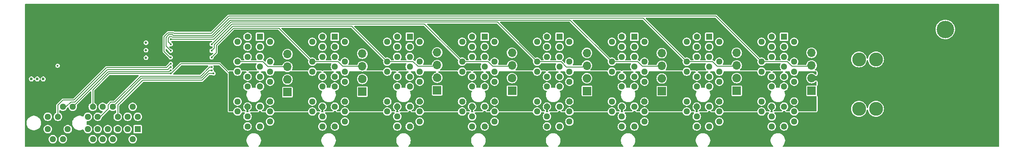
<source format=gbr>
%TF.GenerationSoftware,KiCad,Pcbnew,8.0.3*%
%TF.CreationDate,2024-06-27T20:35:16-04:00*%
%TF.ProjectId,backplane,6261636b-706c-4616-9e65-2e6b69636164,v0.0.0*%
%TF.SameCoordinates,Original*%
%TF.FileFunction,Copper,L3,Inr*%
%TF.FilePolarity,Positive*%
%FSLAX46Y46*%
G04 Gerber Fmt 4.6, Leading zero omitted, Abs format (unit mm)*
G04 Created by KiCad (PCBNEW 8.0.3) date 2024-06-27 20:35:16*
%MOMM*%
%LPD*%
G01*
G04 APERTURE LIST*
%TA.AperFunction,ComponentPad*%
%ADD10C,7.500000*%
%TD*%
%TA.AperFunction,ComponentPad*%
%ADD11R,1.700000X1.700000*%
%TD*%
%TA.AperFunction,ComponentPad*%
%ADD12O,1.700000X1.700000*%
%TD*%
%TA.AperFunction,ComponentPad*%
%ADD13R,1.288000X1.288000*%
%TD*%
%TA.AperFunction,ComponentPad*%
%ADD14C,1.288000*%
%TD*%
%TA.AperFunction,ComponentPad*%
%ADD15C,2.780000*%
%TD*%
%TA.AperFunction,ComponentPad*%
%ADD16C,1.400000*%
%TD*%
%TA.AperFunction,ComponentPad*%
%ADD17R,3.500000X3.500000*%
%TD*%
%TA.AperFunction,ComponentPad*%
%ADD18C,3.500000*%
%TD*%
%TA.AperFunction,ComponentPad*%
%ADD19C,0.600000*%
%TD*%
%TA.AperFunction,ViaPad*%
%ADD20C,0.600000*%
%TD*%
%TA.AperFunction,ViaPad*%
%ADD21C,0.500000*%
%TD*%
%TA.AperFunction,ViaPad*%
%ADD22C,0.450000*%
%TD*%
%TA.AperFunction,Conductor*%
%ADD23C,0.200000*%
%TD*%
G04 APERTURE END LIST*
D10*
%TO.N,GND*%
%TO.C,H2*%
X180000000Y-20000000D03*
%TD*%
D11*
%TO.N,+5V*%
%TO.C,J8*%
X68000000Y-18000000D03*
D12*
%TO.N,GND*%
X68000000Y-15460000D03*
%TO.N,SDA2*%
X68000000Y-12920000D03*
%TO.N,SCL*%
X68000000Y-10380000D03*
%TD*%
D13*
%TO.N,VIN*%
%TO.C,J14*%
X92500000Y-7000000D03*
D14*
X94500000Y-8000000D03*
X92500000Y-9000000D03*
%TO.N,GND*%
X94500000Y-10000000D03*
%TO.N,unconnected-(J14-JTAG2-PadA5)*%
X92500000Y-11000000D03*
%TO.N,unconnected-(J14-JTAG3-PadA6)*%
X94500000Y-12000000D03*
%TO.N,unconnected-(J14-JTAG4-PadA7)*%
X92500000Y-13000000D03*
%TO.N,unconnected-(J14-JTAG5-PadA8)*%
X94500000Y-14000000D03*
%TO.N,+5V*%
X92500000Y-15000000D03*
X94500000Y-16000000D03*
%TO.N,unconnected-(J14-~{PERST}-PadA11)*%
X92500000Y-17000000D03*
%TO.N,GND*%
X94500000Y-20000000D03*
%TO.N,unconnected-(J14-REFCLK+-PadA13)*%
X92500000Y-21000000D03*
%TO.N,unconnected-(J14-REFCLK--PadA14)*%
X94500000Y-22000000D03*
%TO.N,GND*%
X92500000Y-23000000D03*
%TO.N,unconnected-(J14-PERp0-PadA16)*%
X94500000Y-24000000D03*
%TO.N,unconnected-(J14-PERn0-PadA17)*%
X92500000Y-25000000D03*
%TO.N,GND*%
X94500000Y-26000000D03*
%TO.N,VIN*%
X90000000Y-7000000D03*
X88000000Y-8000000D03*
X90000000Y-9000000D03*
%TO.N,GND*%
X88000000Y-10000000D03*
%TO.N,SCL*%
X90000000Y-11000000D03*
%TO.N,SDA4*%
X88000000Y-12000000D03*
%TO.N,GND*%
X90000000Y-13000000D03*
%TO.N,+5V*%
X88000000Y-14000000D03*
%TO.N,OVERLOAD*%
X90000000Y-15000000D03*
%TO.N,VDD*%
X88000000Y-16000000D03*
%TO.N,ALERT4*%
X90000000Y-17000000D03*
%TO.N,unconnected-(J14-RSVD-PadB12)*%
X88000000Y-20000000D03*
%TO.N,GND*%
X90000000Y-21000000D03*
%TO.N,SWD4*%
X88000000Y-22000000D03*
%TO.N,SWCLK4*%
X90000000Y-23000000D03*
%TO.N,GND*%
X88000000Y-24000000D03*
%TO.N,IMON4*%
X90000000Y-25000000D03*
%TO.N,GND*%
X88000000Y-26000000D03*
%TD*%
D10*
%TO.N,GND*%
%TO.C,H1*%
X30000000Y-20000000D03*
%TD*%
D13*
%TO.N,VIN*%
%TO.C,J6*%
X62500000Y-7000000D03*
D14*
X64500000Y-8000000D03*
X62500000Y-9000000D03*
%TO.N,GND*%
X64500000Y-10000000D03*
%TO.N,unconnected-(J6-JTAG2-PadA5)*%
X62500000Y-11000000D03*
%TO.N,unconnected-(J6-JTAG3-PadA6)*%
X64500000Y-12000000D03*
%TO.N,unconnected-(J6-JTAG4-PadA7)*%
X62500000Y-13000000D03*
%TO.N,unconnected-(J6-JTAG5-PadA8)*%
X64500000Y-14000000D03*
%TO.N,+5V*%
X62500000Y-15000000D03*
X64500000Y-16000000D03*
%TO.N,unconnected-(J6-~{PERST}-PadA11)*%
X62500000Y-17000000D03*
%TO.N,GND*%
X64500000Y-20000000D03*
%TO.N,unconnected-(J6-REFCLK+-PadA13)*%
X62500000Y-21000000D03*
%TO.N,unconnected-(J6-REFCLK--PadA14)*%
X64500000Y-22000000D03*
%TO.N,GND*%
X62500000Y-23000000D03*
%TO.N,unconnected-(J6-PERp0-PadA16)*%
X64500000Y-24000000D03*
%TO.N,unconnected-(J6-PERn0-PadA17)*%
X62500000Y-25000000D03*
%TO.N,GND*%
X64500000Y-26000000D03*
%TO.N,VIN*%
X60000000Y-7000000D03*
X58000000Y-8000000D03*
X60000000Y-9000000D03*
%TO.N,GND*%
X58000000Y-10000000D03*
%TO.N,SCL*%
X60000000Y-11000000D03*
%TO.N,SDA2*%
X58000000Y-12000000D03*
%TO.N,GND*%
X60000000Y-13000000D03*
%TO.N,+5V*%
X58000000Y-14000000D03*
%TO.N,OVERLOAD*%
X60000000Y-15000000D03*
%TO.N,VDD*%
X58000000Y-16000000D03*
%TO.N,ALERT2*%
X60000000Y-17000000D03*
%TO.N,unconnected-(J6-RSVD-PadB12)*%
X58000000Y-20000000D03*
%TO.N,GND*%
X60000000Y-21000000D03*
%TO.N,SWD2*%
X58000000Y-22000000D03*
%TO.N,SWCLK2*%
X60000000Y-23000000D03*
%TO.N,GND*%
X58000000Y-24000000D03*
%TO.N,IMON2*%
X60000000Y-25000000D03*
%TO.N,GND*%
X58000000Y-26000000D03*
%TD*%
D13*
%TO.N,VIN*%
%TO.C,J2*%
X47500000Y-7000000D03*
D14*
X49500000Y-8000000D03*
X47500000Y-9000000D03*
%TO.N,GND*%
X49500000Y-10000000D03*
%TO.N,unconnected-(J2-JTAG2-PadA5)*%
X47500000Y-11000000D03*
%TO.N,unconnected-(J2-JTAG3-PadA6)*%
X49500000Y-12000000D03*
%TO.N,unconnected-(J2-JTAG4-PadA7)*%
X47500000Y-13000000D03*
%TO.N,unconnected-(J2-JTAG5-PadA8)*%
X49500000Y-14000000D03*
%TO.N,+5V*%
X47500000Y-15000000D03*
X49500000Y-16000000D03*
%TO.N,unconnected-(J2-~{PERST}-PadA11)*%
X47500000Y-17000000D03*
%TO.N,GND*%
X49500000Y-20000000D03*
%TO.N,unconnected-(J2-REFCLK+-PadA13)*%
X47500000Y-21000000D03*
%TO.N,unconnected-(J2-REFCLK--PadA14)*%
X49500000Y-22000000D03*
%TO.N,GND*%
X47500000Y-23000000D03*
%TO.N,unconnected-(J2-PERp0-PadA16)*%
X49500000Y-24000000D03*
%TO.N,unconnected-(J2-PERn0-PadA17)*%
X47500000Y-25000000D03*
%TO.N,GND*%
X49500000Y-26000000D03*
%TO.N,VIN*%
X45000000Y-7000000D03*
X43000000Y-8000000D03*
X45000000Y-9000000D03*
%TO.N,GND*%
X43000000Y-10000000D03*
%TO.N,SCL*%
X45000000Y-11000000D03*
%TO.N,SDA1*%
X43000000Y-12000000D03*
%TO.N,GND*%
X45000000Y-13000000D03*
%TO.N,+5V*%
X43000000Y-14000000D03*
%TO.N,OVERLOAD*%
X45000000Y-15000000D03*
%TO.N,VDD*%
X43000000Y-16000000D03*
%TO.N,ALERT1*%
X45000000Y-17000000D03*
%TO.N,unconnected-(J2-RSVD-PadB12)*%
X43000000Y-20000000D03*
%TO.N,GND*%
X45000000Y-21000000D03*
%TO.N,SWD1*%
X43000000Y-22000000D03*
%TO.N,SWCLK1*%
X45000000Y-23000000D03*
%TO.N,GND*%
X43000000Y-24000000D03*
%TO.N,IMON1*%
X45000000Y-25000000D03*
%TO.N,GND*%
X43000000Y-26000000D03*
%TD*%
D10*
%TO.N,GND*%
%TO.C,H3*%
X190000000Y-20000000D03*
%TD*%
D11*
%TO.N,+5V*%
%TO.C,J16*%
X98000000Y-17830000D03*
D12*
%TO.N,GND*%
X98000000Y-15290000D03*
%TO.N,SDA4*%
X98000000Y-12750000D03*
%TO.N,SCL*%
X98000000Y-10210000D03*
%TD*%
D11*
%TO.N,+5V*%
%TO.C,J17*%
X158000000Y-17830000D03*
D12*
%TO.N,GND*%
X158000000Y-15290000D03*
%TO.N,SDA8*%
X158000000Y-12750000D03*
%TO.N,SCL*%
X158000000Y-10210000D03*
%TD*%
D13*
%TO.N,VIN*%
%TO.C,J11*%
X137500000Y-7000000D03*
D14*
X139500000Y-8000000D03*
X137500000Y-9000000D03*
%TO.N,GND*%
X139500000Y-10000000D03*
%TO.N,unconnected-(J11-JTAG2-PadA5)*%
X137500000Y-11000000D03*
%TO.N,unconnected-(J11-JTAG3-PadA6)*%
X139500000Y-12000000D03*
%TO.N,unconnected-(J11-JTAG4-PadA7)*%
X137500000Y-13000000D03*
%TO.N,unconnected-(J11-JTAG5-PadA8)*%
X139500000Y-14000000D03*
%TO.N,+5V*%
X137500000Y-15000000D03*
X139500000Y-16000000D03*
%TO.N,unconnected-(J11-~{PERST}-PadA11)*%
X137500000Y-17000000D03*
%TO.N,GND*%
X139500000Y-20000000D03*
%TO.N,unconnected-(J11-REFCLK+-PadA13)*%
X137500000Y-21000000D03*
%TO.N,unconnected-(J11-REFCLK--PadA14)*%
X139500000Y-22000000D03*
%TO.N,GND*%
X137500000Y-23000000D03*
%TO.N,unconnected-(J11-PERp0-PadA16)*%
X139500000Y-24000000D03*
%TO.N,unconnected-(J11-PERn0-PadA17)*%
X137500000Y-25000000D03*
%TO.N,GND*%
X139500000Y-26000000D03*
%TO.N,VIN*%
X135000000Y-7000000D03*
X133000000Y-8000000D03*
X135000000Y-9000000D03*
%TO.N,GND*%
X133000000Y-10000000D03*
%TO.N,SCL*%
X135000000Y-11000000D03*
%TO.N,SDA7*%
X133000000Y-12000000D03*
%TO.N,GND*%
X135000000Y-13000000D03*
%TO.N,+5V*%
X133000000Y-14000000D03*
%TO.N,OVERLOAD*%
X135000000Y-15000000D03*
%TO.N,VDD*%
X133000000Y-16000000D03*
%TO.N,ALERT7*%
X135000000Y-17000000D03*
%TO.N,unconnected-(J11-RSVD-PadB12)*%
X133000000Y-20000000D03*
%TO.N,GND*%
X135000000Y-21000000D03*
%TO.N,SWD7*%
X133000000Y-22000000D03*
%TO.N,SWCLK7*%
X135000000Y-23000000D03*
%TO.N,GND*%
X133000000Y-24000000D03*
%TO.N,IMON7*%
X135000000Y-25000000D03*
%TO.N,GND*%
X133000000Y-26000000D03*
%TD*%
D13*
%TO.N,unconnected-(J18-~{PRSNT1}-PadA1)*%
%TO.C,J18*%
X23000000Y-25550000D03*
D14*
%TO.N,VIN*%
X22000000Y-27550000D03*
X21000000Y-25550000D03*
%TO.N,GND*%
X20000000Y-27550000D03*
%TO.N,OVERLOAD*%
X19000000Y-25550000D03*
%TO.N,unconnected-(J18-JTAG3-PadA6)*%
X18000000Y-27550000D03*
%TO.N,unconnected-(J18-JTAG4-PadA7)*%
X17000000Y-25550000D03*
%TO.N,unconnected-(J18-JTAG5-PadA8)*%
X16000000Y-27550000D03*
%TO.N,+5V*%
X15000000Y-25550000D03*
X14000000Y-27550000D03*
%TO.N,unconnected-(J18-~{PERST}-PadA11)*%
X13000000Y-25550000D03*
%TO.N,GND*%
X10000000Y-27550000D03*
%TO.N,unconnected-(J18-REFCLK+-PadA13)*%
X9000000Y-25550000D03*
%TO.N,unconnected-(J18-REFCLK--PadA14)*%
X8000000Y-27550000D03*
%TO.N,GND*%
X7000000Y-25550000D03*
%TO.N,unconnected-(J18-PERp0-PadA16)*%
X6000000Y-27550000D03*
%TO.N,unconnected-(J18-PERn0-PadA17)*%
X5000000Y-25550000D03*
%TO.N,GND*%
X4000000Y-27550000D03*
%TO.N,VIN*%
X23000000Y-23050000D03*
X22000000Y-21050000D03*
X21000000Y-23050000D03*
%TO.N,GND*%
X20000000Y-21050000D03*
%TO.N,I2C_A0*%
X19000000Y-23050000D03*
%TO.N,I2C_A1*%
X18000000Y-21050000D03*
%TO.N,GND*%
X17000000Y-23050000D03*
%TO.N,+5V*%
X16000000Y-21050000D03*
%TO.N,I2C_RESET*%
X15000000Y-23050000D03*
%TO.N,VDD*%
X14000000Y-21050000D03*
%TO.N,unconnected-(J18-~{WAKE}-PadB11)*%
X13000000Y-23050000D03*
%TO.N,SDA*%
X10000000Y-21050000D03*
%TO.N,GND*%
X9000000Y-23050000D03*
%TO.N,SCL*%
X8000000Y-21050000D03*
%TO.N,I2C_A2*%
X7000000Y-23050000D03*
%TO.N,GND*%
X6000000Y-21050000D03*
%TO.N,unconnected-(J18-~{PRSNT2}-PadB17)*%
X5000000Y-23050000D03*
%TO.N,GND*%
X4000000Y-21050000D03*
%TD*%
D15*
%TO.N,VIN*%
%TO.C,F1*%
X170900000Y-11540000D03*
X167500000Y-11540000D03*
%TO.N,/VIN_PREFUSE*%
X170900000Y-21460000D03*
X167500000Y-21460000D03*
%TD*%
D13*
%TO.N,VIN*%
%TO.C,J3*%
X107500000Y-7000000D03*
D14*
X109500000Y-8000000D03*
X107500000Y-9000000D03*
%TO.N,GND*%
X109500000Y-10000000D03*
%TO.N,unconnected-(J3-JTAG2-PadA5)*%
X107500000Y-11000000D03*
%TO.N,unconnected-(J3-JTAG3-PadA6)*%
X109500000Y-12000000D03*
%TO.N,unconnected-(J3-JTAG4-PadA7)*%
X107500000Y-13000000D03*
%TO.N,unconnected-(J3-JTAG5-PadA8)*%
X109500000Y-14000000D03*
%TO.N,+5V*%
X107500000Y-15000000D03*
X109500000Y-16000000D03*
%TO.N,unconnected-(J3-~{PERST}-PadA11)*%
X107500000Y-17000000D03*
%TO.N,GND*%
X109500000Y-20000000D03*
%TO.N,unconnected-(J3-REFCLK+-PadA13)*%
X107500000Y-21000000D03*
%TO.N,unconnected-(J3-REFCLK--PadA14)*%
X109500000Y-22000000D03*
%TO.N,GND*%
X107500000Y-23000000D03*
%TO.N,unconnected-(J3-PERp0-PadA16)*%
X109500000Y-24000000D03*
%TO.N,unconnected-(J3-PERn0-PadA17)*%
X107500000Y-25000000D03*
%TO.N,GND*%
X109500000Y-26000000D03*
%TO.N,VIN*%
X105000000Y-7000000D03*
X103000000Y-8000000D03*
X105000000Y-9000000D03*
%TO.N,GND*%
X103000000Y-10000000D03*
%TO.N,SCL*%
X105000000Y-11000000D03*
%TO.N,SDA5*%
X103000000Y-12000000D03*
%TO.N,GND*%
X105000000Y-13000000D03*
%TO.N,+5V*%
X103000000Y-14000000D03*
%TO.N,OVERLOAD*%
X105000000Y-15000000D03*
%TO.N,VDD*%
X103000000Y-16000000D03*
%TO.N,ALERT5*%
X105000000Y-17000000D03*
%TO.N,unconnected-(J3-RSVD-PadB12)*%
X103000000Y-20000000D03*
%TO.N,GND*%
X105000000Y-21000000D03*
%TO.N,SWD5*%
X103000000Y-22000000D03*
%TO.N,SWCLK5*%
X105000000Y-23000000D03*
%TO.N,GND*%
X103000000Y-24000000D03*
%TO.N,IMON5*%
X105000000Y-25000000D03*
%TO.N,GND*%
X103000000Y-26000000D03*
%TD*%
D11*
%TO.N,+5V*%
%TO.C,J4*%
X53000000Y-18100000D03*
D12*
%TO.N,GND*%
X53000000Y-15560000D03*
%TO.N,SDA1*%
X53000000Y-13020000D03*
%TO.N,SCL*%
X53000000Y-10480000D03*
%TD*%
D11*
%TO.N,+5V*%
%TO.C,J5*%
X113000000Y-17860000D03*
D12*
%TO.N,GND*%
X113000000Y-15320000D03*
%TO.N,SDA5*%
X113000000Y-12780000D03*
%TO.N,SCL*%
X113000000Y-10240000D03*
%TD*%
D16*
%TO.N,GND*%
%TO.C,J1*%
X194800000Y-2520000D03*
X194800000Y-13520000D03*
D17*
X184800000Y-10520000D03*
D18*
%TO.N,/VIN_PREFUSE*%
X184800000Y-5520000D03*
%TD*%
D11*
%TO.N,+5V*%
%TO.C,J9*%
X128000000Y-17900000D03*
D12*
%TO.N,GND*%
X128000000Y-15360000D03*
%TO.N,SDA6*%
X128000000Y-12820000D03*
%TO.N,SCL*%
X128000000Y-10280000D03*
%TD*%
D13*
%TO.N,VIN*%
%TO.C,J15*%
X152500000Y-7000000D03*
D14*
X154500000Y-8000000D03*
X152500000Y-9000000D03*
%TO.N,GND*%
X154500000Y-10000000D03*
%TO.N,unconnected-(J15-JTAG2-PadA5)*%
X152500000Y-11000000D03*
%TO.N,unconnected-(J15-JTAG3-PadA6)*%
X154500000Y-12000000D03*
%TO.N,unconnected-(J15-JTAG4-PadA7)*%
X152500000Y-13000000D03*
%TO.N,unconnected-(J15-JTAG5-PadA8)*%
X154500000Y-14000000D03*
%TO.N,+5V*%
X152500000Y-15000000D03*
X154500000Y-16000000D03*
%TO.N,unconnected-(J15-~{PERST}-PadA11)*%
X152500000Y-17000000D03*
%TO.N,GND*%
X154500000Y-20000000D03*
%TO.N,unconnected-(J15-REFCLK+-PadA13)*%
X152500000Y-21000000D03*
%TO.N,unconnected-(J15-REFCLK--PadA14)*%
X154500000Y-22000000D03*
%TO.N,GND*%
X152500000Y-23000000D03*
%TO.N,unconnected-(J15-PERp0-PadA16)*%
X154500000Y-24000000D03*
%TO.N,unconnected-(J15-PERn0-PadA17)*%
X152500000Y-25000000D03*
%TO.N,GND*%
X154500000Y-26000000D03*
%TO.N,VIN*%
X150000000Y-7000000D03*
X148000000Y-8000000D03*
X150000000Y-9000000D03*
%TO.N,GND*%
X148000000Y-10000000D03*
%TO.N,SCL*%
X150000000Y-11000000D03*
%TO.N,SDA8*%
X148000000Y-12000000D03*
%TO.N,GND*%
X150000000Y-13000000D03*
%TO.N,+5V*%
X148000000Y-14000000D03*
%TO.N,OVERLOAD*%
X150000000Y-15000000D03*
%TO.N,VDD*%
X148000000Y-16000000D03*
%TO.N,ALERT8*%
X150000000Y-17000000D03*
%TO.N,unconnected-(J15-RSVD-PadB12)*%
X148000000Y-20000000D03*
%TO.N,GND*%
X150000000Y-21000000D03*
%TO.N,SWD8*%
X148000000Y-22000000D03*
%TO.N,SWCLK8*%
X150000000Y-23000000D03*
%TO.N,GND*%
X148000000Y-24000000D03*
%TO.N,IMON8*%
X150000000Y-25000000D03*
%TO.N,GND*%
X148000000Y-26000000D03*
%TD*%
D13*
%TO.N,VIN*%
%TO.C,J10*%
X77500000Y-7000000D03*
D14*
X79500000Y-8000000D03*
X77500000Y-9000000D03*
%TO.N,GND*%
X79500000Y-10000000D03*
%TO.N,unconnected-(J10-JTAG2-PadA5)*%
X77500000Y-11000000D03*
%TO.N,unconnected-(J10-JTAG3-PadA6)*%
X79500000Y-12000000D03*
%TO.N,unconnected-(J10-JTAG4-PadA7)*%
X77500000Y-13000000D03*
%TO.N,unconnected-(J10-JTAG5-PadA8)*%
X79500000Y-14000000D03*
%TO.N,+5V*%
X77500000Y-15000000D03*
X79500000Y-16000000D03*
%TO.N,unconnected-(J10-~{PERST}-PadA11)*%
X77500000Y-17000000D03*
%TO.N,GND*%
X79500000Y-20000000D03*
%TO.N,unconnected-(J10-REFCLK+-PadA13)*%
X77500000Y-21000000D03*
%TO.N,unconnected-(J10-REFCLK--PadA14)*%
X79500000Y-22000000D03*
%TO.N,GND*%
X77500000Y-23000000D03*
%TO.N,unconnected-(J10-PERp0-PadA16)*%
X79500000Y-24000000D03*
%TO.N,unconnected-(J10-PERn0-PadA17)*%
X77500000Y-25000000D03*
%TO.N,GND*%
X79500000Y-26000000D03*
%TO.N,VIN*%
X75000000Y-7000000D03*
X73000000Y-8000000D03*
X75000000Y-9000000D03*
%TO.N,GND*%
X73000000Y-10000000D03*
%TO.N,SCL*%
X75000000Y-11000000D03*
%TO.N,SDA3*%
X73000000Y-12000000D03*
%TO.N,GND*%
X75000000Y-13000000D03*
%TO.N,+5V*%
X73000000Y-14000000D03*
%TO.N,OVERLOAD*%
X75000000Y-15000000D03*
%TO.N,VDD*%
X73000000Y-16000000D03*
%TO.N,ALERT3*%
X75000000Y-17000000D03*
%TO.N,unconnected-(J10-RSVD-PadB12)*%
X73000000Y-20000000D03*
%TO.N,GND*%
X75000000Y-21000000D03*
%TO.N,SWD3*%
X73000000Y-22000000D03*
%TO.N,SWCLK3*%
X75000000Y-23000000D03*
%TO.N,GND*%
X73000000Y-24000000D03*
%TO.N,IMON3*%
X75000000Y-25000000D03*
%TO.N,GND*%
X73000000Y-26000000D03*
%TD*%
D11*
%TO.N,+5V*%
%TO.C,J13*%
X143000000Y-17830000D03*
D12*
%TO.N,GND*%
X143000000Y-15290000D03*
%TO.N,SDA7*%
X143000000Y-12750000D03*
%TO.N,SCL*%
X143000000Y-10210000D03*
%TD*%
D19*
%TO.N,GND*%
%TO.C,U2*%
X12515000Y-7996471D03*
X12515000Y-9196471D03*
X12515000Y-10496471D03*
X12515000Y-11596471D03*
X13715000Y-7996471D03*
X13715000Y-9196471D03*
X13715000Y-10496471D03*
X13715000Y-11596471D03*
%TD*%
D11*
%TO.N,+5V*%
%TO.C,J12*%
X83000000Y-17750000D03*
D12*
%TO.N,GND*%
X83000000Y-15210000D03*
%TO.N,SDA3*%
X83000000Y-12670000D03*
%TO.N,SCL*%
X83000000Y-10130000D03*
%TD*%
D13*
%TO.N,VIN*%
%TO.C,J7*%
X122500000Y-7000000D03*
D14*
X124500000Y-8000000D03*
X122500000Y-9000000D03*
%TO.N,GND*%
X124500000Y-10000000D03*
%TO.N,unconnected-(J7-JTAG2-PadA5)*%
X122500000Y-11000000D03*
%TO.N,unconnected-(J7-JTAG3-PadA6)*%
X124500000Y-12000000D03*
%TO.N,unconnected-(J7-JTAG4-PadA7)*%
X122500000Y-13000000D03*
%TO.N,unconnected-(J7-JTAG5-PadA8)*%
X124500000Y-14000000D03*
%TO.N,+5V*%
X122500000Y-15000000D03*
X124500000Y-16000000D03*
%TO.N,unconnected-(J7-~{PERST}-PadA11)*%
X122500000Y-17000000D03*
%TO.N,GND*%
X124500000Y-20000000D03*
%TO.N,unconnected-(J7-REFCLK+-PadA13)*%
X122500000Y-21000000D03*
%TO.N,unconnected-(J7-REFCLK--PadA14)*%
X124500000Y-22000000D03*
%TO.N,GND*%
X122500000Y-23000000D03*
%TO.N,unconnected-(J7-PERp0-PadA16)*%
X124500000Y-24000000D03*
%TO.N,unconnected-(J7-PERn0-PadA17)*%
X122500000Y-25000000D03*
%TO.N,GND*%
X124500000Y-26000000D03*
%TO.N,VIN*%
X120000000Y-7000000D03*
X118000000Y-8000000D03*
X120000000Y-9000000D03*
%TO.N,GND*%
X118000000Y-10000000D03*
%TO.N,SCL*%
X120000000Y-11000000D03*
%TO.N,SDA6*%
X118000000Y-12000000D03*
%TO.N,GND*%
X120000000Y-13000000D03*
%TO.N,+5V*%
X118000000Y-14000000D03*
%TO.N,OVERLOAD*%
X120000000Y-15000000D03*
%TO.N,VDD*%
X118000000Y-16000000D03*
%TO.N,ALERT6*%
X120000000Y-17000000D03*
%TO.N,unconnected-(J7-RSVD-PadB12)*%
X118000000Y-20000000D03*
%TO.N,GND*%
X120000000Y-21000000D03*
%TO.N,SWD6*%
X118000000Y-22000000D03*
%TO.N,SWCLK6*%
X120000000Y-23000000D03*
%TO.N,GND*%
X118000000Y-24000000D03*
%TO.N,IMON6*%
X120000000Y-25000000D03*
%TO.N,GND*%
X118000000Y-26000000D03*
%TD*%
D20*
%TO.N,GND*%
X34860000Y-13710000D03*
X34700000Y-8200000D03*
X32480000Y-13710000D03*
X32500000Y-8200000D03*
D21*
%TO.N,VIN*%
X24660000Y-8180000D03*
X24660000Y-11180000D03*
X24660000Y-9680000D03*
D22*
%TO.N,SDA5*%
X29600000Y-7500000D03*
%TO.N,SDA2*%
X37800000Y-11110000D03*
%TO.N,SDA6*%
X29600000Y-8520000D03*
%TO.N,SDA3*%
X37800000Y-9810000D03*
%TO.N,VDD*%
X29600000Y-14369732D03*
%TO.N,SDA7*%
X29600000Y-9810000D03*
%TO.N,SDA4*%
X37800000Y-8500000D03*
%TO.N,SDA8*%
X29600000Y-11110000D03*
D20*
%TO.N,+5V*%
X2871471Y-15460000D03*
D22*
X6970000Y-12790000D03*
D20*
X4090000Y-15460000D03*
X1710000Y-15460000D03*
D22*
%TO.N,SCL*%
X29600000Y-13069726D03*
%TO.N,SDA*%
X29600000Y-13719729D03*
%TO.N,I2C_A1*%
X37800000Y-13720003D03*
%TO.N,I2C_A2*%
X29600000Y-12410000D03*
%TO.N,I2C_RESET*%
X37800000Y-13070000D03*
%TO.N,I2C_A0*%
X38200000Y-14360000D03*
%TD*%
D23*
%TO.N,SDA1*%
X49070000Y-13020000D02*
X53000000Y-13020000D01*
X48050000Y-12000000D02*
X49070000Y-13020000D01*
X43000000Y-12000000D02*
X48050000Y-12000000D01*
%TO.N,SDA5*%
X103000000Y-12000000D02*
X103000000Y-11500000D01*
X29600000Y-7500000D02*
X38274314Y-7500000D01*
X112724000Y-13056000D02*
X113000000Y-12780000D01*
X108891018Y-13056000D02*
X112724000Y-13056000D01*
X103000000Y-12000000D02*
X107835018Y-12000000D01*
X95050000Y-4050000D02*
X103000000Y-12000000D01*
X38274314Y-7500000D02*
X41724314Y-4050000D01*
X41724314Y-4050000D02*
X95050000Y-4050000D01*
X107835018Y-12000000D02*
X108891018Y-13056000D01*
%TO.N,SDA2*%
X38735000Y-8736372D02*
X42211372Y-5260000D01*
X67976000Y-12944000D02*
X68000000Y-12920000D01*
X42211372Y-5260000D02*
X51260000Y-5260000D01*
X37820000Y-11110000D02*
X38735000Y-10195000D01*
X38735000Y-10195000D02*
X38735000Y-8736372D01*
X51260000Y-5260000D02*
X58000000Y-12000000D01*
X58000000Y-12000000D02*
X63164982Y-12000000D01*
X63164982Y-12000000D02*
X64108982Y-12944000D01*
X37800000Y-11110000D02*
X37820000Y-11110000D01*
X64108982Y-12944000D02*
X67976000Y-12944000D01*
%TO.N,SDA6*%
X29070000Y-7990000D02*
X29070000Y-7287537D01*
X29817463Y-6975000D02*
X29942463Y-7100000D01*
X118000000Y-12000000D02*
X123164982Y-12000000D01*
X29942463Y-7100000D02*
X38108628Y-7100000D01*
X29600000Y-8520000D02*
X29070000Y-7990000D01*
X127876000Y-12944000D02*
X128000000Y-12820000D01*
X124108982Y-12944000D02*
X127876000Y-12944000D01*
X38108628Y-7100000D02*
X41558628Y-3650000D01*
X29382537Y-6975000D02*
X29817463Y-6975000D01*
X109650000Y-3650000D02*
X118000000Y-12000000D01*
X123164982Y-12000000D02*
X124108982Y-12944000D01*
X29070000Y-7287537D02*
X29382537Y-6975000D01*
X41558628Y-3650000D02*
X109650000Y-3650000D01*
%TO.N,SDA3*%
X82726000Y-12944000D02*
X83000000Y-12670000D01*
X37800000Y-9810000D02*
X38335000Y-9275000D01*
X38335000Y-8570686D02*
X42045686Y-4860000D01*
X65860000Y-4860000D02*
X73000000Y-12000000D01*
X78164982Y-12000000D02*
X79108982Y-12944000D01*
X73000000Y-12000000D02*
X78164982Y-12000000D01*
X38335000Y-9275000D02*
X38335000Y-8570686D01*
X79108982Y-12944000D02*
X82726000Y-12944000D01*
X42045686Y-4860000D02*
X65860000Y-4860000D01*
%TO.N,VDD*%
X31672463Y-12430000D02*
X39430000Y-12430000D01*
X29600000Y-14369732D02*
X29732731Y-14369732D01*
X29600000Y-14369732D02*
X29589732Y-14380000D01*
X39430000Y-12430000D02*
X43000000Y-16000000D01*
X29732731Y-14369732D02*
X31672463Y-12430000D01*
X14000000Y-17635686D02*
X14000000Y-21050000D01*
X29589732Y-14380000D02*
X17255686Y-14380000D01*
X17255686Y-14380000D02*
X14000000Y-17635686D01*
%TO.N,SDA7*%
X37942942Y-6700000D02*
X41392942Y-3250000D01*
X133000000Y-12000000D02*
X138164982Y-12000000D01*
X28670000Y-8880000D02*
X28670000Y-7121851D01*
X41392942Y-3250000D02*
X124250000Y-3250000D01*
X138164982Y-12000000D02*
X139108982Y-12944000D01*
X29983149Y-6575000D02*
X30108148Y-6700000D01*
X29216851Y-6575000D02*
X29983149Y-6575000D01*
X28670000Y-7121851D02*
X29216851Y-6575000D01*
X30108148Y-6700000D02*
X37942942Y-6700000D01*
X142806000Y-12944000D02*
X143000000Y-12750000D01*
X29600000Y-9810000D02*
X28670000Y-8880000D01*
X139108982Y-12944000D02*
X142806000Y-12944000D01*
X124250000Y-3250000D02*
X133000000Y-12000000D01*
%TO.N,SDA4*%
X94108982Y-12944000D02*
X97806000Y-12944000D01*
X37840000Y-8500000D02*
X41880000Y-4460000D01*
X97806000Y-12944000D02*
X98000000Y-12750000D01*
X37800000Y-8500000D02*
X37840000Y-8500000D01*
X80460000Y-4460000D02*
X88000000Y-12000000D01*
X41880000Y-4460000D02*
X80460000Y-4460000D01*
X93164982Y-12000000D02*
X94108982Y-12944000D01*
X88000000Y-12000000D02*
X93164982Y-12000000D01*
%TO.N,SDA8*%
X148000000Y-12000000D02*
X153164982Y-12000000D01*
X157806000Y-12944000D02*
X158000000Y-12750000D01*
X28270000Y-9900000D02*
X28270000Y-6956165D01*
X29600000Y-11110000D02*
X29480000Y-11110000D01*
X29051164Y-6175001D02*
X30148836Y-6175001D01*
X37777256Y-6300000D02*
X41227256Y-2850000D01*
X29480000Y-11110000D02*
X28270000Y-9900000D01*
X30148836Y-6175001D02*
X30273834Y-6300000D01*
X154108982Y-12944000D02*
X157806000Y-12944000D01*
X41227256Y-2850000D02*
X138850000Y-2850000D01*
X30273834Y-6300000D02*
X37777256Y-6300000D01*
X138850000Y-2850000D02*
X148000000Y-12000000D01*
X28270000Y-6956165D02*
X29051164Y-6175001D01*
X153164982Y-12000000D02*
X154108982Y-12944000D01*
%TO.N,SCL*%
X28997266Y-13580000D02*
X29507540Y-13069726D01*
X29507540Y-13069726D02*
X29600000Y-13069726D01*
X9604000Y-20106000D02*
X10398314Y-20106000D01*
X10398314Y-20106000D02*
X16924314Y-13580000D01*
X8000000Y-21050000D02*
X8660000Y-21050000D01*
X16924314Y-13580000D02*
X28997266Y-13580000D01*
X8660000Y-21050000D02*
X9604000Y-20106000D01*
%TO.N,SDA*%
X29507540Y-13719729D02*
X29600000Y-13719729D01*
X29600000Y-13719729D02*
X29507540Y-13719729D01*
X10000000Y-21050000D02*
X10020000Y-21050000D01*
X10020000Y-21050000D02*
X17090000Y-13980000D01*
X29247269Y-13980000D02*
X29507540Y-13719729D01*
X17090000Y-13980000D02*
X29247269Y-13980000D01*
%TO.N,I2C_A1*%
X35760954Y-15294732D02*
X37335683Y-13720003D01*
X23775268Y-15294732D02*
X35760954Y-15294732D01*
X18020000Y-21050000D02*
X23775268Y-15294732D01*
X37335683Y-13720003D02*
X37800000Y-13720003D01*
X18000000Y-21050000D02*
X18020000Y-21050000D01*
%TO.N,I2C_A2*%
X10232628Y-19706000D02*
X16758628Y-13180000D01*
X28747263Y-13180000D02*
X29517263Y-12410000D01*
X29600000Y-12410000D02*
X29490000Y-12410000D01*
X8008982Y-19706000D02*
X10232628Y-19706000D01*
X7000000Y-20714982D02*
X8008982Y-19706000D01*
X7000000Y-23050000D02*
X7000000Y-20714982D01*
X16758628Y-13180000D02*
X28747263Y-13180000D01*
X29517263Y-12410000D02*
X29600000Y-12410000D01*
%TO.N,I2C_RESET*%
X37420000Y-13070000D02*
X37800000Y-13070000D01*
X17056000Y-20658982D02*
X17608982Y-20106000D01*
X17056000Y-21441018D02*
X17056000Y-20658982D01*
X15000000Y-23050000D02*
X15447018Y-23050000D01*
X35595268Y-14894732D02*
X37420000Y-13070000D01*
X15447018Y-23050000D02*
X17056000Y-21441018D01*
X17608982Y-20106000D02*
X18398314Y-20106000D01*
X18398314Y-20106000D02*
X23609582Y-14894732D01*
X23609582Y-14894732D02*
X35595268Y-14894732D01*
%TO.N,I2C_A0*%
X37261372Y-14360000D02*
X38200000Y-14360000D01*
X19000000Y-20714982D02*
X24020250Y-15694732D01*
X24020250Y-15694732D02*
X35926640Y-15694732D01*
X35926640Y-15694732D02*
X37261372Y-14360000D01*
X19000000Y-23050000D02*
X19000000Y-20714982D01*
%TD*%
%TA.AperFunction,Conductor*%
%TO.N,GND*%
G36*
X45079911Y-20363709D02*
G01*
X45116920Y-20371574D01*
X45185801Y-20386215D01*
X45210455Y-20394226D01*
X45309353Y-20438259D01*
X45331802Y-20451220D01*
X45419380Y-20514849D01*
X45438644Y-20532194D01*
X45511088Y-20612649D01*
X45526324Y-20633619D01*
X45567315Y-20704618D01*
X45580454Y-20727375D01*
X45590998Y-20751057D01*
X45624451Y-20854015D01*
X45629841Y-20879372D01*
X45641157Y-20987038D01*
X45641157Y-21012960D01*
X45629841Y-21120626D01*
X45624451Y-21145983D01*
X45590998Y-21248941D01*
X45580454Y-21272623D01*
X45526326Y-21366375D01*
X45511089Y-21387347D01*
X45438649Y-21467800D01*
X45419593Y-21484994D01*
X45419297Y-21485210D01*
X45419082Y-21485359D01*
X45419085Y-21485364D01*
X45317176Y-21559404D01*
X45317137Y-21559434D01*
X45298989Y-21574274D01*
X45298976Y-21574286D01*
X45278163Y-21593386D01*
X45278154Y-21593396D01*
X45230178Y-21659427D01*
X45201152Y-21722985D01*
X45192127Y-21746450D01*
X45192126Y-21746453D01*
X45184673Y-21837596D01*
X45184673Y-21837598D01*
X45192740Y-21893698D01*
X45194618Y-21906758D01*
X45199710Y-21931373D01*
X45207783Y-21946523D01*
X45223367Y-21975768D01*
X45237521Y-22044188D01*
X45212438Y-22109400D01*
X45156080Y-22150699D01*
X45095356Y-22154875D01*
X45095219Y-22156179D01*
X45088761Y-22155500D01*
X44911239Y-22155500D01*
X44904781Y-22156179D01*
X44904624Y-22154692D01*
X44842617Y-22149955D01*
X44786888Y-22107812D01*
X44762789Y-22042230D01*
X44776847Y-21976116D01*
X44777031Y-21975768D01*
X44792461Y-21946525D01*
X44802810Y-21923617D01*
X44815456Y-21833040D01*
X44809477Y-21763427D01*
X44805798Y-21738559D01*
X44767467Y-21655524D01*
X44724801Y-21600194D01*
X44714964Y-21590634D01*
X44682866Y-21559439D01*
X44682860Y-21559434D01*
X44682855Y-21559429D01*
X44580616Y-21485148D01*
X44561353Y-21467803D01*
X44488910Y-21387348D01*
X44473672Y-21366375D01*
X44419540Y-21272615D01*
X44408996Y-21248932D01*
X44404310Y-21234511D01*
X44375547Y-21145983D01*
X44370158Y-21120631D01*
X44358841Y-21012958D01*
X44358841Y-20987038D01*
X44360949Y-20966989D01*
X44370158Y-20879369D01*
X44375545Y-20854024D01*
X44409003Y-20751047D01*
X44419539Y-20727384D01*
X44473672Y-20633622D01*
X44488910Y-20612649D01*
X44561353Y-20532194D01*
X44580617Y-20514849D01*
X44620791Y-20485661D01*
X44668199Y-20451217D01*
X44690636Y-20438262D01*
X44789545Y-20394224D01*
X44814182Y-20386219D01*
X44920091Y-20363708D01*
X44945870Y-20361000D01*
X45054134Y-20361000D01*
X45079911Y-20363709D01*
G37*
%TD.AperFunction*%
%TA.AperFunction,Conductor*%
G36*
X60079911Y-20363709D02*
G01*
X60116920Y-20371574D01*
X60185801Y-20386215D01*
X60210455Y-20394226D01*
X60309353Y-20438259D01*
X60331802Y-20451220D01*
X60419380Y-20514849D01*
X60438644Y-20532194D01*
X60511088Y-20612649D01*
X60526324Y-20633619D01*
X60567315Y-20704618D01*
X60580454Y-20727375D01*
X60590998Y-20751057D01*
X60624451Y-20854015D01*
X60629841Y-20879372D01*
X60641157Y-20987038D01*
X60641157Y-21012960D01*
X60629841Y-21120626D01*
X60624451Y-21145983D01*
X60590998Y-21248941D01*
X60580454Y-21272623D01*
X60526326Y-21366375D01*
X60511089Y-21387347D01*
X60438649Y-21467800D01*
X60419593Y-21484994D01*
X60419297Y-21485210D01*
X60419082Y-21485359D01*
X60419085Y-21485364D01*
X60317176Y-21559404D01*
X60317137Y-21559434D01*
X60298989Y-21574274D01*
X60298976Y-21574286D01*
X60278163Y-21593386D01*
X60278154Y-21593396D01*
X60230178Y-21659427D01*
X60201152Y-21722985D01*
X60192127Y-21746450D01*
X60192126Y-21746453D01*
X60184673Y-21837596D01*
X60184673Y-21837598D01*
X60192740Y-21893698D01*
X60194618Y-21906758D01*
X60199710Y-21931373D01*
X60207783Y-21946523D01*
X60223367Y-21975768D01*
X60237521Y-22044188D01*
X60212438Y-22109400D01*
X60156080Y-22150699D01*
X60095356Y-22154875D01*
X60095219Y-22156179D01*
X60088761Y-22155500D01*
X59911239Y-22155500D01*
X59904781Y-22156179D01*
X59904624Y-22154692D01*
X59842617Y-22149955D01*
X59786888Y-22107812D01*
X59762789Y-22042230D01*
X59776847Y-21976116D01*
X59777031Y-21975768D01*
X59792461Y-21946525D01*
X59802810Y-21923617D01*
X59815456Y-21833040D01*
X59809477Y-21763427D01*
X59805798Y-21738559D01*
X59767467Y-21655524D01*
X59724801Y-21600194D01*
X59714964Y-21590634D01*
X59682866Y-21559439D01*
X59682860Y-21559434D01*
X59682855Y-21559429D01*
X59580616Y-21485148D01*
X59561353Y-21467803D01*
X59488910Y-21387348D01*
X59473672Y-21366375D01*
X59419540Y-21272615D01*
X59408996Y-21248932D01*
X59404310Y-21234511D01*
X59375547Y-21145983D01*
X59370158Y-21120631D01*
X59358841Y-21012958D01*
X59358841Y-20987038D01*
X59360949Y-20966989D01*
X59370158Y-20879369D01*
X59375545Y-20854024D01*
X59409003Y-20751047D01*
X59419539Y-20727384D01*
X59473672Y-20633622D01*
X59488910Y-20612649D01*
X59561353Y-20532194D01*
X59580617Y-20514849D01*
X59620791Y-20485661D01*
X59668199Y-20451217D01*
X59690636Y-20438262D01*
X59789545Y-20394224D01*
X59814182Y-20386219D01*
X59920091Y-20363708D01*
X59945870Y-20361000D01*
X60054134Y-20361000D01*
X60079911Y-20363709D01*
G37*
%TD.AperFunction*%
%TA.AperFunction,Conductor*%
G36*
X75079911Y-20363709D02*
G01*
X75116920Y-20371574D01*
X75185801Y-20386215D01*
X75210455Y-20394226D01*
X75309353Y-20438259D01*
X75331802Y-20451220D01*
X75419380Y-20514849D01*
X75438644Y-20532194D01*
X75511088Y-20612649D01*
X75526324Y-20633619D01*
X75567315Y-20704618D01*
X75580454Y-20727375D01*
X75590998Y-20751057D01*
X75624451Y-20854015D01*
X75629841Y-20879372D01*
X75641157Y-20987038D01*
X75641157Y-21012960D01*
X75629841Y-21120626D01*
X75624451Y-21145983D01*
X75590998Y-21248941D01*
X75580454Y-21272623D01*
X75526326Y-21366375D01*
X75511089Y-21387347D01*
X75438649Y-21467800D01*
X75419593Y-21484994D01*
X75419297Y-21485210D01*
X75419082Y-21485359D01*
X75419085Y-21485364D01*
X75317176Y-21559404D01*
X75317137Y-21559434D01*
X75298989Y-21574274D01*
X75298976Y-21574286D01*
X75278163Y-21593386D01*
X75278154Y-21593396D01*
X75230178Y-21659427D01*
X75201152Y-21722985D01*
X75192127Y-21746450D01*
X75192126Y-21746453D01*
X75184673Y-21837596D01*
X75184673Y-21837598D01*
X75192740Y-21893698D01*
X75194618Y-21906758D01*
X75199710Y-21931373D01*
X75207783Y-21946523D01*
X75223367Y-21975768D01*
X75237521Y-22044188D01*
X75212438Y-22109400D01*
X75156080Y-22150699D01*
X75095356Y-22154875D01*
X75095219Y-22156179D01*
X75088761Y-22155500D01*
X74911239Y-22155500D01*
X74904781Y-22156179D01*
X74904624Y-22154692D01*
X74842617Y-22149955D01*
X74786888Y-22107812D01*
X74762789Y-22042230D01*
X74776847Y-21976116D01*
X74777031Y-21975768D01*
X74792461Y-21946525D01*
X74802810Y-21923617D01*
X74815456Y-21833040D01*
X74809477Y-21763427D01*
X74805798Y-21738559D01*
X74767467Y-21655524D01*
X74724801Y-21600194D01*
X74714964Y-21590634D01*
X74682866Y-21559439D01*
X74682860Y-21559434D01*
X74682855Y-21559429D01*
X74580616Y-21485148D01*
X74561353Y-21467803D01*
X74488910Y-21387348D01*
X74473672Y-21366375D01*
X74419540Y-21272615D01*
X74408996Y-21248932D01*
X74404310Y-21234511D01*
X74375547Y-21145983D01*
X74370158Y-21120631D01*
X74358841Y-21012958D01*
X74358841Y-20987038D01*
X74360949Y-20966989D01*
X74370158Y-20879369D01*
X74375545Y-20854024D01*
X74409003Y-20751047D01*
X74419539Y-20727384D01*
X74473672Y-20633622D01*
X74488910Y-20612649D01*
X74561353Y-20532194D01*
X74580617Y-20514849D01*
X74620791Y-20485661D01*
X74668199Y-20451217D01*
X74690636Y-20438262D01*
X74789545Y-20394224D01*
X74814182Y-20386219D01*
X74920091Y-20363708D01*
X74945870Y-20361000D01*
X75054134Y-20361000D01*
X75079911Y-20363709D01*
G37*
%TD.AperFunction*%
%TA.AperFunction,Conductor*%
G36*
X90079911Y-20363709D02*
G01*
X90116920Y-20371574D01*
X90185801Y-20386215D01*
X90210455Y-20394226D01*
X90309353Y-20438259D01*
X90331802Y-20451220D01*
X90419380Y-20514849D01*
X90438644Y-20532194D01*
X90511088Y-20612649D01*
X90526324Y-20633619D01*
X90567315Y-20704618D01*
X90580454Y-20727375D01*
X90590998Y-20751057D01*
X90624451Y-20854015D01*
X90629841Y-20879372D01*
X90641157Y-20987038D01*
X90641157Y-21012960D01*
X90629841Y-21120626D01*
X90624451Y-21145983D01*
X90590998Y-21248941D01*
X90580454Y-21272623D01*
X90526326Y-21366375D01*
X90511089Y-21387347D01*
X90438649Y-21467800D01*
X90419593Y-21484994D01*
X90419297Y-21485210D01*
X90419082Y-21485359D01*
X90419085Y-21485364D01*
X90317176Y-21559404D01*
X90317137Y-21559434D01*
X90298989Y-21574274D01*
X90298976Y-21574286D01*
X90278163Y-21593386D01*
X90278154Y-21593396D01*
X90230178Y-21659427D01*
X90201152Y-21722985D01*
X90192127Y-21746450D01*
X90192126Y-21746453D01*
X90184673Y-21837596D01*
X90184673Y-21837598D01*
X90192740Y-21893698D01*
X90194618Y-21906758D01*
X90199710Y-21931373D01*
X90207783Y-21946523D01*
X90223367Y-21975768D01*
X90237521Y-22044188D01*
X90212438Y-22109400D01*
X90156080Y-22150699D01*
X90095356Y-22154875D01*
X90095219Y-22156179D01*
X90088761Y-22155500D01*
X89911239Y-22155500D01*
X89904781Y-22156179D01*
X89904624Y-22154692D01*
X89842617Y-22149955D01*
X89786888Y-22107812D01*
X89762789Y-22042230D01*
X89776847Y-21976116D01*
X89777031Y-21975768D01*
X89792461Y-21946525D01*
X89802810Y-21923617D01*
X89815456Y-21833040D01*
X89809477Y-21763427D01*
X89805798Y-21738559D01*
X89767467Y-21655524D01*
X89724801Y-21600194D01*
X89714964Y-21590634D01*
X89682866Y-21559439D01*
X89682860Y-21559434D01*
X89682855Y-21559429D01*
X89580616Y-21485148D01*
X89561353Y-21467803D01*
X89488910Y-21387348D01*
X89473672Y-21366375D01*
X89419540Y-21272615D01*
X89408996Y-21248932D01*
X89404310Y-21234511D01*
X89375547Y-21145983D01*
X89370158Y-21120631D01*
X89358841Y-21012958D01*
X89358841Y-20987038D01*
X89360949Y-20966989D01*
X89370158Y-20879369D01*
X89375545Y-20854024D01*
X89409003Y-20751047D01*
X89419539Y-20727384D01*
X89473672Y-20633622D01*
X89488910Y-20612649D01*
X89561353Y-20532194D01*
X89580617Y-20514849D01*
X89620791Y-20485661D01*
X89668199Y-20451217D01*
X89690636Y-20438262D01*
X89789545Y-20394224D01*
X89814182Y-20386219D01*
X89920091Y-20363708D01*
X89945870Y-20361000D01*
X90054134Y-20361000D01*
X90079911Y-20363709D01*
G37*
%TD.AperFunction*%
%TA.AperFunction,Conductor*%
G36*
X105079911Y-20363709D02*
G01*
X105116920Y-20371574D01*
X105185801Y-20386215D01*
X105210455Y-20394226D01*
X105309353Y-20438259D01*
X105331802Y-20451220D01*
X105419380Y-20514849D01*
X105438644Y-20532194D01*
X105511088Y-20612649D01*
X105526324Y-20633619D01*
X105567315Y-20704618D01*
X105580454Y-20727375D01*
X105590998Y-20751057D01*
X105624451Y-20854015D01*
X105629841Y-20879372D01*
X105641157Y-20987038D01*
X105641157Y-21012960D01*
X105629841Y-21120626D01*
X105624451Y-21145983D01*
X105590998Y-21248941D01*
X105580454Y-21272623D01*
X105526326Y-21366375D01*
X105511089Y-21387347D01*
X105438649Y-21467800D01*
X105419593Y-21484994D01*
X105419297Y-21485210D01*
X105419082Y-21485359D01*
X105419085Y-21485364D01*
X105317176Y-21559404D01*
X105317137Y-21559434D01*
X105298989Y-21574274D01*
X105298976Y-21574286D01*
X105278163Y-21593386D01*
X105278154Y-21593396D01*
X105230178Y-21659427D01*
X105201152Y-21722985D01*
X105192127Y-21746450D01*
X105192126Y-21746453D01*
X105184673Y-21837596D01*
X105184673Y-21837598D01*
X105192740Y-21893698D01*
X105194618Y-21906758D01*
X105199710Y-21931373D01*
X105207783Y-21946523D01*
X105223367Y-21975768D01*
X105237521Y-22044188D01*
X105212438Y-22109400D01*
X105156080Y-22150699D01*
X105095356Y-22154875D01*
X105095219Y-22156179D01*
X105088761Y-22155500D01*
X104911239Y-22155500D01*
X104904781Y-22156179D01*
X104904624Y-22154692D01*
X104842617Y-22149955D01*
X104786888Y-22107812D01*
X104762789Y-22042230D01*
X104776847Y-21976116D01*
X104777031Y-21975768D01*
X104792461Y-21946525D01*
X104802810Y-21923617D01*
X104815456Y-21833040D01*
X104809477Y-21763427D01*
X104805798Y-21738559D01*
X104767467Y-21655524D01*
X104724801Y-21600194D01*
X104714964Y-21590634D01*
X104682866Y-21559439D01*
X104682860Y-21559434D01*
X104682855Y-21559429D01*
X104580616Y-21485148D01*
X104561353Y-21467803D01*
X104488910Y-21387348D01*
X104473672Y-21366375D01*
X104419540Y-21272615D01*
X104408996Y-21248932D01*
X104404310Y-21234511D01*
X104375547Y-21145983D01*
X104370158Y-21120631D01*
X104358841Y-21012958D01*
X104358841Y-20987038D01*
X104360949Y-20966989D01*
X104370158Y-20879369D01*
X104375545Y-20854024D01*
X104409003Y-20751047D01*
X104419539Y-20727384D01*
X104473672Y-20633622D01*
X104488910Y-20612649D01*
X104561353Y-20532194D01*
X104580617Y-20514849D01*
X104620791Y-20485661D01*
X104668199Y-20451217D01*
X104690636Y-20438262D01*
X104789545Y-20394224D01*
X104814182Y-20386219D01*
X104920091Y-20363708D01*
X104945870Y-20361000D01*
X105054134Y-20361000D01*
X105079911Y-20363709D01*
G37*
%TD.AperFunction*%
%TA.AperFunction,Conductor*%
G36*
X120079911Y-20363709D02*
G01*
X120116920Y-20371574D01*
X120185801Y-20386215D01*
X120210455Y-20394226D01*
X120309353Y-20438259D01*
X120331802Y-20451220D01*
X120419380Y-20514849D01*
X120438644Y-20532194D01*
X120511088Y-20612649D01*
X120526324Y-20633619D01*
X120567315Y-20704618D01*
X120580454Y-20727375D01*
X120590998Y-20751057D01*
X120624451Y-20854015D01*
X120629841Y-20879372D01*
X120641157Y-20987038D01*
X120641157Y-21012960D01*
X120629841Y-21120626D01*
X120624451Y-21145983D01*
X120590998Y-21248941D01*
X120580454Y-21272623D01*
X120526326Y-21366375D01*
X120511089Y-21387347D01*
X120438649Y-21467800D01*
X120419593Y-21484994D01*
X120419297Y-21485210D01*
X120419082Y-21485359D01*
X120419085Y-21485364D01*
X120317176Y-21559404D01*
X120317137Y-21559434D01*
X120298989Y-21574274D01*
X120298976Y-21574286D01*
X120278163Y-21593386D01*
X120278154Y-21593396D01*
X120230178Y-21659427D01*
X120201152Y-21722985D01*
X120192127Y-21746450D01*
X120192126Y-21746453D01*
X120184673Y-21837596D01*
X120184673Y-21837598D01*
X120192740Y-21893698D01*
X120194618Y-21906758D01*
X120199710Y-21931373D01*
X120207783Y-21946523D01*
X120223367Y-21975768D01*
X120237521Y-22044188D01*
X120212438Y-22109400D01*
X120156080Y-22150699D01*
X120095356Y-22154875D01*
X120095219Y-22156179D01*
X120088761Y-22155500D01*
X119911239Y-22155500D01*
X119904781Y-22156179D01*
X119904624Y-22154692D01*
X119842617Y-22149955D01*
X119786888Y-22107812D01*
X119762789Y-22042230D01*
X119776847Y-21976116D01*
X119777031Y-21975768D01*
X119792461Y-21946525D01*
X119802810Y-21923617D01*
X119815456Y-21833040D01*
X119809477Y-21763427D01*
X119805798Y-21738559D01*
X119767467Y-21655524D01*
X119724801Y-21600194D01*
X119714964Y-21590634D01*
X119682866Y-21559439D01*
X119682860Y-21559434D01*
X119682855Y-21559429D01*
X119580616Y-21485148D01*
X119561353Y-21467803D01*
X119488910Y-21387348D01*
X119473672Y-21366375D01*
X119419540Y-21272615D01*
X119408996Y-21248932D01*
X119404310Y-21234511D01*
X119375547Y-21145983D01*
X119370158Y-21120631D01*
X119358841Y-21012958D01*
X119358841Y-20987038D01*
X119360949Y-20966989D01*
X119370158Y-20879369D01*
X119375545Y-20854024D01*
X119409003Y-20751047D01*
X119419539Y-20727384D01*
X119473672Y-20633622D01*
X119488910Y-20612649D01*
X119561353Y-20532194D01*
X119580617Y-20514849D01*
X119620791Y-20485661D01*
X119668199Y-20451217D01*
X119690636Y-20438262D01*
X119789545Y-20394224D01*
X119814182Y-20386219D01*
X119920091Y-20363708D01*
X119945870Y-20361000D01*
X120054134Y-20361000D01*
X120079911Y-20363709D01*
G37*
%TD.AperFunction*%
%TA.AperFunction,Conductor*%
G36*
X135079911Y-20363709D02*
G01*
X135116920Y-20371574D01*
X135185801Y-20386215D01*
X135210455Y-20394226D01*
X135309353Y-20438259D01*
X135331802Y-20451220D01*
X135419380Y-20514849D01*
X135438644Y-20532194D01*
X135511088Y-20612649D01*
X135526324Y-20633619D01*
X135567315Y-20704618D01*
X135580454Y-20727375D01*
X135590998Y-20751057D01*
X135624451Y-20854015D01*
X135629841Y-20879372D01*
X135641157Y-20987038D01*
X135641157Y-21012960D01*
X135629841Y-21120626D01*
X135624451Y-21145983D01*
X135590998Y-21248941D01*
X135580454Y-21272623D01*
X135526326Y-21366375D01*
X135511089Y-21387347D01*
X135438649Y-21467800D01*
X135419593Y-21484994D01*
X135419297Y-21485210D01*
X135419082Y-21485359D01*
X135419085Y-21485364D01*
X135317176Y-21559404D01*
X135317137Y-21559434D01*
X135298989Y-21574274D01*
X135298976Y-21574286D01*
X135278163Y-21593386D01*
X135278154Y-21593396D01*
X135230178Y-21659427D01*
X135201152Y-21722985D01*
X135192127Y-21746450D01*
X135192126Y-21746453D01*
X135184673Y-21837596D01*
X135184673Y-21837598D01*
X135192740Y-21893698D01*
X135194618Y-21906758D01*
X135199710Y-21931373D01*
X135207783Y-21946523D01*
X135223367Y-21975768D01*
X135237521Y-22044188D01*
X135212438Y-22109400D01*
X135156080Y-22150699D01*
X135095356Y-22154875D01*
X135095219Y-22156179D01*
X135088761Y-22155500D01*
X134911239Y-22155500D01*
X134904781Y-22156179D01*
X134904624Y-22154692D01*
X134842617Y-22149955D01*
X134786888Y-22107812D01*
X134762789Y-22042230D01*
X134776847Y-21976116D01*
X134777031Y-21975768D01*
X134792461Y-21946525D01*
X134802810Y-21923617D01*
X134815456Y-21833040D01*
X134809477Y-21763427D01*
X134805798Y-21738559D01*
X134767467Y-21655524D01*
X134724801Y-21600194D01*
X134714964Y-21590634D01*
X134682866Y-21559439D01*
X134682860Y-21559434D01*
X134682855Y-21559429D01*
X134580616Y-21485148D01*
X134561353Y-21467803D01*
X134488910Y-21387348D01*
X134473672Y-21366375D01*
X134419540Y-21272615D01*
X134408996Y-21248932D01*
X134404310Y-21234511D01*
X134375547Y-21145983D01*
X134370158Y-21120631D01*
X134358841Y-21012958D01*
X134358841Y-20987038D01*
X134360949Y-20966989D01*
X134370158Y-20879369D01*
X134375545Y-20854024D01*
X134409003Y-20751047D01*
X134419539Y-20727384D01*
X134473672Y-20633622D01*
X134488910Y-20612649D01*
X134561353Y-20532194D01*
X134580617Y-20514849D01*
X134620791Y-20485661D01*
X134668199Y-20451217D01*
X134690636Y-20438262D01*
X134789545Y-20394224D01*
X134814182Y-20386219D01*
X134920091Y-20363708D01*
X134945870Y-20361000D01*
X135054134Y-20361000D01*
X135079911Y-20363709D01*
G37*
%TD.AperFunction*%
%TA.AperFunction,Conductor*%
G36*
X150079911Y-20363709D02*
G01*
X150116920Y-20371574D01*
X150185801Y-20386215D01*
X150210455Y-20394226D01*
X150309353Y-20438259D01*
X150331802Y-20451220D01*
X150419380Y-20514849D01*
X150438644Y-20532194D01*
X150511088Y-20612649D01*
X150526324Y-20633619D01*
X150567315Y-20704618D01*
X150580454Y-20727375D01*
X150590998Y-20751057D01*
X150624451Y-20854015D01*
X150629841Y-20879372D01*
X150641157Y-20987038D01*
X150641157Y-21012960D01*
X150629841Y-21120626D01*
X150624451Y-21145983D01*
X150590998Y-21248941D01*
X150580454Y-21272623D01*
X150526326Y-21366375D01*
X150511089Y-21387347D01*
X150438649Y-21467800D01*
X150419593Y-21484994D01*
X150419297Y-21485210D01*
X150419082Y-21485359D01*
X150419085Y-21485364D01*
X150317176Y-21559404D01*
X150317137Y-21559434D01*
X150298989Y-21574274D01*
X150298976Y-21574286D01*
X150278163Y-21593386D01*
X150278154Y-21593396D01*
X150230178Y-21659427D01*
X150201152Y-21722985D01*
X150192127Y-21746450D01*
X150192126Y-21746453D01*
X150184673Y-21837596D01*
X150184673Y-21837598D01*
X150192740Y-21893698D01*
X150194618Y-21906758D01*
X150199710Y-21931373D01*
X150207783Y-21946523D01*
X150223367Y-21975768D01*
X150237521Y-22044188D01*
X150212438Y-22109400D01*
X150156080Y-22150699D01*
X150095356Y-22154875D01*
X150095219Y-22156179D01*
X150088761Y-22155500D01*
X149911239Y-22155500D01*
X149904781Y-22156179D01*
X149904624Y-22154692D01*
X149842617Y-22149955D01*
X149786888Y-22107812D01*
X149762789Y-22042230D01*
X149776847Y-21976116D01*
X149777031Y-21975768D01*
X149792461Y-21946525D01*
X149802810Y-21923617D01*
X149815456Y-21833040D01*
X149809477Y-21763427D01*
X149805798Y-21738559D01*
X149767467Y-21655524D01*
X149724801Y-21600194D01*
X149714964Y-21590634D01*
X149682866Y-21559439D01*
X149682860Y-21559434D01*
X149682855Y-21559429D01*
X149580616Y-21485148D01*
X149561353Y-21467803D01*
X149488910Y-21387348D01*
X149473672Y-21366375D01*
X149419540Y-21272615D01*
X149408996Y-21248932D01*
X149404310Y-21234511D01*
X149375547Y-21145983D01*
X149370158Y-21120631D01*
X149358841Y-21012958D01*
X149358841Y-20987038D01*
X149360949Y-20966989D01*
X149370158Y-20879369D01*
X149375545Y-20854024D01*
X149409003Y-20751047D01*
X149419539Y-20727384D01*
X149473672Y-20633622D01*
X149488910Y-20612649D01*
X149561353Y-20532194D01*
X149580617Y-20514849D01*
X149620791Y-20485661D01*
X149668199Y-20451217D01*
X149690636Y-20438262D01*
X149789545Y-20394224D01*
X149814182Y-20386219D01*
X149920091Y-20363708D01*
X149945870Y-20361000D01*
X150054134Y-20361000D01*
X150079911Y-20363709D01*
G37*
%TD.AperFunction*%
%TA.AperFunction,Conductor*%
G36*
X49579911Y-19363709D02*
G01*
X49616920Y-19371574D01*
X49685801Y-19386215D01*
X49710455Y-19394226D01*
X49809353Y-19438259D01*
X49831802Y-19451220D01*
X49919380Y-19514849D01*
X49938644Y-19532194D01*
X50011088Y-19612649D01*
X50026326Y-19633622D01*
X50080454Y-19727375D01*
X50090998Y-19751057D01*
X50124451Y-19854015D01*
X50129841Y-19879372D01*
X50141157Y-19987038D01*
X50141157Y-20012960D01*
X50129841Y-20120626D01*
X50124451Y-20145983D01*
X50090998Y-20248941D01*
X50080454Y-20272623D01*
X50026326Y-20366375D01*
X50011089Y-20387347D01*
X49938649Y-20467800D01*
X49919384Y-20485146D01*
X49831803Y-20548777D01*
X49809354Y-20561738D01*
X49728671Y-20597660D01*
X49728643Y-20597674D01*
X49710451Y-20605773D01*
X49685801Y-20613782D01*
X49579914Y-20636290D01*
X49554132Y-20639000D01*
X49445866Y-20639000D01*
X49420086Y-20636290D01*
X49377362Y-20627209D01*
X49314196Y-20613782D01*
X49289542Y-20605771D01*
X49190644Y-20561738D01*
X49168195Y-20548777D01*
X49080617Y-20485148D01*
X49061353Y-20467803D01*
X48988910Y-20387348D01*
X48973672Y-20366375D01*
X48919540Y-20272615D01*
X48908996Y-20248932D01*
X48908005Y-20245883D01*
X48875547Y-20145983D01*
X48870158Y-20120631D01*
X48858841Y-20012958D01*
X48858841Y-19987037D01*
X48869648Y-19884224D01*
X48870158Y-19879364D01*
X48875548Y-19854011D01*
X48908998Y-19751058D01*
X48919540Y-19727382D01*
X48973672Y-19633622D01*
X48988910Y-19612649D01*
X49061353Y-19532194D01*
X49080617Y-19514849D01*
X49148484Y-19465541D01*
X49168199Y-19451217D01*
X49190636Y-19438262D01*
X49289545Y-19394224D01*
X49314182Y-19386219D01*
X49420091Y-19363708D01*
X49445870Y-19361000D01*
X49554134Y-19361000D01*
X49579911Y-19363709D01*
G37*
%TD.AperFunction*%
%TA.AperFunction,Conductor*%
G36*
X64579911Y-19363709D02*
G01*
X64616920Y-19371574D01*
X64685801Y-19386215D01*
X64710455Y-19394226D01*
X64809353Y-19438259D01*
X64831802Y-19451220D01*
X64919380Y-19514849D01*
X64938644Y-19532194D01*
X65011088Y-19612649D01*
X65026326Y-19633622D01*
X65080454Y-19727375D01*
X65090998Y-19751057D01*
X65124451Y-19854015D01*
X65129841Y-19879372D01*
X65141157Y-19987038D01*
X65141157Y-20012960D01*
X65129841Y-20120626D01*
X65124451Y-20145983D01*
X65090998Y-20248941D01*
X65080454Y-20272623D01*
X65026326Y-20366375D01*
X65011089Y-20387347D01*
X64938649Y-20467800D01*
X64919384Y-20485146D01*
X64831803Y-20548777D01*
X64809354Y-20561738D01*
X64728671Y-20597660D01*
X64728643Y-20597674D01*
X64710451Y-20605773D01*
X64685801Y-20613782D01*
X64579914Y-20636290D01*
X64554132Y-20639000D01*
X64445866Y-20639000D01*
X64420086Y-20636290D01*
X64377362Y-20627209D01*
X64314196Y-20613782D01*
X64289542Y-20605771D01*
X64190644Y-20561738D01*
X64168195Y-20548777D01*
X64080617Y-20485148D01*
X64061353Y-20467803D01*
X63988910Y-20387348D01*
X63973672Y-20366375D01*
X63919540Y-20272615D01*
X63908996Y-20248932D01*
X63908005Y-20245883D01*
X63875547Y-20145983D01*
X63870158Y-20120631D01*
X63858841Y-20012958D01*
X63858841Y-19987037D01*
X63869648Y-19884224D01*
X63870158Y-19879364D01*
X63875548Y-19854011D01*
X63908998Y-19751058D01*
X63919540Y-19727382D01*
X63973672Y-19633622D01*
X63988910Y-19612649D01*
X64061353Y-19532194D01*
X64080617Y-19514849D01*
X64148484Y-19465541D01*
X64168199Y-19451217D01*
X64190636Y-19438262D01*
X64289545Y-19394224D01*
X64314182Y-19386219D01*
X64420091Y-19363708D01*
X64445870Y-19361000D01*
X64554134Y-19361000D01*
X64579911Y-19363709D01*
G37*
%TD.AperFunction*%
%TA.AperFunction,Conductor*%
G36*
X79579911Y-19363709D02*
G01*
X79616920Y-19371574D01*
X79685801Y-19386215D01*
X79710455Y-19394226D01*
X79809353Y-19438259D01*
X79831802Y-19451220D01*
X79919380Y-19514849D01*
X79938644Y-19532194D01*
X80011088Y-19612649D01*
X80026326Y-19633622D01*
X80080454Y-19727375D01*
X80090998Y-19751057D01*
X80124451Y-19854015D01*
X80129841Y-19879372D01*
X80141157Y-19987038D01*
X80141157Y-20012960D01*
X80129841Y-20120626D01*
X80124451Y-20145983D01*
X80090998Y-20248941D01*
X80080454Y-20272623D01*
X80026326Y-20366375D01*
X80011089Y-20387347D01*
X79938649Y-20467800D01*
X79919384Y-20485146D01*
X79831803Y-20548777D01*
X79809354Y-20561738D01*
X79728671Y-20597660D01*
X79728643Y-20597674D01*
X79710451Y-20605773D01*
X79685801Y-20613782D01*
X79579914Y-20636290D01*
X79554132Y-20639000D01*
X79445866Y-20639000D01*
X79420086Y-20636290D01*
X79377362Y-20627209D01*
X79314196Y-20613782D01*
X79289542Y-20605771D01*
X79190644Y-20561738D01*
X79168195Y-20548777D01*
X79080617Y-20485148D01*
X79061353Y-20467803D01*
X78988910Y-20387348D01*
X78973672Y-20366375D01*
X78919540Y-20272615D01*
X78908996Y-20248932D01*
X78908005Y-20245883D01*
X78875547Y-20145983D01*
X78870158Y-20120631D01*
X78858841Y-20012958D01*
X78858841Y-19987037D01*
X78869648Y-19884224D01*
X78870158Y-19879364D01*
X78875548Y-19854011D01*
X78908998Y-19751058D01*
X78919540Y-19727382D01*
X78973672Y-19633622D01*
X78988910Y-19612649D01*
X79061353Y-19532194D01*
X79080617Y-19514849D01*
X79148484Y-19465541D01*
X79168199Y-19451217D01*
X79190636Y-19438262D01*
X79289545Y-19394224D01*
X79314182Y-19386219D01*
X79420091Y-19363708D01*
X79445870Y-19361000D01*
X79554134Y-19361000D01*
X79579911Y-19363709D01*
G37*
%TD.AperFunction*%
%TA.AperFunction,Conductor*%
G36*
X94579911Y-19363709D02*
G01*
X94616920Y-19371574D01*
X94685801Y-19386215D01*
X94710455Y-19394226D01*
X94809353Y-19438259D01*
X94831802Y-19451220D01*
X94919380Y-19514849D01*
X94938644Y-19532194D01*
X95011088Y-19612649D01*
X95026326Y-19633622D01*
X95080454Y-19727375D01*
X95090998Y-19751057D01*
X95124451Y-19854015D01*
X95129841Y-19879372D01*
X95141157Y-19987038D01*
X95141157Y-20012960D01*
X95129841Y-20120626D01*
X95124451Y-20145983D01*
X95090998Y-20248941D01*
X95080454Y-20272623D01*
X95026326Y-20366375D01*
X95011089Y-20387347D01*
X94938649Y-20467800D01*
X94919384Y-20485146D01*
X94831803Y-20548777D01*
X94809354Y-20561738D01*
X94728671Y-20597660D01*
X94728643Y-20597674D01*
X94710451Y-20605773D01*
X94685801Y-20613782D01*
X94579914Y-20636290D01*
X94554132Y-20639000D01*
X94445866Y-20639000D01*
X94420086Y-20636290D01*
X94377362Y-20627209D01*
X94314196Y-20613782D01*
X94289542Y-20605771D01*
X94190644Y-20561738D01*
X94168195Y-20548777D01*
X94080617Y-20485148D01*
X94061353Y-20467803D01*
X93988910Y-20387348D01*
X93973672Y-20366375D01*
X93919540Y-20272615D01*
X93908996Y-20248932D01*
X93908005Y-20245883D01*
X93875547Y-20145983D01*
X93870158Y-20120631D01*
X93858841Y-20012958D01*
X93858841Y-19987037D01*
X93869648Y-19884224D01*
X93870158Y-19879364D01*
X93875548Y-19854011D01*
X93908998Y-19751058D01*
X93919540Y-19727382D01*
X93973672Y-19633622D01*
X93988910Y-19612649D01*
X94061353Y-19532194D01*
X94080617Y-19514849D01*
X94148484Y-19465541D01*
X94168199Y-19451217D01*
X94190636Y-19438262D01*
X94289545Y-19394224D01*
X94314182Y-19386219D01*
X94420091Y-19363708D01*
X94445870Y-19361000D01*
X94554134Y-19361000D01*
X94579911Y-19363709D01*
G37*
%TD.AperFunction*%
%TA.AperFunction,Conductor*%
G36*
X109579911Y-19363709D02*
G01*
X109616920Y-19371574D01*
X109685801Y-19386215D01*
X109710455Y-19394226D01*
X109809353Y-19438259D01*
X109831802Y-19451220D01*
X109919380Y-19514849D01*
X109938644Y-19532194D01*
X110011088Y-19612649D01*
X110026326Y-19633622D01*
X110080454Y-19727375D01*
X110090998Y-19751057D01*
X110124451Y-19854015D01*
X110129841Y-19879372D01*
X110141157Y-19987038D01*
X110141157Y-20012960D01*
X110129841Y-20120626D01*
X110124451Y-20145983D01*
X110090998Y-20248941D01*
X110080454Y-20272623D01*
X110026326Y-20366375D01*
X110011089Y-20387347D01*
X109938649Y-20467800D01*
X109919384Y-20485146D01*
X109831803Y-20548777D01*
X109809354Y-20561738D01*
X109728671Y-20597660D01*
X109728643Y-20597674D01*
X109710451Y-20605773D01*
X109685801Y-20613782D01*
X109579914Y-20636290D01*
X109554132Y-20639000D01*
X109445866Y-20639000D01*
X109420086Y-20636290D01*
X109377362Y-20627209D01*
X109314196Y-20613782D01*
X109289542Y-20605771D01*
X109190644Y-20561738D01*
X109168195Y-20548777D01*
X109080617Y-20485148D01*
X109061353Y-20467803D01*
X108988910Y-20387348D01*
X108973672Y-20366375D01*
X108919540Y-20272615D01*
X108908996Y-20248932D01*
X108908005Y-20245883D01*
X108875547Y-20145983D01*
X108870158Y-20120631D01*
X108858841Y-20012958D01*
X108858841Y-19987037D01*
X108869648Y-19884224D01*
X108870158Y-19879364D01*
X108875548Y-19854011D01*
X108908998Y-19751058D01*
X108919540Y-19727382D01*
X108973672Y-19633622D01*
X108988910Y-19612649D01*
X109061353Y-19532194D01*
X109080617Y-19514849D01*
X109148484Y-19465541D01*
X109168199Y-19451217D01*
X109190636Y-19438262D01*
X109289545Y-19394224D01*
X109314182Y-19386219D01*
X109420091Y-19363708D01*
X109445870Y-19361000D01*
X109554134Y-19361000D01*
X109579911Y-19363709D01*
G37*
%TD.AperFunction*%
%TA.AperFunction,Conductor*%
G36*
X124579911Y-19363709D02*
G01*
X124616920Y-19371574D01*
X124685801Y-19386215D01*
X124710455Y-19394226D01*
X124809353Y-19438259D01*
X124831802Y-19451220D01*
X124919380Y-19514849D01*
X124938644Y-19532194D01*
X125011088Y-19612649D01*
X125026326Y-19633622D01*
X125080454Y-19727375D01*
X125090998Y-19751057D01*
X125124451Y-19854015D01*
X125129841Y-19879372D01*
X125141157Y-19987038D01*
X125141157Y-20012960D01*
X125129841Y-20120626D01*
X125124451Y-20145983D01*
X125090998Y-20248941D01*
X125080454Y-20272623D01*
X125026326Y-20366375D01*
X125011089Y-20387347D01*
X124938649Y-20467800D01*
X124919384Y-20485146D01*
X124831803Y-20548777D01*
X124809354Y-20561738D01*
X124728671Y-20597660D01*
X124728643Y-20597674D01*
X124710451Y-20605773D01*
X124685801Y-20613782D01*
X124579914Y-20636290D01*
X124554132Y-20639000D01*
X124445866Y-20639000D01*
X124420086Y-20636290D01*
X124377362Y-20627209D01*
X124314196Y-20613782D01*
X124289542Y-20605771D01*
X124190644Y-20561738D01*
X124168195Y-20548777D01*
X124080617Y-20485148D01*
X124061353Y-20467803D01*
X123988910Y-20387348D01*
X123973672Y-20366375D01*
X123919540Y-20272615D01*
X123908996Y-20248932D01*
X123908005Y-20245883D01*
X123875547Y-20145983D01*
X123870158Y-20120631D01*
X123858841Y-20012958D01*
X123858841Y-19987037D01*
X123869648Y-19884224D01*
X123870158Y-19879364D01*
X123875548Y-19854011D01*
X123908998Y-19751058D01*
X123919540Y-19727382D01*
X123973672Y-19633622D01*
X123988910Y-19612649D01*
X124061353Y-19532194D01*
X124080617Y-19514849D01*
X124148484Y-19465541D01*
X124168199Y-19451217D01*
X124190636Y-19438262D01*
X124289545Y-19394224D01*
X124314182Y-19386219D01*
X124420091Y-19363708D01*
X124445870Y-19361000D01*
X124554134Y-19361000D01*
X124579911Y-19363709D01*
G37*
%TD.AperFunction*%
%TA.AperFunction,Conductor*%
G36*
X139579911Y-19363709D02*
G01*
X139616920Y-19371574D01*
X139685801Y-19386215D01*
X139710455Y-19394226D01*
X139809353Y-19438259D01*
X139831802Y-19451220D01*
X139919380Y-19514849D01*
X139938644Y-19532194D01*
X140011088Y-19612649D01*
X140026326Y-19633622D01*
X140080454Y-19727375D01*
X140090998Y-19751057D01*
X140124451Y-19854015D01*
X140129841Y-19879372D01*
X140141157Y-19987038D01*
X140141157Y-20012960D01*
X140129841Y-20120626D01*
X140124451Y-20145983D01*
X140090998Y-20248941D01*
X140080454Y-20272623D01*
X140026326Y-20366375D01*
X140011089Y-20387347D01*
X139938649Y-20467800D01*
X139919384Y-20485146D01*
X139831803Y-20548777D01*
X139809354Y-20561738D01*
X139728671Y-20597660D01*
X139728643Y-20597674D01*
X139710451Y-20605773D01*
X139685801Y-20613782D01*
X139579914Y-20636290D01*
X139554132Y-20639000D01*
X139445866Y-20639000D01*
X139420086Y-20636290D01*
X139377362Y-20627209D01*
X139314196Y-20613782D01*
X139289542Y-20605771D01*
X139190644Y-20561738D01*
X139168195Y-20548777D01*
X139080617Y-20485148D01*
X139061353Y-20467803D01*
X138988910Y-20387348D01*
X138973672Y-20366375D01*
X138919540Y-20272615D01*
X138908996Y-20248932D01*
X138908005Y-20245883D01*
X138875547Y-20145983D01*
X138870158Y-20120631D01*
X138858841Y-20012958D01*
X138858841Y-19987037D01*
X138869648Y-19884224D01*
X138870158Y-19879364D01*
X138875548Y-19854011D01*
X138908998Y-19751058D01*
X138919540Y-19727382D01*
X138973672Y-19633622D01*
X138988910Y-19612649D01*
X139061353Y-19532194D01*
X139080617Y-19514849D01*
X139148484Y-19465541D01*
X139168199Y-19451217D01*
X139190636Y-19438262D01*
X139289545Y-19394224D01*
X139314182Y-19386219D01*
X139420091Y-19363708D01*
X139445870Y-19361000D01*
X139554134Y-19361000D01*
X139579911Y-19363709D01*
G37*
%TD.AperFunction*%
%TA.AperFunction,Conductor*%
G36*
X154579911Y-19363709D02*
G01*
X154616920Y-19371574D01*
X154685801Y-19386215D01*
X154710455Y-19394226D01*
X154809353Y-19438259D01*
X154831802Y-19451220D01*
X154919380Y-19514849D01*
X154938644Y-19532194D01*
X155011088Y-19612649D01*
X155026326Y-19633622D01*
X155080454Y-19727375D01*
X155090998Y-19751057D01*
X155124451Y-19854015D01*
X155129841Y-19879372D01*
X155141157Y-19987038D01*
X155141157Y-20012960D01*
X155129841Y-20120626D01*
X155124451Y-20145983D01*
X155090998Y-20248941D01*
X155080454Y-20272623D01*
X155026326Y-20366375D01*
X155011089Y-20387347D01*
X154938649Y-20467800D01*
X154919384Y-20485146D01*
X154831803Y-20548777D01*
X154809354Y-20561738D01*
X154728671Y-20597660D01*
X154728643Y-20597674D01*
X154710451Y-20605773D01*
X154685801Y-20613782D01*
X154579914Y-20636290D01*
X154554132Y-20639000D01*
X154445866Y-20639000D01*
X154420086Y-20636290D01*
X154377362Y-20627209D01*
X154314196Y-20613782D01*
X154289542Y-20605771D01*
X154190644Y-20561738D01*
X154168195Y-20548777D01*
X154080617Y-20485148D01*
X154061353Y-20467803D01*
X153988910Y-20387348D01*
X153973672Y-20366375D01*
X153919540Y-20272615D01*
X153908996Y-20248932D01*
X153908005Y-20245883D01*
X153875547Y-20145983D01*
X153870158Y-20120631D01*
X153858841Y-20012958D01*
X153858841Y-19987037D01*
X153869648Y-19884224D01*
X153870158Y-19879364D01*
X153875548Y-19854011D01*
X153908998Y-19751058D01*
X153919540Y-19727382D01*
X153973672Y-19633622D01*
X153988910Y-19612649D01*
X154061353Y-19532194D01*
X154080617Y-19514849D01*
X154148484Y-19465541D01*
X154168199Y-19451217D01*
X154190636Y-19438262D01*
X154289545Y-19394224D01*
X154314182Y-19386219D01*
X154420091Y-19363708D01*
X154445870Y-19361000D01*
X154554134Y-19361000D01*
X154579911Y-19363709D01*
G37*
%TD.AperFunction*%
%TA.AperFunction,Conductor*%
G36*
X53036411Y-14714497D02*
G01*
X53153498Y-14726029D01*
X53177328Y-14730768D01*
X53313251Y-14772000D01*
X53335696Y-14781297D01*
X53443335Y-14838832D01*
X53460953Y-14848249D01*
X53481163Y-14861753D01*
X53590955Y-14951855D01*
X53608145Y-14969045D01*
X53633537Y-14999986D01*
X53634930Y-15001683D01*
X53636750Y-15003901D01*
X53636757Y-15003917D01*
X53636761Y-15003914D01*
X53698243Y-15078831D01*
X53711747Y-15099041D01*
X53762690Y-15194348D01*
X53778698Y-15224295D01*
X53788000Y-15246751D01*
X53823412Y-15363492D01*
X53829228Y-15382663D01*
X53833970Y-15406504D01*
X53847891Y-15547845D01*
X53847891Y-15572153D01*
X53833970Y-15713494D01*
X53829228Y-15737335D01*
X53788000Y-15873246D01*
X53778704Y-15895691D01*
X53774738Y-15903113D01*
X53774731Y-15903127D01*
X53722950Y-16000000D01*
X53718230Y-16008830D01*
X53711748Y-16020957D01*
X53698246Y-16041163D01*
X53631272Y-16122773D01*
X53608144Y-16150955D01*
X53590954Y-16168144D01*
X53481167Y-16258243D01*
X53460957Y-16271747D01*
X53335703Y-16338698D01*
X53313244Y-16348001D01*
X53177335Y-16389228D01*
X53153494Y-16393970D01*
X53012153Y-16407891D01*
X52987845Y-16407891D01*
X52846503Y-16393970D01*
X52822662Y-16389228D01*
X52686755Y-16348001D01*
X52664296Y-16338698D01*
X52539041Y-16271747D01*
X52518831Y-16258243D01*
X52443530Y-16196446D01*
X52443529Y-16196445D01*
X52409044Y-16168144D01*
X52391855Y-16150955D01*
X52303943Y-16043832D01*
X52303943Y-16043831D01*
X52303937Y-16043825D01*
X52301746Y-16041156D01*
X52288251Y-16020957D01*
X52221298Y-15895697D01*
X52211998Y-15873246D01*
X52210903Y-15869636D01*
X52178797Y-15763794D01*
X52178797Y-15763793D01*
X52170771Y-15737335D01*
X52166029Y-15713495D01*
X52152108Y-15572152D01*
X52152108Y-15547845D01*
X52157082Y-15497341D01*
X52166029Y-15406496D01*
X52170768Y-15382670D01*
X52212001Y-15246743D01*
X52221296Y-15224302D01*
X52288257Y-15099030D01*
X52301750Y-15078837D01*
X52391859Y-14969038D01*
X52409038Y-14951859D01*
X52518836Y-14861750D01*
X52539033Y-14848256D01*
X52610596Y-14810006D01*
X52610597Y-14810005D01*
X52664311Y-14781293D01*
X52686742Y-14772002D01*
X52822667Y-14730769D01*
X52846498Y-14726029D01*
X52987846Y-14712108D01*
X53012152Y-14712108D01*
X53036411Y-14714497D01*
G37*
%TD.AperFunction*%
%TA.AperFunction,Conductor*%
G36*
X68023494Y-14613225D02*
G01*
X68153498Y-14626029D01*
X68177328Y-14630768D01*
X68313249Y-14671999D01*
X68335697Y-14681298D01*
X68451313Y-14743096D01*
X68460952Y-14748248D01*
X68481162Y-14761752D01*
X68590955Y-14851855D01*
X68608144Y-14869043D01*
X68636760Y-14903913D01*
X68636761Y-14903914D01*
X68690210Y-14969043D01*
X68698245Y-14978833D01*
X68711746Y-14999038D01*
X68712260Y-15000000D01*
X68765198Y-15099040D01*
X68778698Y-15124295D01*
X68788000Y-15146751D01*
X68790304Y-15154348D01*
X68829228Y-15282663D01*
X68833970Y-15306504D01*
X68847891Y-15447845D01*
X68847891Y-15472153D01*
X68833970Y-15613494D01*
X68829228Y-15637335D01*
X68788000Y-15773246D01*
X68778698Y-15795703D01*
X68768657Y-15814489D01*
X68725589Y-15895064D01*
X68711745Y-15920961D01*
X68698244Y-15941166D01*
X68649961Y-16000000D01*
X68649960Y-16000001D01*
X68608143Y-16050955D01*
X68590954Y-16068144D01*
X68481167Y-16158243D01*
X68460957Y-16171747D01*
X68335703Y-16238698D01*
X68313244Y-16248001D01*
X68177335Y-16289228D01*
X68153494Y-16293970D01*
X68012153Y-16307891D01*
X67987845Y-16307891D01*
X67846503Y-16293970D01*
X67822662Y-16289228D01*
X67686755Y-16248001D01*
X67664296Y-16238698D01*
X67539041Y-16171747D01*
X67518831Y-16158243D01*
X67494032Y-16137891D01*
X67456060Y-16106729D01*
X67456059Y-16106728D01*
X67409043Y-16068144D01*
X67391857Y-16050958D01*
X67301753Y-15941163D01*
X67288249Y-15920953D01*
X67221297Y-15795696D01*
X67211998Y-15773246D01*
X67182418Y-15675731D01*
X67181664Y-15673246D01*
X67170772Y-15637341D01*
X67166029Y-15613497D01*
X67153437Y-15485649D01*
X67152108Y-15472152D01*
X67152108Y-15447846D01*
X67157749Y-15390570D01*
X67166029Y-15306496D01*
X67170768Y-15282670D01*
X67212001Y-15146743D01*
X67221296Y-15124302D01*
X67288257Y-14999030D01*
X67301754Y-14978833D01*
X67391859Y-14869038D01*
X67409038Y-14851859D01*
X67518836Y-14761751D01*
X67539038Y-14748252D01*
X67639654Y-14694472D01*
X67639656Y-14694472D01*
X67644093Y-14692099D01*
X67653135Y-14687267D01*
X67653136Y-14687267D01*
X67664300Y-14681298D01*
X67686748Y-14671999D01*
X67822670Y-14630768D01*
X67846496Y-14626029D01*
X67987846Y-14612108D01*
X68012152Y-14612108D01*
X68023494Y-14613225D01*
G37*
%TD.AperFunction*%
%TA.AperFunction,Conductor*%
G36*
X128036411Y-14514497D02*
G01*
X128153498Y-14526029D01*
X128177328Y-14530768D01*
X128313251Y-14572000D01*
X128335696Y-14581297D01*
X128428632Y-14630973D01*
X128460960Y-14648253D01*
X128481157Y-14661747D01*
X128484972Y-14664877D01*
X128484981Y-14664891D01*
X128484985Y-14664888D01*
X128587527Y-14749041D01*
X128590953Y-14751852D01*
X128608142Y-14769041D01*
X128651724Y-14822147D01*
X128656978Y-14828549D01*
X128656980Y-14828552D01*
X128659957Y-14832179D01*
X128661380Y-14833913D01*
X128661381Y-14833915D01*
X128691343Y-14870424D01*
X128698245Y-14878834D01*
X128711749Y-14899044D01*
X128714646Y-14904463D01*
X128765200Y-14999043D01*
X128765711Y-14999998D01*
X128765712Y-15000002D01*
X128778699Y-15024300D01*
X128788001Y-15046756D01*
X128807994Y-15112663D01*
X128824326Y-15166505D01*
X128829228Y-15182663D01*
X128833970Y-15206504D01*
X128847891Y-15347845D01*
X128847891Y-15372153D01*
X128833970Y-15513494D01*
X128829228Y-15537335D01*
X128788000Y-15673246D01*
X128778697Y-15695704D01*
X128711748Y-15820956D01*
X128698246Y-15841165D01*
X128687469Y-15854296D01*
X128674886Y-15869631D01*
X128674883Y-15869634D01*
X128608143Y-15950955D01*
X128590957Y-15968141D01*
X128552140Y-15999998D01*
X128552138Y-16000000D01*
X128481167Y-16058243D01*
X128460957Y-16071747D01*
X128335703Y-16138698D01*
X128313244Y-16148001D01*
X128177335Y-16189228D01*
X128153494Y-16193970D01*
X128012153Y-16207891D01*
X127987845Y-16207891D01*
X127846503Y-16193970D01*
X127822662Y-16189228D01*
X127686752Y-16148000D01*
X127664294Y-16138697D01*
X127539042Y-16071748D01*
X127518830Y-16058243D01*
X127480145Y-16026495D01*
X127480143Y-16026493D01*
X127458621Y-16008830D01*
X127409041Y-15968141D01*
X127391853Y-15950953D01*
X127389064Y-15947555D01*
X127348516Y-15898145D01*
X127301752Y-15841162D01*
X127288248Y-15820952D01*
X127286747Y-15818143D01*
X127221298Y-15695697D01*
X127211998Y-15673245D01*
X127211302Y-15670952D01*
X127193873Y-15613494D01*
X127175918Y-15554302D01*
X127175918Y-15554301D01*
X127170773Y-15537343D01*
X127166029Y-15513502D01*
X127152108Y-15372151D01*
X127152108Y-15347845D01*
X127153606Y-15332632D01*
X127166029Y-15206496D01*
X127170768Y-15182670D01*
X127212000Y-15046745D01*
X127221301Y-15024293D01*
X127285354Y-14904463D01*
X127288252Y-14899040D01*
X127301757Y-14878830D01*
X127312491Y-14865751D01*
X127352381Y-14817143D01*
X127391855Y-14769042D01*
X127409034Y-14751861D01*
X127518842Y-14661747D01*
X127539037Y-14648253D01*
X127618214Y-14605933D01*
X127618215Y-14605933D01*
X127664306Y-14581295D01*
X127686742Y-14572002D01*
X127822667Y-14530769D01*
X127846498Y-14526029D01*
X127987846Y-14512108D01*
X128012152Y-14512108D01*
X128036411Y-14514497D01*
G37*
%TD.AperFunction*%
%TA.AperFunction,Conductor*%
G36*
X113036411Y-14474497D02*
G01*
X113153498Y-14486029D01*
X113177328Y-14490768D01*
X113313249Y-14531999D01*
X113335701Y-14541299D01*
X113460955Y-14608249D01*
X113481162Y-14621751D01*
X113482007Y-14622444D01*
X113482007Y-14622445D01*
X113590957Y-14711856D01*
X113608145Y-14729045D01*
X113666848Y-14800577D01*
X113666849Y-14800577D01*
X113698243Y-14838831D01*
X113711747Y-14859041D01*
X113778698Y-14984296D01*
X113788001Y-15006755D01*
X113829228Y-15142663D01*
X113833970Y-15166504D01*
X113847891Y-15307845D01*
X113847891Y-15332153D01*
X113833970Y-15473494D01*
X113829228Y-15497335D01*
X113788001Y-15633244D01*
X113778698Y-15655703D01*
X113711745Y-15780960D01*
X113698242Y-15801169D01*
X113684311Y-15818145D01*
X113642059Y-15869631D01*
X113642056Y-15869634D01*
X113608143Y-15910955D01*
X113590957Y-15928141D01*
X113510152Y-15994456D01*
X113503397Y-16000000D01*
X113501266Y-16001749D01*
X113481166Y-16018244D01*
X113460957Y-16031747D01*
X113335703Y-16098698D01*
X113313244Y-16108001D01*
X113177335Y-16149228D01*
X113153494Y-16153970D01*
X113012153Y-16167891D01*
X112987845Y-16167891D01*
X112846503Y-16153970D01*
X112822662Y-16149228D01*
X112686752Y-16108000D01*
X112664296Y-16098698D01*
X112561647Y-16043831D01*
X112539042Y-16031748D01*
X112518832Y-16018244D01*
X112432697Y-15947556D01*
X112432696Y-15947555D01*
X112409046Y-15928146D01*
X112391857Y-15910957D01*
X112381343Y-15898146D01*
X112301752Y-15801162D01*
X112288249Y-15780953D01*
X112286834Y-15778305D01*
X112221298Y-15655699D01*
X112211997Y-15633242D01*
X112209694Y-15625651D01*
X112189780Y-15560000D01*
X112188051Y-15554300D01*
X112188051Y-15554299D01*
X112170772Y-15497341D01*
X112166029Y-15473498D01*
X112164699Y-15459999D01*
X112152108Y-15332152D01*
X112152108Y-15307846D01*
X112160337Y-15224291D01*
X112166029Y-15166498D01*
X112170771Y-15142662D01*
X112212000Y-15006751D01*
X112221302Y-14984293D01*
X112225331Y-14976757D01*
X112264877Y-14902772D01*
X112288252Y-14859039D01*
X112301749Y-14838839D01*
X112391859Y-14729038D01*
X112409038Y-14711859D01*
X112518836Y-14621751D01*
X112539037Y-14608253D01*
X112618085Y-14566002D01*
X112618086Y-14566002D01*
X112664306Y-14541295D01*
X112686742Y-14532002D01*
X112822667Y-14490769D01*
X112846498Y-14486029D01*
X112987846Y-14472108D01*
X113012152Y-14472108D01*
X113036411Y-14474497D01*
G37*
%TD.AperFunction*%
%TA.AperFunction,Conductor*%
G36*
X98036411Y-14444497D02*
G01*
X98153498Y-14456029D01*
X98177328Y-14460768D01*
X98313251Y-14502000D01*
X98335696Y-14511297D01*
X98455892Y-14575544D01*
X98460953Y-14578249D01*
X98481163Y-14591753D01*
X98590955Y-14681855D01*
X98608146Y-14699046D01*
X98632764Y-14729044D01*
X98645002Y-14743956D01*
X98645003Y-14743958D01*
X98649176Y-14749043D01*
X98698246Y-14808836D01*
X98711750Y-14829046D01*
X98778697Y-14954294D01*
X98787999Y-14976751D01*
X98793555Y-14995066D01*
X98795052Y-15000000D01*
X98825096Y-15099041D01*
X98829228Y-15112663D01*
X98833970Y-15136504D01*
X98847891Y-15277845D01*
X98847891Y-15302153D01*
X98833970Y-15443494D01*
X98829228Y-15467335D01*
X98788000Y-15603246D01*
X98778697Y-15625705D01*
X98711748Y-15750956D01*
X98698245Y-15771165D01*
X98640802Y-15841162D01*
X98617438Y-15869632D01*
X98610505Y-15878080D01*
X98608146Y-15880954D01*
X98590959Y-15898140D01*
X98481166Y-15988243D01*
X98460956Y-16001747D01*
X98335703Y-16068698D01*
X98313244Y-16078001D01*
X98177335Y-16119228D01*
X98153494Y-16123970D01*
X98012153Y-16137891D01*
X97987845Y-16137891D01*
X97846503Y-16123970D01*
X97822662Y-16119228D01*
X97686752Y-16078000D01*
X97664294Y-16068697D01*
X97539043Y-16001749D01*
X97518831Y-15988244D01*
X97409045Y-15898145D01*
X97391856Y-15880956D01*
X97382564Y-15869634D01*
X97301752Y-15771162D01*
X97288249Y-15750953D01*
X97268227Y-15713495D01*
X97221298Y-15625699D01*
X97211998Y-15603246D01*
X97170768Y-15467326D01*
X97166029Y-15443500D01*
X97152108Y-15302152D01*
X97152108Y-15277845D01*
X97155170Y-15246754D01*
X97166029Y-15136498D01*
X97170769Y-15112667D01*
X97212002Y-14976740D01*
X97221295Y-14954307D01*
X97266133Y-14870424D01*
X97266134Y-14870422D01*
X97288251Y-14829043D01*
X97301751Y-14808836D01*
X97391857Y-14699039D01*
X97409035Y-14681861D01*
X97518838Y-14591749D01*
X97539042Y-14578250D01*
X97591543Y-14550189D01*
X97664294Y-14511300D01*
X97686749Y-14502000D01*
X97793981Y-14469471D01*
X97822662Y-14460770D01*
X97846496Y-14456029D01*
X97987846Y-14442108D01*
X98012152Y-14442108D01*
X98036411Y-14444497D01*
G37*
%TD.AperFunction*%
%TA.AperFunction,Conductor*%
G36*
X143036411Y-14444497D02*
G01*
X143153498Y-14456029D01*
X143177328Y-14460768D01*
X143313251Y-14502000D01*
X143335696Y-14511297D01*
X143455892Y-14575544D01*
X143460953Y-14578249D01*
X143481163Y-14591753D01*
X143590955Y-14681855D01*
X143608146Y-14699046D01*
X143632764Y-14729044D01*
X143645002Y-14743956D01*
X143645003Y-14743958D01*
X143649176Y-14749043D01*
X143698246Y-14808836D01*
X143711750Y-14829046D01*
X143778697Y-14954294D01*
X143787999Y-14976751D01*
X143793555Y-14995066D01*
X143795052Y-15000000D01*
X143825096Y-15099041D01*
X143829228Y-15112663D01*
X143833970Y-15136504D01*
X143847891Y-15277845D01*
X143847891Y-15302153D01*
X143833970Y-15443494D01*
X143829228Y-15467335D01*
X143788000Y-15603246D01*
X143778697Y-15625705D01*
X143711748Y-15750956D01*
X143698245Y-15771165D01*
X143640802Y-15841162D01*
X143617438Y-15869632D01*
X143610505Y-15878080D01*
X143608146Y-15880954D01*
X143590959Y-15898140D01*
X143481166Y-15988243D01*
X143460956Y-16001747D01*
X143335703Y-16068698D01*
X143313244Y-16078001D01*
X143177335Y-16119228D01*
X143153494Y-16123970D01*
X143012153Y-16137891D01*
X142987845Y-16137891D01*
X142846503Y-16123970D01*
X142822662Y-16119228D01*
X142686752Y-16078000D01*
X142664294Y-16068697D01*
X142539043Y-16001749D01*
X142518831Y-15988244D01*
X142409045Y-15898145D01*
X142391856Y-15880956D01*
X142382564Y-15869634D01*
X142301752Y-15771162D01*
X142288249Y-15750953D01*
X142268227Y-15713495D01*
X142221298Y-15625699D01*
X142211998Y-15603246D01*
X142170768Y-15467326D01*
X142166029Y-15443500D01*
X142152108Y-15302152D01*
X142152108Y-15277845D01*
X142155170Y-15246754D01*
X142166029Y-15136498D01*
X142170769Y-15112667D01*
X142212002Y-14976740D01*
X142221295Y-14954307D01*
X142266133Y-14870424D01*
X142266134Y-14870422D01*
X142288251Y-14829043D01*
X142301751Y-14808836D01*
X142391857Y-14699039D01*
X142409035Y-14681861D01*
X142518838Y-14591749D01*
X142539042Y-14578250D01*
X142591543Y-14550189D01*
X142664294Y-14511300D01*
X142686749Y-14502000D01*
X142793981Y-14469471D01*
X142822662Y-14460770D01*
X142846496Y-14456029D01*
X142987846Y-14442108D01*
X143012152Y-14442108D01*
X143036411Y-14444497D01*
G37*
%TD.AperFunction*%
%TA.AperFunction,Conductor*%
G36*
X83062485Y-14301247D02*
G01*
X83091534Y-14323614D01*
X83094061Y-14326240D01*
X83094063Y-14326241D01*
X83152500Y-14364538D01*
X83205488Y-14389311D01*
X83313250Y-14421999D01*
X83335701Y-14431299D01*
X83460956Y-14498250D01*
X83481157Y-14511748D01*
X83581667Y-14594232D01*
X83590958Y-14601857D01*
X83608144Y-14619043D01*
X83651602Y-14671998D01*
X83653209Y-14673956D01*
X83698243Y-14728831D01*
X83711747Y-14749041D01*
X83778698Y-14874296D01*
X83788001Y-14896755D01*
X83819320Y-15000000D01*
X83819321Y-15000003D01*
X83829228Y-15032665D01*
X83833969Y-15056502D01*
X83847891Y-15197844D01*
X83847891Y-15222153D01*
X83833970Y-15363494D01*
X83829228Y-15387335D01*
X83788001Y-15523244D01*
X83778698Y-15545703D01*
X83711747Y-15670957D01*
X83698243Y-15691168D01*
X83608142Y-15800957D01*
X83590955Y-15818143D01*
X83562931Y-15841143D01*
X83562927Y-15841147D01*
X83481166Y-15908244D01*
X83460957Y-15921747D01*
X83335704Y-15988697D01*
X83313256Y-15997996D01*
X83306665Y-15999996D01*
X83306654Y-16000000D01*
X83177335Y-16039228D01*
X83153494Y-16043970D01*
X83012153Y-16057891D01*
X82987845Y-16057891D01*
X82846503Y-16043970D01*
X82822662Y-16039228D01*
X82686755Y-15998001D01*
X82664296Y-15988698D01*
X82539041Y-15921747D01*
X82518831Y-15908243D01*
X82480577Y-15876849D01*
X82480577Y-15876848D01*
X82409045Y-15818145D01*
X82391854Y-15800954D01*
X82301752Y-15691161D01*
X82288248Y-15670952D01*
X82280097Y-15655702D01*
X82221298Y-15545697D01*
X82211998Y-15523246D01*
X82170768Y-15387328D01*
X82166029Y-15363498D01*
X82152108Y-15222151D01*
X82152108Y-15197845D01*
X82157543Y-15142662D01*
X82166029Y-15056496D01*
X82170768Y-15032670D01*
X82212000Y-14896745D01*
X82221300Y-14874296D01*
X82272138Y-14779188D01*
X82288253Y-14749037D01*
X82301753Y-14728834D01*
X82391853Y-14619043D01*
X82409034Y-14601861D01*
X82518838Y-14511749D01*
X82539034Y-14498255D01*
X82582772Y-14474877D01*
X82582771Y-14474876D01*
X82637810Y-14445458D01*
X82637812Y-14445455D01*
X82664306Y-14431294D01*
X82686742Y-14422001D01*
X82794511Y-14389311D01*
X82846729Y-14365041D01*
X82904446Y-14327584D01*
X82923953Y-14313222D01*
X82923952Y-14313222D01*
X82928675Y-14309746D01*
X82994332Y-14285851D01*
X83062485Y-14301247D01*
G37*
%TD.AperFunction*%
%TA.AperFunction,Conductor*%
G36*
X37102206Y-12750185D02*
G01*
X37147961Y-12802989D01*
X37157905Y-12872147D01*
X37128880Y-12935703D01*
X37122848Y-12942181D01*
X35507116Y-14557913D01*
X35445793Y-14591398D01*
X35419435Y-14594232D01*
X30232563Y-14594232D01*
X30165524Y-14574547D01*
X30119769Y-14521743D01*
X30109825Y-14452585D01*
X30138850Y-14389029D01*
X30144882Y-14382551D01*
X30896391Y-13631043D01*
X31760615Y-12766819D01*
X31821938Y-12733334D01*
X31848296Y-12730500D01*
X37035167Y-12730500D01*
X37102206Y-12750185D01*
G37*
%TD.AperFunction*%
%TA.AperFunction,Conductor*%
G36*
X65751206Y-5180185D02*
G01*
X65771848Y-5196819D01*
X72171850Y-11596821D01*
X72205335Y-11658144D01*
X72202100Y-11722819D01*
X72169405Y-11823445D01*
X72169405Y-11823447D01*
X72169404Y-11823451D01*
X72150848Y-12000000D01*
X72169404Y-12176549D01*
X72169405Y-12176552D01*
X72224258Y-12345375D01*
X72224261Y-12345381D01*
X72313020Y-12499117D01*
X72313025Y-12499124D01*
X72431805Y-12631042D01*
X72431807Y-12631044D01*
X72575419Y-12735384D01*
X72575424Y-12735387D01*
X72737592Y-12807590D01*
X72737598Y-12807592D01*
X72911239Y-12844500D01*
X72911240Y-12844500D01*
X73088760Y-12844500D01*
X73088761Y-12844500D01*
X73262402Y-12807592D01*
X73262404Y-12807590D01*
X73262407Y-12807590D01*
X73330245Y-12777386D01*
X73424576Y-12735387D01*
X73568194Y-12631043D01*
X73673312Y-12514297D01*
X73686974Y-12499124D01*
X73686979Y-12499117D01*
X73720260Y-12441473D01*
X73765855Y-12362499D01*
X73816422Y-12314285D01*
X73873242Y-12300500D01*
X76715243Y-12300500D01*
X76782282Y-12320185D01*
X76828037Y-12372989D01*
X76837981Y-12442147D01*
X76815563Y-12497382D01*
X76813024Y-12500876D01*
X76724261Y-12654618D01*
X76724258Y-12654624D01*
X76670525Y-12820000D01*
X76669404Y-12823451D01*
X76650848Y-13000000D01*
X76669404Y-13176549D01*
X76669405Y-13176552D01*
X76724258Y-13345375D01*
X76724261Y-13345381D01*
X76813020Y-13499117D01*
X76813021Y-13499118D01*
X76813022Y-13499119D01*
X76847605Y-13537528D01*
X76877835Y-13600519D01*
X76869210Y-13669854D01*
X76824469Y-13723520D01*
X76757816Y-13744478D01*
X76755455Y-13744500D01*
X75299248Y-13744500D01*
X75244172Y-13752019D01*
X75180133Y-13769834D01*
X75159089Y-13776934D01*
X75159089Y-13776935D01*
X75083813Y-13828864D01*
X75081930Y-13830503D01*
X75080456Y-13831179D01*
X75078076Y-13832822D01*
X75077788Y-13832405D01*
X75018436Y-13859663D01*
X74949257Y-13849867D01*
X74911957Y-13823745D01*
X74905505Y-13817160D01*
X74905504Y-13817159D01*
X74905502Y-13817157D01*
X74905500Y-13817156D01*
X74905498Y-13817154D01*
X74825688Y-13772511D01*
X74825683Y-13772509D01*
X74758651Y-13752826D01*
X74758647Y-13752825D01*
X74758646Y-13752825D01*
X74700748Y-13744500D01*
X73966057Y-13744500D01*
X73942877Y-13746379D01*
X73932941Y-13747185D01*
X73917243Y-13749748D01*
X73847908Y-13741122D01*
X73794243Y-13696379D01*
X73779335Y-13665688D01*
X73775739Y-13654619D01*
X73711007Y-13542500D01*
X73686979Y-13500882D01*
X73686974Y-13500875D01*
X73568194Y-13368957D01*
X73568192Y-13368955D01*
X73424580Y-13264615D01*
X73424575Y-13264612D01*
X73262407Y-13192409D01*
X73262401Y-13192407D01*
X73125668Y-13163344D01*
X73088761Y-13155500D01*
X72911239Y-13155500D01*
X72880801Y-13161969D01*
X72737598Y-13192407D01*
X72737592Y-13192409D01*
X72575424Y-13264612D01*
X72575419Y-13264615D01*
X72431807Y-13368955D01*
X72431805Y-13368957D01*
X72313025Y-13500875D01*
X72313020Y-13500882D01*
X72224261Y-13654618D01*
X72224258Y-13654625D01*
X72220119Y-13667363D01*
X72180678Y-13725036D01*
X72116318Y-13752231D01*
X72084545Y-13751776D01*
X72033943Y-13744500D01*
X72033940Y-13744500D01*
X68944499Y-13744500D01*
X68877460Y-13724815D01*
X68831705Y-13672011D01*
X68821761Y-13602853D01*
X68848645Y-13541836D01*
X68866818Y-13519691D01*
X68877685Y-13506450D01*
X68975232Y-13323954D01*
X69035300Y-13125934D01*
X69055583Y-12920000D01*
X69035300Y-12714066D01*
X68975232Y-12516046D01*
X68877685Y-12333550D01*
X68762791Y-12193550D01*
X68746410Y-12173589D01*
X68586452Y-12042317D01*
X68586453Y-12042317D01*
X68586450Y-12042315D01*
X68403954Y-11944768D01*
X68205934Y-11884700D01*
X68205932Y-11884699D01*
X68205934Y-11884699D01*
X68000000Y-11864417D01*
X67794067Y-11884699D01*
X67596043Y-11944769D01*
X67531636Y-11979196D01*
X67413550Y-12042315D01*
X67413548Y-12042316D01*
X67413547Y-12042317D01*
X67253589Y-12173589D01*
X67161212Y-12286153D01*
X67122315Y-12333550D01*
X67108607Y-12359196D01*
X67024769Y-12516042D01*
X67024768Y-12516046D01*
X67014379Y-12550297D01*
X67012802Y-12555495D01*
X66974504Y-12613934D01*
X66910692Y-12642390D01*
X66894141Y-12643500D01*
X65318394Y-12643500D01*
X65251355Y-12623815D01*
X65205600Y-12571011D01*
X65195656Y-12501853D01*
X65211007Y-12457500D01*
X65238431Y-12410000D01*
X65275739Y-12345381D01*
X65330596Y-12176549D01*
X65349152Y-12000000D01*
X65330596Y-11823451D01*
X65282401Y-11675121D01*
X65275741Y-11654624D01*
X65275738Y-11654618D01*
X65273766Y-11651203D01*
X65209877Y-11540543D01*
X65186979Y-11500882D01*
X65186974Y-11500875D01*
X65068194Y-11368957D01*
X65068192Y-11368955D01*
X64924580Y-11264615D01*
X64924575Y-11264612D01*
X64762407Y-11192409D01*
X64762401Y-11192407D01*
X64625668Y-11163344D01*
X64588761Y-11155500D01*
X64411239Y-11155500D01*
X64380801Y-11161969D01*
X64237598Y-11192407D01*
X64237592Y-11192409D01*
X64075424Y-11264612D01*
X64075419Y-11264615D01*
X63931807Y-11368955D01*
X63931805Y-11368957D01*
X63813025Y-11500875D01*
X63813020Y-11500882D01*
X63724261Y-11654618D01*
X63724259Y-11654622D01*
X63669152Y-11824225D01*
X63629714Y-11881900D01*
X63565356Y-11909098D01*
X63496509Y-11897183D01*
X63463540Y-11873587D01*
X63349494Y-11759541D01*
X63349489Y-11759537D01*
X63323788Y-11744699D01*
X63323788Y-11744698D01*
X63323786Y-11744698D01*
X63280976Y-11719981D01*
X63280967Y-11719977D01*
X63240490Y-11709131D01*
X63180830Y-11672766D01*
X63150302Y-11609918D01*
X63158597Y-11540543D01*
X63180438Y-11506381D01*
X63186978Y-11499119D01*
X63275739Y-11345381D01*
X63330596Y-11176549D01*
X63349152Y-11000000D01*
X63330596Y-10823451D01*
X63284872Y-10682728D01*
X63275741Y-10654624D01*
X63275738Y-10654618D01*
X63274067Y-10651724D01*
X63186978Y-10500881D01*
X63186974Y-10500875D01*
X63078137Y-10380000D01*
X66944417Y-10380000D01*
X66964699Y-10585932D01*
X66982873Y-10645844D01*
X67024768Y-10783954D01*
X67122315Y-10966450D01*
X67122317Y-10966452D01*
X67253589Y-11126410D01*
X67325693Y-11185583D01*
X67413550Y-11257685D01*
X67596046Y-11355232D01*
X67794066Y-11415300D01*
X67794065Y-11415300D01*
X67812529Y-11417118D01*
X68000000Y-11435583D01*
X68205934Y-11415300D01*
X68403954Y-11355232D01*
X68586450Y-11257685D01*
X68746410Y-11126410D01*
X68877685Y-10966450D01*
X68975232Y-10783954D01*
X69035300Y-10585934D01*
X69055583Y-10380000D01*
X69035300Y-10174066D01*
X68975232Y-9976046D01*
X68877685Y-9793550D01*
X68795615Y-9693547D01*
X68746410Y-9633589D01*
X68586452Y-9502317D01*
X68586453Y-9502317D01*
X68586450Y-9502315D01*
X68403954Y-9404768D01*
X68205934Y-9344700D01*
X68205932Y-9344699D01*
X68205934Y-9344699D01*
X68000000Y-9324417D01*
X67794067Y-9344699D01*
X67665861Y-9383590D01*
X67610845Y-9400279D01*
X67596043Y-9404769D01*
X67541475Y-9433937D01*
X67413550Y-9502315D01*
X67413548Y-9502316D01*
X67413547Y-9502317D01*
X67253589Y-9633589D01*
X67137104Y-9775529D01*
X67122315Y-9793550D01*
X67083643Y-9865898D01*
X67024769Y-9976043D01*
X66964699Y-10174067D01*
X66944417Y-10380000D01*
X63078137Y-10380000D01*
X63068194Y-10368957D01*
X63068192Y-10368955D01*
X62924580Y-10264615D01*
X62924575Y-10264612D01*
X62762407Y-10192409D01*
X62762401Y-10192407D01*
X62625668Y-10163344D01*
X62588761Y-10155500D01*
X62411239Y-10155500D01*
X62380801Y-10161969D01*
X62237598Y-10192407D01*
X62237592Y-10192409D01*
X62075424Y-10264612D01*
X62075419Y-10264615D01*
X61931807Y-10368955D01*
X61931805Y-10368957D01*
X61813025Y-10500875D01*
X61813020Y-10500882D01*
X61724261Y-10654618D01*
X61724258Y-10654624D01*
X61671924Y-10815694D01*
X61669404Y-10823451D01*
X61650848Y-11000000D01*
X61669404Y-11176549D01*
X61669405Y-11176552D01*
X61724258Y-11345375D01*
X61724261Y-11345381D01*
X61813024Y-11499123D01*
X61815563Y-11502618D01*
X61839041Y-11568425D01*
X61823214Y-11636478D01*
X61773106Y-11685172D01*
X61715243Y-11699500D01*
X60784757Y-11699500D01*
X60717718Y-11679815D01*
X60671963Y-11627011D01*
X60662019Y-11557853D01*
X60684437Y-11502618D01*
X60686975Y-11499123D01*
X60686976Y-11499121D01*
X60686978Y-11499119D01*
X60775739Y-11345381D01*
X60830596Y-11176549D01*
X60849152Y-11000000D01*
X60830596Y-10823451D01*
X60784872Y-10682728D01*
X60775741Y-10654624D01*
X60775738Y-10654618D01*
X60774067Y-10651724D01*
X60686978Y-10500881D01*
X60686974Y-10500875D01*
X60568194Y-10368957D01*
X60568192Y-10368955D01*
X60424580Y-10264615D01*
X60424575Y-10264612D01*
X60262407Y-10192409D01*
X60262401Y-10192407D01*
X60125668Y-10163344D01*
X60088761Y-10155500D01*
X59911239Y-10155500D01*
X59880801Y-10161969D01*
X59737598Y-10192407D01*
X59737592Y-10192409D01*
X59575424Y-10264612D01*
X59575419Y-10264615D01*
X59431807Y-10368955D01*
X59431805Y-10368957D01*
X59313025Y-10500875D01*
X59313020Y-10500882D01*
X59224261Y-10654618D01*
X59224258Y-10654624D01*
X59171924Y-10815694D01*
X59169404Y-10823451D01*
X59150848Y-11000000D01*
X59169404Y-11176549D01*
X59169405Y-11176552D01*
X59224258Y-11345375D01*
X59224261Y-11345381D01*
X59313024Y-11499123D01*
X59315563Y-11502618D01*
X59339041Y-11568425D01*
X59323214Y-11636478D01*
X59273106Y-11685172D01*
X59215243Y-11699500D01*
X58873242Y-11699500D01*
X58806203Y-11679815D01*
X58765855Y-11637500D01*
X58764238Y-11634700D01*
X58709877Y-11540543D01*
X58686979Y-11500882D01*
X58686974Y-11500875D01*
X58568194Y-11368957D01*
X58568192Y-11368955D01*
X58424580Y-11264615D01*
X58424575Y-11264612D01*
X58262407Y-11192409D01*
X58262401Y-11192407D01*
X58125668Y-11163344D01*
X58088761Y-11155500D01*
X57911239Y-11155500D01*
X57874332Y-11163344D01*
X57737599Y-11192407D01*
X57737593Y-11192409D01*
X57732257Y-11194785D01*
X57663006Y-11204062D01*
X57599732Y-11174427D01*
X57594152Y-11169181D01*
X55424971Y-9000000D01*
X59150848Y-9000000D01*
X59169404Y-9176549D01*
X59169405Y-9176552D01*
X59224258Y-9345375D01*
X59224261Y-9345381D01*
X59313020Y-9499117D01*
X59313025Y-9499124D01*
X59431805Y-9631042D01*
X59431807Y-9631044D01*
X59575419Y-9735384D01*
X59575424Y-9735387D01*
X59737592Y-9807590D01*
X59737598Y-9807592D01*
X59911239Y-9844500D01*
X59911240Y-9844500D01*
X60088760Y-9844500D01*
X60088761Y-9844500D01*
X60262402Y-9807592D01*
X60262404Y-9807590D01*
X60262407Y-9807590D01*
X60336550Y-9774579D01*
X60424576Y-9735387D01*
X60568194Y-9631043D01*
X60646975Y-9543547D01*
X60686974Y-9499124D01*
X60686979Y-9499117D01*
X60690171Y-9493589D01*
X60775739Y-9345381D01*
X60830596Y-9176549D01*
X60849152Y-9000000D01*
X61650848Y-9000000D01*
X61669404Y-9176549D01*
X61669405Y-9176552D01*
X61724258Y-9345375D01*
X61724261Y-9345381D01*
X61813020Y-9499117D01*
X61813025Y-9499124D01*
X61931805Y-9631042D01*
X61931807Y-9631044D01*
X62075419Y-9735384D01*
X62075424Y-9735387D01*
X62237592Y-9807590D01*
X62237598Y-9807592D01*
X62411239Y-9844500D01*
X62411240Y-9844500D01*
X62588760Y-9844500D01*
X62588761Y-9844500D01*
X62762402Y-9807592D01*
X62762404Y-9807590D01*
X62762407Y-9807590D01*
X62836550Y-9774579D01*
X62924576Y-9735387D01*
X63068194Y-9631043D01*
X63146975Y-9543547D01*
X63186974Y-9499124D01*
X63186979Y-9499117D01*
X63190171Y-9493589D01*
X63275739Y-9345381D01*
X63330596Y-9176549D01*
X63349152Y-9000000D01*
X63330596Y-8823451D01*
X63275739Y-8654619D01*
X63198018Y-8520002D01*
X63186979Y-8500882D01*
X63186974Y-8500875D01*
X63068194Y-8368957D01*
X63068192Y-8368955D01*
X62924580Y-8264615D01*
X62924575Y-8264612D01*
X62762407Y-8192409D01*
X62762401Y-8192407D01*
X62625668Y-8163344D01*
X62588761Y-8155500D01*
X62411239Y-8155500D01*
X62380801Y-8161969D01*
X62237598Y-8192407D01*
X62237592Y-8192409D01*
X62075424Y-8264612D01*
X62075419Y-8264615D01*
X61931807Y-8368955D01*
X61931805Y-8368957D01*
X61813025Y-8500875D01*
X61813020Y-8500882D01*
X61724261Y-8654618D01*
X61724258Y-8654624D01*
X61674557Y-8807592D01*
X61669404Y-8823451D01*
X61650848Y-9000000D01*
X60849152Y-9000000D01*
X60830596Y-8823451D01*
X60775739Y-8654619D01*
X60698018Y-8520002D01*
X60686979Y-8500882D01*
X60686974Y-8500875D01*
X60568194Y-8368957D01*
X60568192Y-8368955D01*
X60424580Y-8264615D01*
X60424575Y-8264612D01*
X60262407Y-8192409D01*
X60262401Y-8192407D01*
X60125668Y-8163344D01*
X60088761Y-8155500D01*
X59911239Y-8155500D01*
X59880801Y-8161969D01*
X59737598Y-8192407D01*
X59737592Y-8192409D01*
X59575424Y-8264612D01*
X59575419Y-8264615D01*
X59431807Y-8368955D01*
X59431805Y-8368957D01*
X59313025Y-8500875D01*
X59313020Y-8500882D01*
X59224261Y-8654618D01*
X59224258Y-8654624D01*
X59174557Y-8807592D01*
X59169404Y-8823451D01*
X59150848Y-9000000D01*
X55424971Y-9000000D01*
X54424971Y-8000000D01*
X57150848Y-8000000D01*
X57169404Y-8176549D01*
X57169405Y-8176552D01*
X57224258Y-8345375D01*
X57224261Y-8345381D01*
X57313020Y-8499117D01*
X57313025Y-8499124D01*
X57431805Y-8631042D01*
X57431807Y-8631044D01*
X57575419Y-8735384D01*
X57575424Y-8735387D01*
X57737592Y-8807590D01*
X57737598Y-8807592D01*
X57911239Y-8844500D01*
X57911240Y-8844500D01*
X58088760Y-8844500D01*
X58088761Y-8844500D01*
X58262402Y-8807592D01*
X58262404Y-8807590D01*
X58262407Y-8807590D01*
X58339602Y-8773220D01*
X58424576Y-8735387D01*
X58568194Y-8631043D01*
X58668180Y-8519997D01*
X58686974Y-8499124D01*
X58686979Y-8499117D01*
X58775739Y-8345381D01*
X58830596Y-8176549D01*
X58849152Y-8000000D01*
X63650848Y-8000000D01*
X63669404Y-8176549D01*
X63669405Y-8176552D01*
X63724258Y-8345375D01*
X63724261Y-8345381D01*
X63813020Y-8499117D01*
X63813025Y-8499124D01*
X63931805Y-8631042D01*
X63931807Y-8631044D01*
X64075419Y-8735384D01*
X64075424Y-8735387D01*
X64237592Y-8807590D01*
X64237598Y-8807592D01*
X64411239Y-8844500D01*
X64411240Y-8844500D01*
X64588760Y-8844500D01*
X64588761Y-8844500D01*
X64762402Y-8807592D01*
X64762404Y-8807590D01*
X64762407Y-8807590D01*
X64839602Y-8773220D01*
X64924576Y-8735387D01*
X65068194Y-8631043D01*
X65168180Y-8519997D01*
X65186974Y-8499124D01*
X65186979Y-8499117D01*
X65275739Y-8345381D01*
X65330596Y-8176549D01*
X65349152Y-8000000D01*
X65330596Y-7823451D01*
X65278706Y-7663750D01*
X65275741Y-7654624D01*
X65275738Y-7654618D01*
X65262126Y-7631042D01*
X65186978Y-7500881D01*
X65186974Y-7500875D01*
X65068194Y-7368957D01*
X65068192Y-7368955D01*
X64924580Y-7264615D01*
X64924575Y-7264612D01*
X64762407Y-7192409D01*
X64762401Y-7192407D01*
X64625668Y-7163344D01*
X64588761Y-7155500D01*
X64411239Y-7155500D01*
X64380801Y-7161969D01*
X64237598Y-7192407D01*
X64237592Y-7192409D01*
X64075424Y-7264612D01*
X64075419Y-7264615D01*
X63931807Y-7368955D01*
X63931805Y-7368957D01*
X63813025Y-7500875D01*
X63813020Y-7500882D01*
X63724261Y-7654618D01*
X63724258Y-7654624D01*
X63674557Y-7807592D01*
X63669404Y-7823451D01*
X63650848Y-8000000D01*
X58849152Y-8000000D01*
X58830596Y-7823451D01*
X58778706Y-7663750D01*
X58775741Y-7654624D01*
X58775738Y-7654618D01*
X58762126Y-7631042D01*
X58686978Y-7500881D01*
X58686974Y-7500875D01*
X58568194Y-7368957D01*
X58568192Y-7368955D01*
X58424580Y-7264615D01*
X58424575Y-7264612D01*
X58262407Y-7192409D01*
X58262401Y-7192407D01*
X58125668Y-7163344D01*
X58088761Y-7155500D01*
X57911239Y-7155500D01*
X57880801Y-7161969D01*
X57737598Y-7192407D01*
X57737592Y-7192409D01*
X57575424Y-7264612D01*
X57575419Y-7264615D01*
X57431807Y-7368955D01*
X57431805Y-7368957D01*
X57313025Y-7500875D01*
X57313020Y-7500882D01*
X57224261Y-7654618D01*
X57224258Y-7654624D01*
X57174557Y-7807592D01*
X57169404Y-7823451D01*
X57150848Y-8000000D01*
X54424971Y-8000000D01*
X53424971Y-7000000D01*
X59150848Y-7000000D01*
X59169404Y-7176549D01*
X59169405Y-7176552D01*
X59224258Y-7345375D01*
X59224261Y-7345381D01*
X59313020Y-7499117D01*
X59313025Y-7499124D01*
X59431805Y-7631042D01*
X59431807Y-7631044D01*
X59575419Y-7735384D01*
X59575424Y-7735387D01*
X59737592Y-7807590D01*
X59737598Y-7807592D01*
X59911239Y-7844500D01*
X59911240Y-7844500D01*
X60088760Y-7844500D01*
X60088761Y-7844500D01*
X60262402Y-7807592D01*
X60262404Y-7807590D01*
X60262407Y-7807590D01*
X60317033Y-7783268D01*
X60424576Y-7735387D01*
X60568194Y-7631043D01*
X60685397Y-7500875D01*
X60686974Y-7499124D01*
X60686979Y-7499117D01*
X60712117Y-7455577D01*
X60775739Y-7345381D01*
X60830596Y-7176549D01*
X60849152Y-7000000D01*
X60830596Y-6823451D01*
X60775739Y-6654619D01*
X60686978Y-6500881D01*
X60686974Y-6500875D01*
X60568194Y-6368957D01*
X60568192Y-6368955D01*
X60523173Y-6336247D01*
X61655500Y-6336247D01*
X61655500Y-7663752D01*
X61667131Y-7722229D01*
X61667132Y-7722230D01*
X61711447Y-7788552D01*
X61777769Y-7832867D01*
X61777770Y-7832868D01*
X61836247Y-7844499D01*
X61836250Y-7844500D01*
X61836252Y-7844500D01*
X63163750Y-7844500D01*
X63163751Y-7844499D01*
X63178568Y-7841552D01*
X63222229Y-7832868D01*
X63222229Y-7832867D01*
X63222231Y-7832867D01*
X63288552Y-7788552D01*
X63332867Y-7722231D01*
X63332867Y-7722229D01*
X63332868Y-7722229D01*
X63344499Y-7663752D01*
X63344500Y-7663750D01*
X63344500Y-6336249D01*
X63344499Y-6336247D01*
X63332868Y-6277770D01*
X63332867Y-6277769D01*
X63288552Y-6211447D01*
X63222230Y-6167132D01*
X63222229Y-6167131D01*
X63163752Y-6155500D01*
X63163748Y-6155500D01*
X61836252Y-6155500D01*
X61836247Y-6155500D01*
X61777770Y-6167131D01*
X61777769Y-6167132D01*
X61711447Y-6211447D01*
X61667132Y-6277769D01*
X61667131Y-6277770D01*
X61655500Y-6336247D01*
X60523173Y-6336247D01*
X60424580Y-6264615D01*
X60424575Y-6264612D01*
X60262407Y-6192409D01*
X60262401Y-6192407D01*
X60125668Y-6163344D01*
X60088761Y-6155500D01*
X59911239Y-6155500D01*
X59880801Y-6161969D01*
X59737598Y-6192407D01*
X59737592Y-6192409D01*
X59575424Y-6264612D01*
X59575419Y-6264615D01*
X59431807Y-6368955D01*
X59431805Y-6368957D01*
X59313025Y-6500875D01*
X59313020Y-6500882D01*
X59224261Y-6654618D01*
X59224258Y-6654624D01*
X59169405Y-6823447D01*
X59169404Y-6823451D01*
X59150848Y-7000000D01*
X53424971Y-7000000D01*
X51797152Y-5372181D01*
X51763667Y-5310858D01*
X51768651Y-5241166D01*
X51810523Y-5185233D01*
X51875987Y-5160816D01*
X51884833Y-5160500D01*
X65684167Y-5160500D01*
X65751206Y-5180185D01*
G37*
%TD.AperFunction*%
%TA.AperFunction,Conductor*%
G36*
X80351206Y-4780185D02*
G01*
X80371848Y-4796819D01*
X87171850Y-11596821D01*
X87205335Y-11658144D01*
X87202100Y-11722819D01*
X87169405Y-11823445D01*
X87169405Y-11823447D01*
X87169404Y-11823451D01*
X87150848Y-12000000D01*
X87169404Y-12176549D01*
X87169405Y-12176552D01*
X87224258Y-12345375D01*
X87224261Y-12345381D01*
X87313020Y-12499117D01*
X87313025Y-12499124D01*
X87431805Y-12631042D01*
X87431807Y-12631044D01*
X87575419Y-12735384D01*
X87575424Y-12735387D01*
X87737592Y-12807590D01*
X87737598Y-12807592D01*
X87911239Y-12844500D01*
X87911240Y-12844500D01*
X88088760Y-12844500D01*
X88088761Y-12844500D01*
X88262402Y-12807592D01*
X88262404Y-12807590D01*
X88262407Y-12807590D01*
X88330245Y-12777386D01*
X88424576Y-12735387D01*
X88568194Y-12631043D01*
X88673312Y-12514297D01*
X88686974Y-12499124D01*
X88686979Y-12499117D01*
X88720260Y-12441473D01*
X88765855Y-12362499D01*
X88816422Y-12314285D01*
X88873242Y-12300500D01*
X91715243Y-12300500D01*
X91782282Y-12320185D01*
X91828037Y-12372989D01*
X91837981Y-12442147D01*
X91815563Y-12497382D01*
X91813024Y-12500876D01*
X91724261Y-12654618D01*
X91724258Y-12654624D01*
X91670525Y-12820000D01*
X91669404Y-12823451D01*
X91650848Y-13000000D01*
X91669404Y-13176549D01*
X91669405Y-13176552D01*
X91724258Y-13345375D01*
X91724261Y-13345381D01*
X91813020Y-13499117D01*
X91813021Y-13499118D01*
X91813022Y-13499119D01*
X91847605Y-13537528D01*
X91877835Y-13600519D01*
X91869210Y-13669854D01*
X91824469Y-13723520D01*
X91757816Y-13744478D01*
X91755455Y-13744500D01*
X90299248Y-13744500D01*
X90244172Y-13752019D01*
X90180133Y-13769834D01*
X90159089Y-13776934D01*
X90159089Y-13776935D01*
X90083813Y-13828864D01*
X90081930Y-13830503D01*
X90080456Y-13831179D01*
X90078076Y-13832822D01*
X90077788Y-13832405D01*
X90018436Y-13859663D01*
X89949257Y-13849867D01*
X89911957Y-13823745D01*
X89905505Y-13817160D01*
X89905504Y-13817159D01*
X89905502Y-13817157D01*
X89905500Y-13817156D01*
X89905498Y-13817154D01*
X89825688Y-13772511D01*
X89825683Y-13772509D01*
X89758651Y-13752826D01*
X89758647Y-13752825D01*
X89758646Y-13752825D01*
X89700748Y-13744500D01*
X88966057Y-13744500D01*
X88942877Y-13746379D01*
X88932941Y-13747185D01*
X88917243Y-13749748D01*
X88847908Y-13741122D01*
X88794243Y-13696379D01*
X88779335Y-13665688D01*
X88775739Y-13654619D01*
X88711007Y-13542500D01*
X88686979Y-13500882D01*
X88686974Y-13500875D01*
X88568194Y-13368957D01*
X88568192Y-13368955D01*
X88424580Y-13264615D01*
X88424575Y-13264612D01*
X88262407Y-13192409D01*
X88262401Y-13192407D01*
X88125668Y-13163344D01*
X88088761Y-13155500D01*
X87911239Y-13155500D01*
X87880801Y-13161969D01*
X87737598Y-13192407D01*
X87737592Y-13192409D01*
X87575424Y-13264612D01*
X87575419Y-13264615D01*
X87431807Y-13368955D01*
X87431805Y-13368957D01*
X87313025Y-13500875D01*
X87313020Y-13500882D01*
X87224261Y-13654618D01*
X87224258Y-13654625D01*
X87220119Y-13667363D01*
X87180678Y-13725036D01*
X87116318Y-13752231D01*
X87084545Y-13751776D01*
X87033943Y-13744500D01*
X83693188Y-13744500D01*
X83626149Y-13724815D01*
X83580394Y-13672011D01*
X83570450Y-13602853D01*
X83599475Y-13539297D01*
X83614523Y-13524647D01*
X83695959Y-13457814D01*
X83746410Y-13416410D01*
X83877685Y-13256450D01*
X83975232Y-13073954D01*
X84035300Y-12875934D01*
X84055583Y-12670000D01*
X84035300Y-12464066D01*
X83975232Y-12266046D01*
X83877685Y-12083550D01*
X83809118Y-12000000D01*
X83746410Y-11923589D01*
X83586452Y-11792317D01*
X83586453Y-11792317D01*
X83586450Y-11792315D01*
X83403954Y-11694768D01*
X83205934Y-11634700D01*
X83205932Y-11634699D01*
X83205934Y-11634699D01*
X83000000Y-11614417D01*
X82794067Y-11634699D01*
X82596043Y-11694769D01*
X82485898Y-11753643D01*
X82413550Y-11792315D01*
X82413548Y-11792316D01*
X82413547Y-11792317D01*
X82253589Y-11923589D01*
X82122317Y-12083547D01*
X82024769Y-12266043D01*
X81964699Y-12464067D01*
X81958043Y-12531654D01*
X81931882Y-12596441D01*
X81874848Y-12636800D01*
X81834640Y-12643500D01*
X80318394Y-12643500D01*
X80251355Y-12623815D01*
X80205600Y-12571011D01*
X80195656Y-12501853D01*
X80211007Y-12457500D01*
X80238431Y-12410000D01*
X80275739Y-12345381D01*
X80330596Y-12176549D01*
X80349152Y-12000000D01*
X80330596Y-11823451D01*
X80282401Y-11675121D01*
X80275741Y-11654624D01*
X80275738Y-11654618D01*
X80273766Y-11651203D01*
X80209877Y-11540543D01*
X80186979Y-11500882D01*
X80186974Y-11500875D01*
X80068194Y-11368957D01*
X80068192Y-11368955D01*
X79924580Y-11264615D01*
X79924575Y-11264612D01*
X79762407Y-11192409D01*
X79762401Y-11192407D01*
X79625668Y-11163344D01*
X79588761Y-11155500D01*
X79411239Y-11155500D01*
X79380801Y-11161969D01*
X79237598Y-11192407D01*
X79237592Y-11192409D01*
X79075424Y-11264612D01*
X79075419Y-11264615D01*
X78931807Y-11368955D01*
X78931805Y-11368957D01*
X78813025Y-11500875D01*
X78813020Y-11500882D01*
X78724261Y-11654618D01*
X78724259Y-11654622D01*
X78669152Y-11824225D01*
X78629714Y-11881900D01*
X78565356Y-11909098D01*
X78496509Y-11897183D01*
X78463540Y-11873587D01*
X78349494Y-11759541D01*
X78349489Y-11759537D01*
X78323788Y-11744699D01*
X78323788Y-11744698D01*
X78323786Y-11744698D01*
X78280976Y-11719981D01*
X78280967Y-11719977D01*
X78240490Y-11709131D01*
X78180830Y-11672766D01*
X78150302Y-11609918D01*
X78158597Y-11540543D01*
X78180438Y-11506381D01*
X78186978Y-11499119D01*
X78275739Y-11345381D01*
X78330596Y-11176549D01*
X78349152Y-11000000D01*
X78330596Y-10823451D01*
X78284872Y-10682728D01*
X78275741Y-10654624D01*
X78275738Y-10654618D01*
X78274067Y-10651724D01*
X78186978Y-10500881D01*
X78186974Y-10500875D01*
X78068194Y-10368957D01*
X78068192Y-10368955D01*
X77924580Y-10264615D01*
X77924575Y-10264612D01*
X77762407Y-10192409D01*
X77762401Y-10192407D01*
X77625668Y-10163344D01*
X77588761Y-10155500D01*
X77411239Y-10155500D01*
X77380801Y-10161969D01*
X77237598Y-10192407D01*
X77237592Y-10192409D01*
X77075424Y-10264612D01*
X77075419Y-10264615D01*
X76931807Y-10368955D01*
X76931805Y-10368957D01*
X76813025Y-10500875D01*
X76813020Y-10500882D01*
X76724261Y-10654618D01*
X76724258Y-10654624D01*
X76671924Y-10815694D01*
X76669404Y-10823451D01*
X76650848Y-11000000D01*
X76669404Y-11176549D01*
X76669405Y-11176552D01*
X76724258Y-11345375D01*
X76724261Y-11345381D01*
X76813024Y-11499123D01*
X76815563Y-11502618D01*
X76839041Y-11568425D01*
X76823214Y-11636478D01*
X76773106Y-11685172D01*
X76715243Y-11699500D01*
X75784757Y-11699500D01*
X75717718Y-11679815D01*
X75671963Y-11627011D01*
X75662019Y-11557853D01*
X75684437Y-11502618D01*
X75686975Y-11499123D01*
X75686976Y-11499121D01*
X75686978Y-11499119D01*
X75775739Y-11345381D01*
X75830596Y-11176549D01*
X75849152Y-11000000D01*
X75830596Y-10823451D01*
X75784872Y-10682728D01*
X75775741Y-10654624D01*
X75775738Y-10654618D01*
X75774067Y-10651724D01*
X75686978Y-10500881D01*
X75686974Y-10500875D01*
X75568194Y-10368957D01*
X75568192Y-10368955D01*
X75424580Y-10264615D01*
X75424575Y-10264612D01*
X75262407Y-10192409D01*
X75262401Y-10192407D01*
X75125668Y-10163344D01*
X75088761Y-10155500D01*
X74911239Y-10155500D01*
X74880801Y-10161969D01*
X74737598Y-10192407D01*
X74737592Y-10192409D01*
X74575424Y-10264612D01*
X74575419Y-10264615D01*
X74431807Y-10368955D01*
X74431805Y-10368957D01*
X74313025Y-10500875D01*
X74313020Y-10500882D01*
X74224261Y-10654618D01*
X74224258Y-10654624D01*
X74171924Y-10815694D01*
X74169404Y-10823451D01*
X74150848Y-11000000D01*
X74169404Y-11176549D01*
X74169405Y-11176552D01*
X74224258Y-11345375D01*
X74224261Y-11345381D01*
X74313024Y-11499123D01*
X74315563Y-11502618D01*
X74339041Y-11568425D01*
X74323214Y-11636478D01*
X74273106Y-11685172D01*
X74215243Y-11699500D01*
X73873242Y-11699500D01*
X73806203Y-11679815D01*
X73765855Y-11637500D01*
X73764238Y-11634700D01*
X73709877Y-11540543D01*
X73686979Y-11500882D01*
X73686974Y-11500875D01*
X73568194Y-11368957D01*
X73568192Y-11368955D01*
X73424580Y-11264615D01*
X73424575Y-11264612D01*
X73262407Y-11192409D01*
X73262401Y-11192407D01*
X73125668Y-11163344D01*
X73088761Y-11155500D01*
X72911239Y-11155500D01*
X72874332Y-11163344D01*
X72737599Y-11192407D01*
X72737593Y-11192409D01*
X72732257Y-11194785D01*
X72663006Y-11204062D01*
X72599732Y-11174427D01*
X72594152Y-11169181D01*
X71554971Y-10130000D01*
X81944417Y-10130000D01*
X81964699Y-10335932D01*
X81974717Y-10368957D01*
X82024768Y-10533954D01*
X82122315Y-10716450D01*
X82122317Y-10716452D01*
X82253589Y-10876410D01*
X82323687Y-10933937D01*
X82413550Y-11007685D01*
X82596046Y-11105232D01*
X82794066Y-11165300D01*
X82794065Y-11165300D01*
X82807539Y-11166627D01*
X83000000Y-11185583D01*
X83205934Y-11165300D01*
X83403954Y-11105232D01*
X83586450Y-11007685D01*
X83746410Y-10876410D01*
X83877685Y-10716450D01*
X83975232Y-10533954D01*
X84035300Y-10335934D01*
X84055583Y-10130000D01*
X84035300Y-9924066D01*
X83975232Y-9726046D01*
X83877685Y-9543550D01*
X83810326Y-9461472D01*
X83746410Y-9383589D01*
X83586452Y-9252317D01*
X83586453Y-9252317D01*
X83586450Y-9252315D01*
X83403954Y-9154768D01*
X83205934Y-9094700D01*
X83205932Y-9094699D01*
X83205934Y-9094699D01*
X83000000Y-9074417D01*
X82794067Y-9094699D01*
X82596043Y-9154769D01*
X82501188Y-9205471D01*
X82413550Y-9252315D01*
X82413548Y-9252316D01*
X82413547Y-9252317D01*
X82253589Y-9383589D01*
X82122317Y-9543547D01*
X82122315Y-9543550D01*
X82091890Y-9600471D01*
X82024769Y-9726043D01*
X82024768Y-9726045D01*
X82024768Y-9726046D01*
X82017898Y-9748692D01*
X81964699Y-9924067D01*
X81944417Y-10130000D01*
X71554971Y-10130000D01*
X70424971Y-9000000D01*
X74150848Y-9000000D01*
X74169404Y-9176549D01*
X74169405Y-9176552D01*
X74224258Y-9345375D01*
X74224261Y-9345381D01*
X74313020Y-9499117D01*
X74313025Y-9499124D01*
X74431805Y-9631042D01*
X74431807Y-9631044D01*
X74575419Y-9735384D01*
X74575424Y-9735387D01*
X74737592Y-9807590D01*
X74737598Y-9807592D01*
X74911239Y-9844500D01*
X74911240Y-9844500D01*
X75088760Y-9844500D01*
X75088761Y-9844500D01*
X75262402Y-9807592D01*
X75262404Y-9807590D01*
X75262407Y-9807590D01*
X75336550Y-9774579D01*
X75424576Y-9735387D01*
X75568194Y-9631043D01*
X75646975Y-9543547D01*
X75686974Y-9499124D01*
X75686979Y-9499117D01*
X75690171Y-9493589D01*
X75775739Y-9345381D01*
X75830596Y-9176549D01*
X75849152Y-9000000D01*
X76650848Y-9000000D01*
X76669404Y-9176549D01*
X76669405Y-9176552D01*
X76724258Y-9345375D01*
X76724261Y-9345381D01*
X76813020Y-9499117D01*
X76813025Y-9499124D01*
X76931805Y-9631042D01*
X76931807Y-9631044D01*
X77075419Y-9735384D01*
X77075424Y-9735387D01*
X77237592Y-9807590D01*
X77237598Y-9807592D01*
X77411239Y-9844500D01*
X77411240Y-9844500D01*
X77588760Y-9844500D01*
X77588761Y-9844500D01*
X77762402Y-9807592D01*
X77762404Y-9807590D01*
X77762407Y-9807590D01*
X77836550Y-9774579D01*
X77924576Y-9735387D01*
X78068194Y-9631043D01*
X78146975Y-9543547D01*
X78186974Y-9499124D01*
X78186979Y-9499117D01*
X78190171Y-9493589D01*
X78275739Y-9345381D01*
X78330596Y-9176549D01*
X78349152Y-9000000D01*
X78330596Y-8823451D01*
X78275739Y-8654619D01*
X78198018Y-8520002D01*
X78186979Y-8500882D01*
X78186974Y-8500875D01*
X78068194Y-8368957D01*
X78068192Y-8368955D01*
X77924580Y-8264615D01*
X77924575Y-8264612D01*
X77762407Y-8192409D01*
X77762401Y-8192407D01*
X77625668Y-8163344D01*
X77588761Y-8155500D01*
X77411239Y-8155500D01*
X77380801Y-8161969D01*
X77237598Y-8192407D01*
X77237592Y-8192409D01*
X77075424Y-8264612D01*
X77075419Y-8264615D01*
X76931807Y-8368955D01*
X76931805Y-8368957D01*
X76813025Y-8500875D01*
X76813020Y-8500882D01*
X76724261Y-8654618D01*
X76724258Y-8654624D01*
X76674557Y-8807592D01*
X76669404Y-8823451D01*
X76650848Y-9000000D01*
X75849152Y-9000000D01*
X75830596Y-8823451D01*
X75775739Y-8654619D01*
X75698018Y-8520002D01*
X75686979Y-8500882D01*
X75686974Y-8500875D01*
X75568194Y-8368957D01*
X75568192Y-8368955D01*
X75424580Y-8264615D01*
X75424575Y-8264612D01*
X75262407Y-8192409D01*
X75262401Y-8192407D01*
X75125668Y-8163344D01*
X75088761Y-8155500D01*
X74911239Y-8155500D01*
X74880801Y-8161969D01*
X74737598Y-8192407D01*
X74737592Y-8192409D01*
X74575424Y-8264612D01*
X74575419Y-8264615D01*
X74431807Y-8368955D01*
X74431805Y-8368957D01*
X74313025Y-8500875D01*
X74313020Y-8500882D01*
X74224261Y-8654618D01*
X74224258Y-8654624D01*
X74174557Y-8807592D01*
X74169404Y-8823451D01*
X74150848Y-9000000D01*
X70424971Y-9000000D01*
X69424971Y-8000000D01*
X72150848Y-8000000D01*
X72169404Y-8176549D01*
X72169405Y-8176552D01*
X72224258Y-8345375D01*
X72224261Y-8345381D01*
X72313020Y-8499117D01*
X72313025Y-8499124D01*
X72431805Y-8631042D01*
X72431807Y-8631044D01*
X72575419Y-8735384D01*
X72575424Y-8735387D01*
X72737592Y-8807590D01*
X72737598Y-8807592D01*
X72911239Y-8844500D01*
X72911240Y-8844500D01*
X73088760Y-8844500D01*
X73088761Y-8844500D01*
X73262402Y-8807592D01*
X73262404Y-8807590D01*
X73262407Y-8807590D01*
X73339602Y-8773220D01*
X73424576Y-8735387D01*
X73568194Y-8631043D01*
X73668180Y-8519997D01*
X73686974Y-8499124D01*
X73686979Y-8499117D01*
X73775739Y-8345381D01*
X73830596Y-8176549D01*
X73849152Y-8000000D01*
X78650848Y-8000000D01*
X78669404Y-8176549D01*
X78669405Y-8176552D01*
X78724258Y-8345375D01*
X78724261Y-8345381D01*
X78813020Y-8499117D01*
X78813025Y-8499124D01*
X78931805Y-8631042D01*
X78931807Y-8631044D01*
X79075419Y-8735384D01*
X79075424Y-8735387D01*
X79237592Y-8807590D01*
X79237598Y-8807592D01*
X79411239Y-8844500D01*
X79411240Y-8844500D01*
X79588760Y-8844500D01*
X79588761Y-8844500D01*
X79762402Y-8807592D01*
X79762404Y-8807590D01*
X79762407Y-8807590D01*
X79839602Y-8773220D01*
X79924576Y-8735387D01*
X80068194Y-8631043D01*
X80168180Y-8519997D01*
X80186974Y-8499124D01*
X80186979Y-8499117D01*
X80275739Y-8345381D01*
X80330596Y-8176549D01*
X80349152Y-8000000D01*
X80330596Y-7823451D01*
X80278706Y-7663750D01*
X80275741Y-7654624D01*
X80275738Y-7654618D01*
X80262126Y-7631042D01*
X80186978Y-7500881D01*
X80186974Y-7500875D01*
X80068194Y-7368957D01*
X80068192Y-7368955D01*
X79924580Y-7264615D01*
X79924575Y-7264612D01*
X79762407Y-7192409D01*
X79762401Y-7192407D01*
X79625668Y-7163344D01*
X79588761Y-7155500D01*
X79411239Y-7155500D01*
X79380801Y-7161969D01*
X79237598Y-7192407D01*
X79237592Y-7192409D01*
X79075424Y-7264612D01*
X79075419Y-7264615D01*
X78931807Y-7368955D01*
X78931805Y-7368957D01*
X78813025Y-7500875D01*
X78813020Y-7500882D01*
X78724261Y-7654618D01*
X78724258Y-7654624D01*
X78674557Y-7807592D01*
X78669404Y-7823451D01*
X78650848Y-8000000D01*
X73849152Y-8000000D01*
X73830596Y-7823451D01*
X73778706Y-7663750D01*
X73775741Y-7654624D01*
X73775738Y-7654618D01*
X73762126Y-7631042D01*
X73686978Y-7500881D01*
X73686974Y-7500875D01*
X73568194Y-7368957D01*
X73568192Y-7368955D01*
X73424580Y-7264615D01*
X73424575Y-7264612D01*
X73262407Y-7192409D01*
X73262401Y-7192407D01*
X73125668Y-7163344D01*
X73088761Y-7155500D01*
X72911239Y-7155500D01*
X72880801Y-7161969D01*
X72737598Y-7192407D01*
X72737592Y-7192409D01*
X72575424Y-7264612D01*
X72575419Y-7264615D01*
X72431807Y-7368955D01*
X72431805Y-7368957D01*
X72313025Y-7500875D01*
X72313020Y-7500882D01*
X72224261Y-7654618D01*
X72224258Y-7654624D01*
X72174557Y-7807592D01*
X72169404Y-7823451D01*
X72150848Y-8000000D01*
X69424971Y-8000000D01*
X68424971Y-7000000D01*
X74150848Y-7000000D01*
X74169404Y-7176549D01*
X74169405Y-7176552D01*
X74224258Y-7345375D01*
X74224261Y-7345381D01*
X74313020Y-7499117D01*
X74313025Y-7499124D01*
X74431805Y-7631042D01*
X74431807Y-7631044D01*
X74575419Y-7735384D01*
X74575424Y-7735387D01*
X74737592Y-7807590D01*
X74737598Y-7807592D01*
X74911239Y-7844500D01*
X74911240Y-7844500D01*
X75088760Y-7844500D01*
X75088761Y-7844500D01*
X75262402Y-7807592D01*
X75262404Y-7807590D01*
X75262407Y-7807590D01*
X75317033Y-7783268D01*
X75424576Y-7735387D01*
X75568194Y-7631043D01*
X75685397Y-7500875D01*
X75686974Y-7499124D01*
X75686979Y-7499117D01*
X75712117Y-7455577D01*
X75775739Y-7345381D01*
X75830596Y-7176549D01*
X75849152Y-7000000D01*
X75830596Y-6823451D01*
X75775739Y-6654619D01*
X75686978Y-6500881D01*
X75686974Y-6500875D01*
X75568194Y-6368957D01*
X75568192Y-6368955D01*
X75523173Y-6336247D01*
X76655500Y-6336247D01*
X76655500Y-7663752D01*
X76667131Y-7722229D01*
X76667132Y-7722230D01*
X76711447Y-7788552D01*
X76777769Y-7832867D01*
X76777770Y-7832868D01*
X76836247Y-7844499D01*
X76836250Y-7844500D01*
X76836252Y-7844500D01*
X78163750Y-7844500D01*
X78163751Y-7844499D01*
X78178568Y-7841552D01*
X78222229Y-7832868D01*
X78222229Y-7832867D01*
X78222231Y-7832867D01*
X78288552Y-7788552D01*
X78332867Y-7722231D01*
X78332867Y-7722229D01*
X78332868Y-7722229D01*
X78344499Y-7663752D01*
X78344500Y-7663750D01*
X78344500Y-6336249D01*
X78344499Y-6336247D01*
X78332868Y-6277770D01*
X78332867Y-6277769D01*
X78288552Y-6211447D01*
X78222230Y-6167132D01*
X78222229Y-6167131D01*
X78163752Y-6155500D01*
X78163748Y-6155500D01*
X76836252Y-6155500D01*
X76836247Y-6155500D01*
X76777770Y-6167131D01*
X76777769Y-6167132D01*
X76711447Y-6211447D01*
X76667132Y-6277769D01*
X76667131Y-6277770D01*
X76655500Y-6336247D01*
X75523173Y-6336247D01*
X75424580Y-6264615D01*
X75424575Y-6264612D01*
X75262407Y-6192409D01*
X75262401Y-6192407D01*
X75125668Y-6163344D01*
X75088761Y-6155500D01*
X74911239Y-6155500D01*
X74880801Y-6161969D01*
X74737598Y-6192407D01*
X74737592Y-6192409D01*
X74575424Y-6264612D01*
X74575419Y-6264615D01*
X74431807Y-6368955D01*
X74431805Y-6368957D01*
X74313025Y-6500875D01*
X74313020Y-6500882D01*
X74224261Y-6654618D01*
X74224258Y-6654624D01*
X74169405Y-6823447D01*
X74169404Y-6823451D01*
X74150848Y-7000000D01*
X68424971Y-7000000D01*
X66397152Y-4972181D01*
X66363667Y-4910858D01*
X66368651Y-4841166D01*
X66410523Y-4785233D01*
X66475987Y-4760816D01*
X66484833Y-4760500D01*
X80284167Y-4760500D01*
X80351206Y-4780185D01*
G37*
%TD.AperFunction*%
%TA.AperFunction,Conductor*%
G36*
X94941206Y-4370185D02*
G01*
X94961848Y-4386819D01*
X102171850Y-11596821D01*
X102205335Y-11658144D01*
X102202100Y-11722819D01*
X102169405Y-11823445D01*
X102169405Y-11823447D01*
X102169404Y-11823451D01*
X102150848Y-12000000D01*
X102169404Y-12176549D01*
X102169405Y-12176552D01*
X102224258Y-12345375D01*
X102224261Y-12345381D01*
X102313020Y-12499117D01*
X102313025Y-12499124D01*
X102431805Y-12631042D01*
X102431807Y-12631044D01*
X102575419Y-12735384D01*
X102575424Y-12735387D01*
X102737592Y-12807590D01*
X102737598Y-12807592D01*
X102911239Y-12844500D01*
X102911240Y-12844500D01*
X103088760Y-12844500D01*
X103088761Y-12844500D01*
X103262402Y-12807592D01*
X103262404Y-12807590D01*
X103262407Y-12807590D01*
X103330245Y-12777386D01*
X103424576Y-12735387D01*
X103568194Y-12631043D01*
X103673312Y-12514297D01*
X103686974Y-12499124D01*
X103686979Y-12499117D01*
X103720260Y-12441473D01*
X103765855Y-12362499D01*
X103816422Y-12314285D01*
X103873242Y-12300500D01*
X106715243Y-12300500D01*
X106782282Y-12320185D01*
X106828037Y-12372989D01*
X106837981Y-12442147D01*
X106815563Y-12497382D01*
X106813024Y-12500876D01*
X106724261Y-12654618D01*
X106724258Y-12654624D01*
X106670525Y-12820000D01*
X106669404Y-12823451D01*
X106650848Y-13000000D01*
X106669404Y-13176549D01*
X106669405Y-13176552D01*
X106724258Y-13345375D01*
X106724261Y-13345381D01*
X106813020Y-13499117D01*
X106813021Y-13499118D01*
X106813022Y-13499119D01*
X106847605Y-13537528D01*
X106877835Y-13600519D01*
X106869210Y-13669854D01*
X106824469Y-13723520D01*
X106757816Y-13744478D01*
X106755455Y-13744500D01*
X105299248Y-13744500D01*
X105244172Y-13752019D01*
X105180133Y-13769834D01*
X105159089Y-13776934D01*
X105159089Y-13776935D01*
X105083813Y-13828864D01*
X105081930Y-13830503D01*
X105080456Y-13831179D01*
X105078076Y-13832822D01*
X105077788Y-13832405D01*
X105018436Y-13859663D01*
X104949257Y-13849867D01*
X104911957Y-13823745D01*
X104905505Y-13817160D01*
X104905504Y-13817159D01*
X104905502Y-13817157D01*
X104905500Y-13817156D01*
X104905498Y-13817154D01*
X104825688Y-13772511D01*
X104825683Y-13772509D01*
X104758651Y-13752826D01*
X104758647Y-13752825D01*
X104758646Y-13752825D01*
X104700748Y-13744500D01*
X103966057Y-13744500D01*
X103942877Y-13746379D01*
X103932941Y-13747185D01*
X103917243Y-13749748D01*
X103847908Y-13741122D01*
X103794243Y-13696379D01*
X103779335Y-13665688D01*
X103775739Y-13654619D01*
X103711007Y-13542500D01*
X103686979Y-13500882D01*
X103686974Y-13500875D01*
X103568194Y-13368957D01*
X103568192Y-13368955D01*
X103424580Y-13264615D01*
X103424575Y-13264612D01*
X103262407Y-13192409D01*
X103262401Y-13192407D01*
X103125668Y-13163344D01*
X103088761Y-13155500D01*
X102911239Y-13155500D01*
X102880801Y-13161969D01*
X102737598Y-13192407D01*
X102737592Y-13192409D01*
X102575424Y-13264612D01*
X102575419Y-13264615D01*
X102431807Y-13368955D01*
X102431805Y-13368957D01*
X102313025Y-13500875D01*
X102313020Y-13500882D01*
X102224261Y-13654618D01*
X102224258Y-13654625D01*
X102220119Y-13667363D01*
X102180678Y-13725036D01*
X102116318Y-13752231D01*
X102084545Y-13751776D01*
X102033943Y-13744500D01*
X102033940Y-13744500D01*
X98790669Y-13744500D01*
X98723630Y-13724815D01*
X98677875Y-13672011D01*
X98667931Y-13602853D01*
X98696956Y-13539297D01*
X98712004Y-13524647D01*
X98734115Y-13506500D01*
X98746410Y-13496410D01*
X98877685Y-13336450D01*
X98975232Y-13153954D01*
X99035300Y-12955934D01*
X99055583Y-12750000D01*
X99035300Y-12544066D01*
X98975232Y-12346046D01*
X98877685Y-12163550D01*
X98803857Y-12073590D01*
X98746410Y-12003589D01*
X98586452Y-11872317D01*
X98586453Y-11872317D01*
X98586450Y-11872315D01*
X98403954Y-11774768D01*
X98205934Y-11714700D01*
X98205932Y-11714699D01*
X98205934Y-11714699D01*
X98000000Y-11694417D01*
X97794067Y-11714699D01*
X97596043Y-11774769D01*
X97504975Y-11823447D01*
X97413550Y-11872315D01*
X97413548Y-11872316D01*
X97413547Y-11872317D01*
X97253589Y-12003589D01*
X97122317Y-12163547D01*
X97122315Y-12163550D01*
X97084899Y-12233550D01*
X97024769Y-12346043D01*
X97024768Y-12346045D01*
X97024768Y-12346046D01*
X96977802Y-12500876D01*
X96962932Y-12549895D01*
X96961721Y-12549527D01*
X96932388Y-12605604D01*
X96871672Y-12640177D01*
X96843157Y-12643500D01*
X95318394Y-12643500D01*
X95251355Y-12623815D01*
X95205600Y-12571011D01*
X95195656Y-12501853D01*
X95211007Y-12457500D01*
X95238431Y-12410000D01*
X95275739Y-12345381D01*
X95330596Y-12176549D01*
X95349152Y-12000000D01*
X95330596Y-11823451D01*
X95282401Y-11675121D01*
X95275741Y-11654624D01*
X95275738Y-11654618D01*
X95273766Y-11651203D01*
X95209877Y-11540543D01*
X95186979Y-11500882D01*
X95186974Y-11500875D01*
X95068194Y-11368957D01*
X95068192Y-11368955D01*
X94924580Y-11264615D01*
X94924575Y-11264612D01*
X94762407Y-11192409D01*
X94762401Y-11192407D01*
X94625668Y-11163344D01*
X94588761Y-11155500D01*
X94411239Y-11155500D01*
X94380801Y-11161969D01*
X94237598Y-11192407D01*
X94237592Y-11192409D01*
X94075424Y-11264612D01*
X94075419Y-11264615D01*
X93931807Y-11368955D01*
X93931805Y-11368957D01*
X93813025Y-11500875D01*
X93813020Y-11500882D01*
X93724261Y-11654618D01*
X93724259Y-11654622D01*
X93669152Y-11824225D01*
X93629714Y-11881900D01*
X93565356Y-11909098D01*
X93496509Y-11897183D01*
X93463540Y-11873587D01*
X93349494Y-11759541D01*
X93349489Y-11759537D01*
X93323788Y-11744699D01*
X93323788Y-11744698D01*
X93323786Y-11744698D01*
X93280976Y-11719981D01*
X93280967Y-11719977D01*
X93240490Y-11709131D01*
X93180830Y-11672766D01*
X93150302Y-11609918D01*
X93158597Y-11540543D01*
X93180438Y-11506381D01*
X93186978Y-11499119D01*
X93275739Y-11345381D01*
X93330596Y-11176549D01*
X93349152Y-11000000D01*
X93330596Y-10823451D01*
X93284872Y-10682728D01*
X93275741Y-10654624D01*
X93275738Y-10654618D01*
X93274067Y-10651724D01*
X93186978Y-10500881D01*
X93186974Y-10500875D01*
X93068194Y-10368957D01*
X93068192Y-10368955D01*
X92924580Y-10264615D01*
X92924575Y-10264612D01*
X92801916Y-10210000D01*
X96944417Y-10210000D01*
X96964699Y-10415932D01*
X96973800Y-10445934D01*
X97024768Y-10613954D01*
X97122315Y-10796450D01*
X97122317Y-10796452D01*
X97253589Y-10956410D01*
X97316065Y-11007682D01*
X97413550Y-11087685D01*
X97596046Y-11185232D01*
X97794066Y-11245300D01*
X97794065Y-11245300D01*
X97812529Y-11247118D01*
X98000000Y-11265583D01*
X98205934Y-11245300D01*
X98403954Y-11185232D01*
X98586450Y-11087685D01*
X98746410Y-10956410D01*
X98877685Y-10796450D01*
X98975232Y-10613954D01*
X99035300Y-10415934D01*
X99055583Y-10210000D01*
X99035300Y-10004066D01*
X98975232Y-9806046D01*
X98877685Y-9623550D01*
X98803857Y-9533590D01*
X98746410Y-9463589D01*
X98607523Y-9349609D01*
X98586450Y-9332315D01*
X98403954Y-9234768D01*
X98205934Y-9174700D01*
X98205932Y-9174699D01*
X98205934Y-9174699D01*
X98000000Y-9154417D01*
X97794067Y-9174699D01*
X97630169Y-9224417D01*
X97613413Y-9229500D01*
X97596043Y-9234769D01*
X97537623Y-9265996D01*
X97413550Y-9332315D01*
X97413548Y-9332316D01*
X97413547Y-9332317D01*
X97253589Y-9463589D01*
X97139740Y-9602317D01*
X97122315Y-9623550D01*
X97084899Y-9693550D01*
X97024769Y-9806043D01*
X97024768Y-9806045D01*
X97024768Y-9806046D01*
X97023569Y-9810000D01*
X96964699Y-10004067D01*
X96944417Y-10210000D01*
X92801916Y-10210000D01*
X92762407Y-10192409D01*
X92762401Y-10192407D01*
X92625668Y-10163344D01*
X92588761Y-10155500D01*
X92411239Y-10155500D01*
X92380801Y-10161969D01*
X92237598Y-10192407D01*
X92237592Y-10192409D01*
X92075424Y-10264612D01*
X92075419Y-10264615D01*
X91931807Y-10368955D01*
X91931805Y-10368957D01*
X91813025Y-10500875D01*
X91813020Y-10500882D01*
X91724261Y-10654618D01*
X91724258Y-10654624D01*
X91671924Y-10815694D01*
X91669404Y-10823451D01*
X91650848Y-11000000D01*
X91669404Y-11176549D01*
X91669405Y-11176552D01*
X91724258Y-11345375D01*
X91724261Y-11345381D01*
X91813024Y-11499123D01*
X91815563Y-11502618D01*
X91839041Y-11568425D01*
X91823214Y-11636478D01*
X91773106Y-11685172D01*
X91715243Y-11699500D01*
X90784757Y-11699500D01*
X90717718Y-11679815D01*
X90671963Y-11627011D01*
X90662019Y-11557853D01*
X90684437Y-11502618D01*
X90686975Y-11499123D01*
X90686976Y-11499121D01*
X90686978Y-11499119D01*
X90775739Y-11345381D01*
X90830596Y-11176549D01*
X90849152Y-11000000D01*
X90830596Y-10823451D01*
X90784872Y-10682728D01*
X90775741Y-10654624D01*
X90775738Y-10654618D01*
X90774067Y-10651724D01*
X90686978Y-10500881D01*
X90686974Y-10500875D01*
X90568194Y-10368957D01*
X90568192Y-10368955D01*
X90424580Y-10264615D01*
X90424575Y-10264612D01*
X90262407Y-10192409D01*
X90262401Y-10192407D01*
X90125668Y-10163344D01*
X90088761Y-10155500D01*
X89911239Y-10155500D01*
X89880801Y-10161969D01*
X89737598Y-10192407D01*
X89737592Y-10192409D01*
X89575424Y-10264612D01*
X89575419Y-10264615D01*
X89431807Y-10368955D01*
X89431805Y-10368957D01*
X89313025Y-10500875D01*
X89313020Y-10500882D01*
X89224261Y-10654618D01*
X89224258Y-10654624D01*
X89171924Y-10815694D01*
X89169404Y-10823451D01*
X89150848Y-11000000D01*
X89169404Y-11176549D01*
X89169405Y-11176552D01*
X89224258Y-11345375D01*
X89224261Y-11345381D01*
X89313024Y-11499123D01*
X89315563Y-11502618D01*
X89339041Y-11568425D01*
X89323214Y-11636478D01*
X89273106Y-11685172D01*
X89215243Y-11699500D01*
X88873242Y-11699500D01*
X88806203Y-11679815D01*
X88765855Y-11637500D01*
X88764238Y-11634700D01*
X88709877Y-11540543D01*
X88686979Y-11500882D01*
X88686974Y-11500875D01*
X88568194Y-11368957D01*
X88568192Y-11368955D01*
X88424580Y-11264615D01*
X88424575Y-11264612D01*
X88262407Y-11192409D01*
X88262401Y-11192407D01*
X88125668Y-11163344D01*
X88088761Y-11155500D01*
X87911239Y-11155500D01*
X87874332Y-11163344D01*
X87737599Y-11192407D01*
X87737593Y-11192409D01*
X87732257Y-11194785D01*
X87663006Y-11204062D01*
X87599732Y-11174427D01*
X87594152Y-11169181D01*
X85424971Y-9000000D01*
X89150848Y-9000000D01*
X89169404Y-9176549D01*
X89169405Y-9176552D01*
X89224258Y-9345375D01*
X89224261Y-9345381D01*
X89313020Y-9499117D01*
X89313025Y-9499124D01*
X89431805Y-9631042D01*
X89431807Y-9631044D01*
X89575419Y-9735384D01*
X89575424Y-9735387D01*
X89737592Y-9807590D01*
X89737598Y-9807592D01*
X89911239Y-9844500D01*
X89911240Y-9844500D01*
X90088760Y-9844500D01*
X90088761Y-9844500D01*
X90262402Y-9807592D01*
X90262404Y-9807590D01*
X90262407Y-9807590D01*
X90336550Y-9774579D01*
X90424576Y-9735387D01*
X90568194Y-9631043D01*
X90646975Y-9543547D01*
X90686974Y-9499124D01*
X90686979Y-9499117D01*
X90690171Y-9493589D01*
X90775739Y-9345381D01*
X90830596Y-9176549D01*
X90849152Y-9000000D01*
X91650848Y-9000000D01*
X91669404Y-9176549D01*
X91669405Y-9176552D01*
X91724258Y-9345375D01*
X91724261Y-9345381D01*
X91813020Y-9499117D01*
X91813025Y-9499124D01*
X91931805Y-9631042D01*
X91931807Y-9631044D01*
X92075419Y-9735384D01*
X92075424Y-9735387D01*
X92237592Y-9807590D01*
X92237598Y-9807592D01*
X92411239Y-9844500D01*
X92411240Y-9844500D01*
X92588760Y-9844500D01*
X92588761Y-9844500D01*
X92762402Y-9807592D01*
X92762404Y-9807590D01*
X92762407Y-9807590D01*
X92836550Y-9774579D01*
X92924576Y-9735387D01*
X93068194Y-9631043D01*
X93146975Y-9543547D01*
X93186974Y-9499124D01*
X93186979Y-9499117D01*
X93190171Y-9493589D01*
X93275739Y-9345381D01*
X93330596Y-9176549D01*
X93349152Y-9000000D01*
X93330596Y-8823451D01*
X93275739Y-8654619D01*
X93198018Y-8520002D01*
X93186979Y-8500882D01*
X93186974Y-8500875D01*
X93068194Y-8368957D01*
X93068192Y-8368955D01*
X92924580Y-8264615D01*
X92924575Y-8264612D01*
X92762407Y-8192409D01*
X92762401Y-8192407D01*
X92625668Y-8163344D01*
X92588761Y-8155500D01*
X92411239Y-8155500D01*
X92380801Y-8161969D01*
X92237598Y-8192407D01*
X92237592Y-8192409D01*
X92075424Y-8264612D01*
X92075419Y-8264615D01*
X91931807Y-8368955D01*
X91931805Y-8368957D01*
X91813025Y-8500875D01*
X91813020Y-8500882D01*
X91724261Y-8654618D01*
X91724258Y-8654624D01*
X91674557Y-8807592D01*
X91669404Y-8823451D01*
X91650848Y-9000000D01*
X90849152Y-9000000D01*
X90830596Y-8823451D01*
X90775739Y-8654619D01*
X90698018Y-8520002D01*
X90686979Y-8500882D01*
X90686974Y-8500875D01*
X90568194Y-8368957D01*
X90568192Y-8368955D01*
X90424580Y-8264615D01*
X90424575Y-8264612D01*
X90262407Y-8192409D01*
X90262401Y-8192407D01*
X90125668Y-8163344D01*
X90088761Y-8155500D01*
X89911239Y-8155500D01*
X89880801Y-8161969D01*
X89737598Y-8192407D01*
X89737592Y-8192409D01*
X89575424Y-8264612D01*
X89575419Y-8264615D01*
X89431807Y-8368955D01*
X89431805Y-8368957D01*
X89313025Y-8500875D01*
X89313020Y-8500882D01*
X89224261Y-8654618D01*
X89224258Y-8654624D01*
X89174557Y-8807592D01*
X89169404Y-8823451D01*
X89150848Y-9000000D01*
X85424971Y-9000000D01*
X84424971Y-8000000D01*
X87150848Y-8000000D01*
X87169404Y-8176549D01*
X87169405Y-8176552D01*
X87224258Y-8345375D01*
X87224261Y-8345381D01*
X87313020Y-8499117D01*
X87313025Y-8499124D01*
X87431805Y-8631042D01*
X87431807Y-8631044D01*
X87575419Y-8735384D01*
X87575424Y-8735387D01*
X87737592Y-8807590D01*
X87737598Y-8807592D01*
X87911239Y-8844500D01*
X87911240Y-8844500D01*
X88088760Y-8844500D01*
X88088761Y-8844500D01*
X88262402Y-8807592D01*
X88262404Y-8807590D01*
X88262407Y-8807590D01*
X88339602Y-8773220D01*
X88424576Y-8735387D01*
X88568194Y-8631043D01*
X88668180Y-8519997D01*
X88686974Y-8499124D01*
X88686979Y-8499117D01*
X88775739Y-8345381D01*
X88830596Y-8176549D01*
X88849152Y-8000000D01*
X93650848Y-8000000D01*
X93669404Y-8176549D01*
X93669405Y-8176552D01*
X93724258Y-8345375D01*
X93724261Y-8345381D01*
X93813020Y-8499117D01*
X93813025Y-8499124D01*
X93931805Y-8631042D01*
X93931807Y-8631044D01*
X94075419Y-8735384D01*
X94075424Y-8735387D01*
X94237592Y-8807590D01*
X94237598Y-8807592D01*
X94411239Y-8844500D01*
X94411240Y-8844500D01*
X94588760Y-8844500D01*
X94588761Y-8844500D01*
X94762402Y-8807592D01*
X94762404Y-8807590D01*
X94762407Y-8807590D01*
X94839602Y-8773220D01*
X94924576Y-8735387D01*
X95068194Y-8631043D01*
X95168180Y-8519997D01*
X95186974Y-8499124D01*
X95186979Y-8499117D01*
X95275739Y-8345381D01*
X95330596Y-8176549D01*
X95349152Y-8000000D01*
X95330596Y-7823451D01*
X95278706Y-7663750D01*
X95275741Y-7654624D01*
X95275738Y-7654618D01*
X95262126Y-7631042D01*
X95186978Y-7500881D01*
X95186974Y-7500875D01*
X95068194Y-7368957D01*
X95068192Y-7368955D01*
X94924580Y-7264615D01*
X94924575Y-7264612D01*
X94762407Y-7192409D01*
X94762401Y-7192407D01*
X94625668Y-7163344D01*
X94588761Y-7155500D01*
X94411239Y-7155500D01*
X94380801Y-7161969D01*
X94237598Y-7192407D01*
X94237592Y-7192409D01*
X94075424Y-7264612D01*
X94075419Y-7264615D01*
X93931807Y-7368955D01*
X93931805Y-7368957D01*
X93813025Y-7500875D01*
X93813020Y-7500882D01*
X93724261Y-7654618D01*
X93724258Y-7654624D01*
X93674557Y-7807592D01*
X93669404Y-7823451D01*
X93650848Y-8000000D01*
X88849152Y-8000000D01*
X88830596Y-7823451D01*
X88778706Y-7663750D01*
X88775741Y-7654624D01*
X88775738Y-7654618D01*
X88762126Y-7631042D01*
X88686978Y-7500881D01*
X88686974Y-7500875D01*
X88568194Y-7368957D01*
X88568192Y-7368955D01*
X88424580Y-7264615D01*
X88424575Y-7264612D01*
X88262407Y-7192409D01*
X88262401Y-7192407D01*
X88125668Y-7163344D01*
X88088761Y-7155500D01*
X87911239Y-7155500D01*
X87880801Y-7161969D01*
X87737598Y-7192407D01*
X87737592Y-7192409D01*
X87575424Y-7264612D01*
X87575419Y-7264615D01*
X87431807Y-7368955D01*
X87431805Y-7368957D01*
X87313025Y-7500875D01*
X87313020Y-7500882D01*
X87224261Y-7654618D01*
X87224258Y-7654624D01*
X87174557Y-7807592D01*
X87169404Y-7823451D01*
X87150848Y-8000000D01*
X84424971Y-8000000D01*
X83424971Y-7000000D01*
X89150848Y-7000000D01*
X89169404Y-7176549D01*
X89169405Y-7176552D01*
X89224258Y-7345375D01*
X89224261Y-7345381D01*
X89313020Y-7499117D01*
X89313025Y-7499124D01*
X89431805Y-7631042D01*
X89431807Y-7631044D01*
X89575419Y-7735384D01*
X89575424Y-7735387D01*
X89737592Y-7807590D01*
X89737598Y-7807592D01*
X89911239Y-7844500D01*
X89911240Y-7844500D01*
X90088760Y-7844500D01*
X90088761Y-7844500D01*
X90262402Y-7807592D01*
X90262404Y-7807590D01*
X90262407Y-7807590D01*
X90317033Y-7783268D01*
X90424576Y-7735387D01*
X90568194Y-7631043D01*
X90685397Y-7500875D01*
X90686974Y-7499124D01*
X90686979Y-7499117D01*
X90712117Y-7455577D01*
X90775739Y-7345381D01*
X90830596Y-7176549D01*
X90849152Y-7000000D01*
X90830596Y-6823451D01*
X90775739Y-6654619D01*
X90686978Y-6500881D01*
X90686974Y-6500875D01*
X90568194Y-6368957D01*
X90568192Y-6368955D01*
X90523173Y-6336247D01*
X91655500Y-6336247D01*
X91655500Y-7663752D01*
X91667131Y-7722229D01*
X91667132Y-7722230D01*
X91711447Y-7788552D01*
X91777769Y-7832867D01*
X91777770Y-7832868D01*
X91836247Y-7844499D01*
X91836250Y-7844500D01*
X91836252Y-7844500D01*
X93163750Y-7844500D01*
X93163751Y-7844499D01*
X93178568Y-7841552D01*
X93222229Y-7832868D01*
X93222229Y-7832867D01*
X93222231Y-7832867D01*
X93288552Y-7788552D01*
X93332867Y-7722231D01*
X93332867Y-7722229D01*
X93332868Y-7722229D01*
X93344499Y-7663752D01*
X93344500Y-7663750D01*
X93344500Y-6336249D01*
X93344499Y-6336247D01*
X93332868Y-6277770D01*
X93332867Y-6277769D01*
X93288552Y-6211447D01*
X93222230Y-6167132D01*
X93222229Y-6167131D01*
X93163752Y-6155500D01*
X93163748Y-6155500D01*
X91836252Y-6155500D01*
X91836247Y-6155500D01*
X91777770Y-6167131D01*
X91777769Y-6167132D01*
X91711447Y-6211447D01*
X91667132Y-6277769D01*
X91667131Y-6277770D01*
X91655500Y-6336247D01*
X90523173Y-6336247D01*
X90424580Y-6264615D01*
X90424575Y-6264612D01*
X90262407Y-6192409D01*
X90262401Y-6192407D01*
X90125668Y-6163344D01*
X90088761Y-6155500D01*
X89911239Y-6155500D01*
X89880801Y-6161969D01*
X89737598Y-6192407D01*
X89737592Y-6192409D01*
X89575424Y-6264612D01*
X89575419Y-6264615D01*
X89431807Y-6368955D01*
X89431805Y-6368957D01*
X89313025Y-6500875D01*
X89313020Y-6500882D01*
X89224261Y-6654618D01*
X89224258Y-6654624D01*
X89169405Y-6823447D01*
X89169404Y-6823451D01*
X89150848Y-7000000D01*
X83424971Y-7000000D01*
X80987152Y-4562181D01*
X80953667Y-4500858D01*
X80958651Y-4431166D01*
X81000523Y-4375233D01*
X81065987Y-4350816D01*
X81074833Y-4350500D01*
X94874167Y-4350500D01*
X94941206Y-4370185D01*
G37*
%TD.AperFunction*%
%TA.AperFunction,Conductor*%
G36*
X109541206Y-3970185D02*
G01*
X109561848Y-3986819D01*
X117171850Y-11596821D01*
X117205335Y-11658144D01*
X117202100Y-11722819D01*
X117169405Y-11823445D01*
X117169405Y-11823447D01*
X117169404Y-11823451D01*
X117150848Y-12000000D01*
X117169404Y-12176549D01*
X117169405Y-12176552D01*
X117224258Y-12345375D01*
X117224261Y-12345381D01*
X117313020Y-12499117D01*
X117313025Y-12499124D01*
X117431805Y-12631042D01*
X117431807Y-12631044D01*
X117575419Y-12735384D01*
X117575424Y-12735387D01*
X117737592Y-12807590D01*
X117737598Y-12807592D01*
X117911239Y-12844500D01*
X117911240Y-12844500D01*
X118088760Y-12844500D01*
X118088761Y-12844500D01*
X118262402Y-12807592D01*
X118262404Y-12807590D01*
X118262407Y-12807590D01*
X118330245Y-12777386D01*
X118424576Y-12735387D01*
X118568194Y-12631043D01*
X118673312Y-12514297D01*
X118686974Y-12499124D01*
X118686979Y-12499117D01*
X118720260Y-12441473D01*
X118765855Y-12362499D01*
X118816422Y-12314285D01*
X118873242Y-12300500D01*
X121715243Y-12300500D01*
X121782282Y-12320185D01*
X121828037Y-12372989D01*
X121837981Y-12442147D01*
X121815563Y-12497382D01*
X121813024Y-12500876D01*
X121724261Y-12654618D01*
X121724258Y-12654624D01*
X121670525Y-12820000D01*
X121669404Y-12823451D01*
X121650848Y-13000000D01*
X121669404Y-13176549D01*
X121669405Y-13176552D01*
X121724258Y-13345375D01*
X121724261Y-13345381D01*
X121813020Y-13499117D01*
X121813021Y-13499118D01*
X121813022Y-13499119D01*
X121847605Y-13537528D01*
X121877835Y-13600519D01*
X121869210Y-13669854D01*
X121824469Y-13723520D01*
X121757816Y-13744478D01*
X121755455Y-13744500D01*
X120299248Y-13744500D01*
X120244172Y-13752019D01*
X120180133Y-13769834D01*
X120159089Y-13776934D01*
X120159089Y-13776935D01*
X120083813Y-13828864D01*
X120081930Y-13830503D01*
X120080456Y-13831179D01*
X120078076Y-13832822D01*
X120077788Y-13832405D01*
X120018436Y-13859663D01*
X119949257Y-13849867D01*
X119911957Y-13823745D01*
X119905505Y-13817160D01*
X119905504Y-13817159D01*
X119905502Y-13817157D01*
X119905500Y-13817156D01*
X119905498Y-13817154D01*
X119825688Y-13772511D01*
X119825683Y-13772509D01*
X119758651Y-13752826D01*
X119758647Y-13752825D01*
X119758646Y-13752825D01*
X119700748Y-13744500D01*
X118966057Y-13744500D01*
X118942877Y-13746379D01*
X118932941Y-13747185D01*
X118917243Y-13749748D01*
X118847908Y-13741122D01*
X118794243Y-13696379D01*
X118779335Y-13665688D01*
X118775739Y-13654619D01*
X118711007Y-13542500D01*
X118686979Y-13500882D01*
X118686974Y-13500875D01*
X118568194Y-13368957D01*
X118568192Y-13368955D01*
X118424580Y-13264615D01*
X118424575Y-13264612D01*
X118262407Y-13192409D01*
X118262401Y-13192407D01*
X118125668Y-13163344D01*
X118088761Y-13155500D01*
X117911239Y-13155500D01*
X117880801Y-13161969D01*
X117737598Y-13192407D01*
X117737592Y-13192409D01*
X117575424Y-13264612D01*
X117575419Y-13264615D01*
X117431807Y-13368955D01*
X117431805Y-13368957D01*
X117313025Y-13500875D01*
X117313020Y-13500882D01*
X117224261Y-13654618D01*
X117224258Y-13654625D01*
X117220119Y-13667363D01*
X117180678Y-13725036D01*
X117116318Y-13752231D01*
X117084545Y-13751776D01*
X117033943Y-13744500D01*
X117033940Y-13744500D01*
X113827224Y-13744500D01*
X113760185Y-13724815D01*
X113714430Y-13672011D01*
X113704486Y-13602853D01*
X113733511Y-13539297D01*
X113742211Y-13530826D01*
X113742103Y-13530718D01*
X113746407Y-13526413D01*
X113746408Y-13526411D01*
X113746410Y-13526410D01*
X113877685Y-13366450D01*
X113975232Y-13183954D01*
X114035300Y-12985934D01*
X114055583Y-12780000D01*
X114035300Y-12574066D01*
X113975232Y-12376046D01*
X113877685Y-12193550D01*
X113787411Y-12083550D01*
X113746410Y-12033589D01*
X113612374Y-11923590D01*
X113586450Y-11902315D01*
X113403954Y-11804768D01*
X113254846Y-11759537D01*
X113205932Y-11744699D01*
X113000000Y-11724417D01*
X112794067Y-11744699D01*
X112596043Y-11804769D01*
X112521212Y-11844768D01*
X112413550Y-11902315D01*
X112413548Y-11902316D01*
X112413547Y-11902317D01*
X112253589Y-12033589D01*
X112125605Y-12189541D01*
X112122315Y-12193550D01*
X112084495Y-12264305D01*
X112024769Y-12376043D01*
X111964699Y-12574067D01*
X111957846Y-12643654D01*
X111931685Y-12708441D01*
X111874651Y-12748800D01*
X111834443Y-12755500D01*
X110234641Y-12755500D01*
X110167602Y-12735815D01*
X110121847Y-12683011D01*
X110111903Y-12613853D01*
X110140928Y-12550297D01*
X110142491Y-12548528D01*
X110186974Y-12499124D01*
X110186979Y-12499117D01*
X110207216Y-12464066D01*
X110275739Y-12345381D01*
X110330596Y-12176549D01*
X110349152Y-12000000D01*
X110330596Y-11823451D01*
X110282401Y-11675121D01*
X110275741Y-11654624D01*
X110275738Y-11654618D01*
X110273766Y-11651203D01*
X110209877Y-11540543D01*
X110186979Y-11500882D01*
X110186974Y-11500875D01*
X110068194Y-11368957D01*
X110068192Y-11368955D01*
X109924580Y-11264615D01*
X109924575Y-11264612D01*
X109762407Y-11192409D01*
X109762401Y-11192407D01*
X109625668Y-11163344D01*
X109588761Y-11155500D01*
X109411239Y-11155500D01*
X109380801Y-11161969D01*
X109237598Y-11192407D01*
X109237592Y-11192409D01*
X109075424Y-11264612D01*
X109075419Y-11264615D01*
X108931807Y-11368955D01*
X108931805Y-11368957D01*
X108813025Y-11500875D01*
X108813020Y-11500882D01*
X108724261Y-11654618D01*
X108724258Y-11654624D01*
X108679520Y-11792317D01*
X108669404Y-11823451D01*
X108650848Y-12000000D01*
X108659629Y-12083550D01*
X108660152Y-12088518D01*
X108647583Y-12157248D01*
X108599851Y-12208272D01*
X108532110Y-12225390D01*
X108465869Y-12203168D01*
X108449150Y-12189161D01*
X108067367Y-11807378D01*
X108033882Y-11746055D01*
X108038866Y-11676363D01*
X108065453Y-11637320D01*
X108063846Y-11635873D01*
X108186974Y-11499124D01*
X108186979Y-11499118D01*
X108275739Y-11345381D01*
X108330596Y-11176549D01*
X108349152Y-11000000D01*
X108330596Y-10823451D01*
X108284872Y-10682728D01*
X108275741Y-10654624D01*
X108275738Y-10654618D01*
X108274067Y-10651724D01*
X108186978Y-10500881D01*
X108186974Y-10500875D01*
X108068194Y-10368957D01*
X108068192Y-10368955D01*
X107924580Y-10264615D01*
X107924575Y-10264612D01*
X107869296Y-10240000D01*
X111944417Y-10240000D01*
X111964699Y-10445932D01*
X111981366Y-10500875D01*
X112024768Y-10643954D01*
X112122315Y-10826450D01*
X112122317Y-10826452D01*
X112253589Y-10986410D01*
X112302330Y-11026410D01*
X112413550Y-11117685D01*
X112596046Y-11215232D01*
X112794066Y-11275300D01*
X112794065Y-11275300D01*
X112812529Y-11277118D01*
X113000000Y-11295583D01*
X113205934Y-11275300D01*
X113403954Y-11215232D01*
X113586450Y-11117685D01*
X113746410Y-10986410D01*
X113877685Y-10826450D01*
X113975232Y-10643954D01*
X114035300Y-10445934D01*
X114055583Y-10240000D01*
X114035300Y-10034066D01*
X113975232Y-9836046D01*
X113877685Y-9653550D01*
X113825702Y-9590209D01*
X113746410Y-9493589D01*
X113612374Y-9383590D01*
X113586450Y-9362315D01*
X113416554Y-9271502D01*
X113403956Y-9264769D01*
X113403955Y-9264768D01*
X113403954Y-9264768D01*
X113205934Y-9204700D01*
X113205932Y-9204699D01*
X113205934Y-9204699D01*
X113000000Y-9184417D01*
X112794067Y-9204699D01*
X112596043Y-9264769D01*
X112521212Y-9304768D01*
X112413550Y-9362315D01*
X112413548Y-9362316D01*
X112413547Y-9362317D01*
X112253589Y-9493589D01*
X112122317Y-9653547D01*
X112122315Y-9653550D01*
X112084569Y-9724167D01*
X112024769Y-9836043D01*
X111964699Y-10034067D01*
X111944417Y-10240000D01*
X107869296Y-10240000D01*
X107762407Y-10192409D01*
X107762401Y-10192407D01*
X107625668Y-10163344D01*
X107588761Y-10155500D01*
X107411239Y-10155500D01*
X107380801Y-10161969D01*
X107237598Y-10192407D01*
X107237592Y-10192409D01*
X107075424Y-10264612D01*
X107075419Y-10264615D01*
X106931807Y-10368955D01*
X106931805Y-10368957D01*
X106813025Y-10500875D01*
X106813020Y-10500882D01*
X106724261Y-10654618D01*
X106724258Y-10654624D01*
X106671924Y-10815694D01*
X106669404Y-10823451D01*
X106650848Y-11000000D01*
X106669404Y-11176549D01*
X106669405Y-11176552D01*
X106724258Y-11345375D01*
X106724261Y-11345381D01*
X106813024Y-11499123D01*
X106815563Y-11502618D01*
X106839041Y-11568425D01*
X106823214Y-11636478D01*
X106773106Y-11685172D01*
X106715243Y-11699500D01*
X105784757Y-11699500D01*
X105717718Y-11679815D01*
X105671963Y-11627011D01*
X105662019Y-11557853D01*
X105684437Y-11502618D01*
X105686975Y-11499123D01*
X105686976Y-11499121D01*
X105686978Y-11499119D01*
X105775739Y-11345381D01*
X105830596Y-11176549D01*
X105849152Y-11000000D01*
X105830596Y-10823451D01*
X105784872Y-10682728D01*
X105775741Y-10654624D01*
X105775738Y-10654618D01*
X105774067Y-10651724D01*
X105686978Y-10500881D01*
X105686974Y-10500875D01*
X105568194Y-10368957D01*
X105568192Y-10368955D01*
X105424580Y-10264615D01*
X105424575Y-10264612D01*
X105262407Y-10192409D01*
X105262401Y-10192407D01*
X105125668Y-10163344D01*
X105088761Y-10155500D01*
X104911239Y-10155500D01*
X104880801Y-10161969D01*
X104737598Y-10192407D01*
X104737592Y-10192409D01*
X104575424Y-10264612D01*
X104575419Y-10264615D01*
X104431807Y-10368955D01*
X104431805Y-10368957D01*
X104313025Y-10500875D01*
X104313020Y-10500882D01*
X104224261Y-10654618D01*
X104224258Y-10654624D01*
X104171924Y-10815694D01*
X104169404Y-10823451D01*
X104150848Y-11000000D01*
X104169404Y-11176549D01*
X104169405Y-11176552D01*
X104224258Y-11345375D01*
X104224261Y-11345381D01*
X104313024Y-11499123D01*
X104315563Y-11502618D01*
X104339041Y-11568425D01*
X104323214Y-11636478D01*
X104273106Y-11685172D01*
X104215243Y-11699500D01*
X103873242Y-11699500D01*
X103806203Y-11679815D01*
X103765855Y-11637500D01*
X103764238Y-11634700D01*
X103709877Y-11540543D01*
X103686979Y-11500882D01*
X103686974Y-11500875D01*
X103568194Y-11368957D01*
X103568192Y-11368955D01*
X103424580Y-11264615D01*
X103424575Y-11264612D01*
X103262407Y-11192409D01*
X103262401Y-11192407D01*
X103125668Y-11163344D01*
X103088761Y-11155500D01*
X102911239Y-11155500D01*
X102874332Y-11163344D01*
X102737599Y-11192407D01*
X102737593Y-11192409D01*
X102732257Y-11194785D01*
X102663006Y-11204062D01*
X102599732Y-11174427D01*
X102594152Y-11169181D01*
X100424971Y-9000000D01*
X104150848Y-9000000D01*
X104169404Y-9176549D01*
X104169405Y-9176552D01*
X104224258Y-9345375D01*
X104224261Y-9345381D01*
X104313020Y-9499117D01*
X104313025Y-9499124D01*
X104431805Y-9631042D01*
X104431807Y-9631044D01*
X104575419Y-9735384D01*
X104575424Y-9735387D01*
X104737592Y-9807590D01*
X104737598Y-9807592D01*
X104911239Y-9844500D01*
X104911240Y-9844500D01*
X105088760Y-9844500D01*
X105088761Y-9844500D01*
X105262402Y-9807592D01*
X105262404Y-9807590D01*
X105262407Y-9807590D01*
X105336550Y-9774579D01*
X105424576Y-9735387D01*
X105568194Y-9631043D01*
X105646975Y-9543547D01*
X105686974Y-9499124D01*
X105686979Y-9499117D01*
X105690171Y-9493589D01*
X105775739Y-9345381D01*
X105830596Y-9176549D01*
X105849152Y-9000000D01*
X106650848Y-9000000D01*
X106669404Y-9176549D01*
X106669405Y-9176552D01*
X106724258Y-9345375D01*
X106724261Y-9345381D01*
X106813020Y-9499117D01*
X106813025Y-9499124D01*
X106931805Y-9631042D01*
X106931807Y-9631044D01*
X107075419Y-9735384D01*
X107075424Y-9735387D01*
X107237592Y-9807590D01*
X107237598Y-9807592D01*
X107411239Y-9844500D01*
X107411240Y-9844500D01*
X107588760Y-9844500D01*
X107588761Y-9844500D01*
X107762402Y-9807592D01*
X107762404Y-9807590D01*
X107762407Y-9807590D01*
X107836550Y-9774579D01*
X107924576Y-9735387D01*
X108068194Y-9631043D01*
X108146975Y-9543547D01*
X108186974Y-9499124D01*
X108186979Y-9499117D01*
X108190171Y-9493589D01*
X108275739Y-9345381D01*
X108330596Y-9176549D01*
X108349152Y-9000000D01*
X108330596Y-8823451D01*
X108275739Y-8654619D01*
X108198018Y-8520002D01*
X108186979Y-8500882D01*
X108186974Y-8500875D01*
X108068194Y-8368957D01*
X108068192Y-8368955D01*
X107924580Y-8264615D01*
X107924575Y-8264612D01*
X107762407Y-8192409D01*
X107762401Y-8192407D01*
X107625668Y-8163344D01*
X107588761Y-8155500D01*
X107411239Y-8155500D01*
X107380801Y-8161969D01*
X107237598Y-8192407D01*
X107237592Y-8192409D01*
X107075424Y-8264612D01*
X107075419Y-8264615D01*
X106931807Y-8368955D01*
X106931805Y-8368957D01*
X106813025Y-8500875D01*
X106813020Y-8500882D01*
X106724261Y-8654618D01*
X106724258Y-8654624D01*
X106674557Y-8807592D01*
X106669404Y-8823451D01*
X106650848Y-9000000D01*
X105849152Y-9000000D01*
X105830596Y-8823451D01*
X105775739Y-8654619D01*
X105698018Y-8520002D01*
X105686979Y-8500882D01*
X105686974Y-8500875D01*
X105568194Y-8368957D01*
X105568192Y-8368955D01*
X105424580Y-8264615D01*
X105424575Y-8264612D01*
X105262407Y-8192409D01*
X105262401Y-8192407D01*
X105125668Y-8163344D01*
X105088761Y-8155500D01*
X104911239Y-8155500D01*
X104880801Y-8161969D01*
X104737598Y-8192407D01*
X104737592Y-8192409D01*
X104575424Y-8264612D01*
X104575419Y-8264615D01*
X104431807Y-8368955D01*
X104431805Y-8368957D01*
X104313025Y-8500875D01*
X104313020Y-8500882D01*
X104224261Y-8654618D01*
X104224258Y-8654624D01*
X104174557Y-8807592D01*
X104169404Y-8823451D01*
X104150848Y-9000000D01*
X100424971Y-9000000D01*
X99424971Y-8000000D01*
X102150848Y-8000000D01*
X102169404Y-8176549D01*
X102169405Y-8176552D01*
X102224258Y-8345375D01*
X102224261Y-8345381D01*
X102313020Y-8499117D01*
X102313025Y-8499124D01*
X102431805Y-8631042D01*
X102431807Y-8631044D01*
X102575419Y-8735384D01*
X102575424Y-8735387D01*
X102737592Y-8807590D01*
X102737598Y-8807592D01*
X102911239Y-8844500D01*
X102911240Y-8844500D01*
X103088760Y-8844500D01*
X103088761Y-8844500D01*
X103262402Y-8807592D01*
X103262404Y-8807590D01*
X103262407Y-8807590D01*
X103339602Y-8773220D01*
X103424576Y-8735387D01*
X103568194Y-8631043D01*
X103668180Y-8519997D01*
X103686974Y-8499124D01*
X103686979Y-8499117D01*
X103775739Y-8345381D01*
X103830596Y-8176549D01*
X103849152Y-8000000D01*
X108650848Y-8000000D01*
X108669404Y-8176549D01*
X108669405Y-8176552D01*
X108724258Y-8345375D01*
X108724261Y-8345381D01*
X108813020Y-8499117D01*
X108813025Y-8499124D01*
X108931805Y-8631042D01*
X108931807Y-8631044D01*
X109075419Y-8735384D01*
X109075424Y-8735387D01*
X109237592Y-8807590D01*
X109237598Y-8807592D01*
X109411239Y-8844500D01*
X109411240Y-8844500D01*
X109588760Y-8844500D01*
X109588761Y-8844500D01*
X109762402Y-8807592D01*
X109762404Y-8807590D01*
X109762407Y-8807590D01*
X109839602Y-8773220D01*
X109924576Y-8735387D01*
X110068194Y-8631043D01*
X110168180Y-8519997D01*
X110186974Y-8499124D01*
X110186979Y-8499117D01*
X110275739Y-8345381D01*
X110330596Y-8176549D01*
X110349152Y-8000000D01*
X110330596Y-7823451D01*
X110278706Y-7663750D01*
X110275741Y-7654624D01*
X110275738Y-7654618D01*
X110262126Y-7631042D01*
X110186978Y-7500881D01*
X110186974Y-7500875D01*
X110068194Y-7368957D01*
X110068192Y-7368955D01*
X109924580Y-7264615D01*
X109924575Y-7264612D01*
X109762407Y-7192409D01*
X109762401Y-7192407D01*
X109625668Y-7163344D01*
X109588761Y-7155500D01*
X109411239Y-7155500D01*
X109380801Y-7161969D01*
X109237598Y-7192407D01*
X109237592Y-7192409D01*
X109075424Y-7264612D01*
X109075419Y-7264615D01*
X108931807Y-7368955D01*
X108931805Y-7368957D01*
X108813025Y-7500875D01*
X108813020Y-7500882D01*
X108724261Y-7654618D01*
X108724258Y-7654624D01*
X108674557Y-7807592D01*
X108669404Y-7823451D01*
X108650848Y-8000000D01*
X103849152Y-8000000D01*
X103830596Y-7823451D01*
X103778706Y-7663750D01*
X103775741Y-7654624D01*
X103775738Y-7654618D01*
X103762126Y-7631042D01*
X103686978Y-7500881D01*
X103686974Y-7500875D01*
X103568194Y-7368957D01*
X103568192Y-7368955D01*
X103424580Y-7264615D01*
X103424575Y-7264612D01*
X103262407Y-7192409D01*
X103262401Y-7192407D01*
X103125668Y-7163344D01*
X103088761Y-7155500D01*
X102911239Y-7155500D01*
X102880801Y-7161969D01*
X102737598Y-7192407D01*
X102737592Y-7192409D01*
X102575424Y-7264612D01*
X102575419Y-7264615D01*
X102431807Y-7368955D01*
X102431805Y-7368957D01*
X102313025Y-7500875D01*
X102313020Y-7500882D01*
X102224261Y-7654618D01*
X102224258Y-7654624D01*
X102174557Y-7807592D01*
X102169404Y-7823451D01*
X102150848Y-8000000D01*
X99424971Y-8000000D01*
X98424971Y-7000000D01*
X104150848Y-7000000D01*
X104169404Y-7176549D01*
X104169405Y-7176552D01*
X104224258Y-7345375D01*
X104224261Y-7345381D01*
X104313020Y-7499117D01*
X104313025Y-7499124D01*
X104431805Y-7631042D01*
X104431807Y-7631044D01*
X104575419Y-7735384D01*
X104575424Y-7735387D01*
X104737592Y-7807590D01*
X104737598Y-7807592D01*
X104911239Y-7844500D01*
X104911240Y-7844500D01*
X105088760Y-7844500D01*
X105088761Y-7844500D01*
X105262402Y-7807592D01*
X105262404Y-7807590D01*
X105262407Y-7807590D01*
X105317033Y-7783268D01*
X105424576Y-7735387D01*
X105568194Y-7631043D01*
X105685397Y-7500875D01*
X105686974Y-7499124D01*
X105686979Y-7499117D01*
X105712117Y-7455577D01*
X105775739Y-7345381D01*
X105830596Y-7176549D01*
X105849152Y-7000000D01*
X105830596Y-6823451D01*
X105775739Y-6654619D01*
X105686978Y-6500881D01*
X105686974Y-6500875D01*
X105568194Y-6368957D01*
X105568192Y-6368955D01*
X105523173Y-6336247D01*
X106655500Y-6336247D01*
X106655500Y-7663752D01*
X106667131Y-7722229D01*
X106667132Y-7722230D01*
X106711447Y-7788552D01*
X106777769Y-7832867D01*
X106777770Y-7832868D01*
X106836247Y-7844499D01*
X106836250Y-7844500D01*
X106836252Y-7844500D01*
X108163750Y-7844500D01*
X108163751Y-7844499D01*
X108178568Y-7841552D01*
X108222229Y-7832868D01*
X108222229Y-7832867D01*
X108222231Y-7832867D01*
X108288552Y-7788552D01*
X108332867Y-7722231D01*
X108332867Y-7722229D01*
X108332868Y-7722229D01*
X108344499Y-7663752D01*
X108344500Y-7663750D01*
X108344500Y-6336249D01*
X108344499Y-6336247D01*
X108332868Y-6277770D01*
X108332867Y-6277769D01*
X108288552Y-6211447D01*
X108222230Y-6167132D01*
X108222229Y-6167131D01*
X108163752Y-6155500D01*
X108163748Y-6155500D01*
X106836252Y-6155500D01*
X106836247Y-6155500D01*
X106777770Y-6167131D01*
X106777769Y-6167132D01*
X106711447Y-6211447D01*
X106667132Y-6277769D01*
X106667131Y-6277770D01*
X106655500Y-6336247D01*
X105523173Y-6336247D01*
X105424580Y-6264615D01*
X105424575Y-6264612D01*
X105262407Y-6192409D01*
X105262401Y-6192407D01*
X105125668Y-6163344D01*
X105088761Y-6155500D01*
X104911239Y-6155500D01*
X104880801Y-6161969D01*
X104737598Y-6192407D01*
X104737592Y-6192409D01*
X104575424Y-6264612D01*
X104575419Y-6264615D01*
X104431807Y-6368955D01*
X104431805Y-6368957D01*
X104313025Y-6500875D01*
X104313020Y-6500882D01*
X104224261Y-6654618D01*
X104224258Y-6654624D01*
X104169405Y-6823447D01*
X104169404Y-6823451D01*
X104150848Y-7000000D01*
X98424971Y-7000000D01*
X95587152Y-4162181D01*
X95553667Y-4100858D01*
X95558651Y-4031166D01*
X95600523Y-3975233D01*
X95665987Y-3950816D01*
X95674833Y-3950500D01*
X109474167Y-3950500D01*
X109541206Y-3970185D01*
G37*
%TD.AperFunction*%
%TA.AperFunction,Conductor*%
G36*
X124141206Y-3570185D02*
G01*
X124161848Y-3586819D01*
X132171850Y-11596821D01*
X132205335Y-11658144D01*
X132202100Y-11722819D01*
X132169405Y-11823445D01*
X132169405Y-11823447D01*
X132169404Y-11823451D01*
X132150848Y-12000000D01*
X132169404Y-12176549D01*
X132169405Y-12176552D01*
X132224258Y-12345375D01*
X132224261Y-12345381D01*
X132313020Y-12499117D01*
X132313025Y-12499124D01*
X132431805Y-12631042D01*
X132431807Y-12631044D01*
X132575419Y-12735384D01*
X132575424Y-12735387D01*
X132737592Y-12807590D01*
X132737598Y-12807592D01*
X132911239Y-12844500D01*
X132911240Y-12844500D01*
X133088760Y-12844500D01*
X133088761Y-12844500D01*
X133262402Y-12807592D01*
X133262404Y-12807590D01*
X133262407Y-12807590D01*
X133330245Y-12777386D01*
X133424576Y-12735387D01*
X133568194Y-12631043D01*
X133673312Y-12514297D01*
X133686974Y-12499124D01*
X133686979Y-12499117D01*
X133720260Y-12441473D01*
X133765855Y-12362499D01*
X133816422Y-12314285D01*
X133873242Y-12300500D01*
X136715243Y-12300500D01*
X136782282Y-12320185D01*
X136828037Y-12372989D01*
X136837981Y-12442147D01*
X136815563Y-12497382D01*
X136813024Y-12500876D01*
X136724261Y-12654618D01*
X136724258Y-12654624D01*
X136670525Y-12820000D01*
X136669404Y-12823451D01*
X136650848Y-13000000D01*
X136669404Y-13176549D01*
X136669405Y-13176552D01*
X136724258Y-13345375D01*
X136724261Y-13345381D01*
X136813020Y-13499117D01*
X136813021Y-13499118D01*
X136813022Y-13499119D01*
X136847605Y-13537528D01*
X136877835Y-13600519D01*
X136869210Y-13669854D01*
X136824469Y-13723520D01*
X136757816Y-13744478D01*
X136755455Y-13744500D01*
X135299248Y-13744500D01*
X135244172Y-13752019D01*
X135180133Y-13769834D01*
X135159089Y-13776934D01*
X135159089Y-13776935D01*
X135083813Y-13828864D01*
X135081930Y-13830503D01*
X135080456Y-13831179D01*
X135078076Y-13832822D01*
X135077788Y-13832405D01*
X135018436Y-13859663D01*
X134949257Y-13849867D01*
X134911957Y-13823745D01*
X134905505Y-13817160D01*
X134905504Y-13817159D01*
X134905502Y-13817157D01*
X134905500Y-13817156D01*
X134905498Y-13817154D01*
X134825688Y-13772511D01*
X134825683Y-13772509D01*
X134758651Y-13752826D01*
X134758647Y-13752825D01*
X134758646Y-13752825D01*
X134700748Y-13744500D01*
X133966057Y-13744500D01*
X133942877Y-13746379D01*
X133932941Y-13747185D01*
X133917243Y-13749748D01*
X133847908Y-13741122D01*
X133794243Y-13696379D01*
X133779335Y-13665688D01*
X133775739Y-13654619D01*
X133711007Y-13542500D01*
X133686979Y-13500882D01*
X133686974Y-13500875D01*
X133568194Y-13368957D01*
X133568192Y-13368955D01*
X133424580Y-13264615D01*
X133424575Y-13264612D01*
X133262407Y-13192409D01*
X133262401Y-13192407D01*
X133125668Y-13163344D01*
X133088761Y-13155500D01*
X132911239Y-13155500D01*
X132880801Y-13161969D01*
X132737598Y-13192407D01*
X132737592Y-13192409D01*
X132575424Y-13264612D01*
X132575419Y-13264615D01*
X132431807Y-13368955D01*
X132431805Y-13368957D01*
X132313025Y-13500875D01*
X132313020Y-13500882D01*
X132224261Y-13654618D01*
X132224258Y-13654625D01*
X132220119Y-13667363D01*
X132180678Y-13725036D01*
X132116318Y-13752231D01*
X132084545Y-13751776D01*
X132033943Y-13744500D01*
X132033940Y-13744500D01*
X128862432Y-13744500D01*
X128795393Y-13724815D01*
X128749638Y-13672011D01*
X128739694Y-13602853D01*
X128766578Y-13541836D01*
X128828396Y-13466509D01*
X128877685Y-13406450D01*
X128975232Y-13223954D01*
X129035300Y-13025934D01*
X129055583Y-12820000D01*
X129035300Y-12614066D01*
X128975232Y-12416046D01*
X128877685Y-12233550D01*
X128814677Y-12156774D01*
X128746410Y-12073589D01*
X128626669Y-11975322D01*
X128586450Y-11942315D01*
X128403954Y-11844768D01*
X128205934Y-11784700D01*
X128205932Y-11784699D01*
X128205934Y-11784699D01*
X128000000Y-11764417D01*
X127794067Y-11784699D01*
X127596043Y-11844769D01*
X127521341Y-11884699D01*
X127413550Y-11942315D01*
X127413548Y-11942316D01*
X127413547Y-11942317D01*
X127253589Y-12073589D01*
X127122317Y-12233547D01*
X127122315Y-12233550D01*
X127096941Y-12281021D01*
X127024769Y-12416043D01*
X126982467Y-12555495D01*
X126944169Y-12613934D01*
X126880357Y-12642390D01*
X126863806Y-12643500D01*
X125318394Y-12643500D01*
X125251355Y-12623815D01*
X125205600Y-12571011D01*
X125195656Y-12501853D01*
X125211007Y-12457500D01*
X125238431Y-12410000D01*
X125275739Y-12345381D01*
X125330596Y-12176549D01*
X125349152Y-12000000D01*
X125330596Y-11823451D01*
X125282401Y-11675121D01*
X125275741Y-11654624D01*
X125275738Y-11654618D01*
X125273766Y-11651203D01*
X125209877Y-11540543D01*
X125186979Y-11500882D01*
X125186974Y-11500875D01*
X125068194Y-11368957D01*
X125068192Y-11368955D01*
X124924580Y-11264615D01*
X124924575Y-11264612D01*
X124762407Y-11192409D01*
X124762401Y-11192407D01*
X124625668Y-11163344D01*
X124588761Y-11155500D01*
X124411239Y-11155500D01*
X124380801Y-11161969D01*
X124237598Y-11192407D01*
X124237592Y-11192409D01*
X124075424Y-11264612D01*
X124075419Y-11264615D01*
X123931807Y-11368955D01*
X123931805Y-11368957D01*
X123813025Y-11500875D01*
X123813020Y-11500882D01*
X123724261Y-11654618D01*
X123724259Y-11654622D01*
X123669152Y-11824225D01*
X123629714Y-11881900D01*
X123565356Y-11909098D01*
X123496509Y-11897183D01*
X123463540Y-11873587D01*
X123349494Y-11759541D01*
X123349489Y-11759537D01*
X123323788Y-11744699D01*
X123323788Y-11744698D01*
X123323786Y-11744698D01*
X123280976Y-11719981D01*
X123280967Y-11719977D01*
X123240490Y-11709131D01*
X123180830Y-11672766D01*
X123150302Y-11609918D01*
X123158597Y-11540543D01*
X123180438Y-11506381D01*
X123186978Y-11499119D01*
X123275739Y-11345381D01*
X123330596Y-11176549D01*
X123349152Y-11000000D01*
X123330596Y-10823451D01*
X123284872Y-10682728D01*
X123275741Y-10654624D01*
X123275738Y-10654618D01*
X123274067Y-10651724D01*
X123186978Y-10500881D01*
X123186974Y-10500875D01*
X123068194Y-10368957D01*
X123068192Y-10368955D01*
X122945756Y-10280000D01*
X126944417Y-10280000D01*
X126964699Y-10485932D01*
X126979267Y-10533956D01*
X127024768Y-10683954D01*
X127122315Y-10866450D01*
X127122317Y-10866452D01*
X127253589Y-11026410D01*
X127328254Y-11087685D01*
X127413550Y-11157685D01*
X127596046Y-11255232D01*
X127794066Y-11315300D01*
X127794065Y-11315300D01*
X127812529Y-11317118D01*
X128000000Y-11335583D01*
X128205934Y-11315300D01*
X128403954Y-11255232D01*
X128586450Y-11157685D01*
X128746410Y-11026410D01*
X128877685Y-10866450D01*
X128975232Y-10683954D01*
X129035300Y-10485934D01*
X129055583Y-10280000D01*
X129035300Y-10074066D01*
X128975232Y-9876046D01*
X128877685Y-9693550D01*
X128820235Y-9623547D01*
X128746410Y-9533589D01*
X128624982Y-9433937D01*
X128586450Y-9402315D01*
X128403954Y-9304768D01*
X128205934Y-9244700D01*
X128205932Y-9244699D01*
X128205934Y-9244699D01*
X128000000Y-9224417D01*
X127794067Y-9244699D01*
X127596043Y-9304769D01*
X127521341Y-9344699D01*
X127413550Y-9402315D01*
X127413548Y-9402316D01*
X127413547Y-9402317D01*
X127253589Y-9533589D01*
X127135997Y-9676878D01*
X127122315Y-9693550D01*
X127091861Y-9750525D01*
X127024769Y-9876043D01*
X126964699Y-10074067D01*
X126944417Y-10280000D01*
X122945756Y-10280000D01*
X122924580Y-10264615D01*
X122924575Y-10264612D01*
X122762407Y-10192409D01*
X122762401Y-10192407D01*
X122625668Y-10163344D01*
X122588761Y-10155500D01*
X122411239Y-10155500D01*
X122380801Y-10161969D01*
X122237598Y-10192407D01*
X122237592Y-10192409D01*
X122075424Y-10264612D01*
X122075419Y-10264615D01*
X121931807Y-10368955D01*
X121931805Y-10368957D01*
X121813025Y-10500875D01*
X121813020Y-10500882D01*
X121724261Y-10654618D01*
X121724258Y-10654624D01*
X121671924Y-10815694D01*
X121669404Y-10823451D01*
X121650848Y-11000000D01*
X121669404Y-11176549D01*
X121669405Y-11176552D01*
X121724258Y-11345375D01*
X121724261Y-11345381D01*
X121813024Y-11499123D01*
X121815563Y-11502618D01*
X121839041Y-11568425D01*
X121823214Y-11636478D01*
X121773106Y-11685172D01*
X121715243Y-11699500D01*
X120784757Y-11699500D01*
X120717718Y-11679815D01*
X120671963Y-11627011D01*
X120662019Y-11557853D01*
X120684437Y-11502618D01*
X120686975Y-11499123D01*
X120686976Y-11499121D01*
X120686978Y-11499119D01*
X120775739Y-11345381D01*
X120830596Y-11176549D01*
X120849152Y-11000000D01*
X120830596Y-10823451D01*
X120784872Y-10682728D01*
X120775741Y-10654624D01*
X120775738Y-10654618D01*
X120774067Y-10651724D01*
X120686978Y-10500881D01*
X120686974Y-10500875D01*
X120568194Y-10368957D01*
X120568192Y-10368955D01*
X120424580Y-10264615D01*
X120424575Y-10264612D01*
X120262407Y-10192409D01*
X120262401Y-10192407D01*
X120125668Y-10163344D01*
X120088761Y-10155500D01*
X119911239Y-10155500D01*
X119880801Y-10161969D01*
X119737598Y-10192407D01*
X119737592Y-10192409D01*
X119575424Y-10264612D01*
X119575419Y-10264615D01*
X119431807Y-10368955D01*
X119431805Y-10368957D01*
X119313025Y-10500875D01*
X119313020Y-10500882D01*
X119224261Y-10654618D01*
X119224258Y-10654624D01*
X119171924Y-10815694D01*
X119169404Y-10823451D01*
X119150848Y-11000000D01*
X119169404Y-11176549D01*
X119169405Y-11176552D01*
X119224258Y-11345375D01*
X119224261Y-11345381D01*
X119313024Y-11499123D01*
X119315563Y-11502618D01*
X119339041Y-11568425D01*
X119323214Y-11636478D01*
X119273106Y-11685172D01*
X119215243Y-11699500D01*
X118873242Y-11699500D01*
X118806203Y-11679815D01*
X118765855Y-11637500D01*
X118764238Y-11634700D01*
X118709877Y-11540543D01*
X118686979Y-11500882D01*
X118686974Y-11500875D01*
X118568194Y-11368957D01*
X118568192Y-11368955D01*
X118424580Y-11264615D01*
X118424575Y-11264612D01*
X118262407Y-11192409D01*
X118262401Y-11192407D01*
X118125668Y-11163344D01*
X118088761Y-11155500D01*
X117911239Y-11155500D01*
X117874332Y-11163344D01*
X117737599Y-11192407D01*
X117737593Y-11192409D01*
X117732257Y-11194785D01*
X117663006Y-11204062D01*
X117599732Y-11174427D01*
X117594152Y-11169181D01*
X115424971Y-9000000D01*
X119150848Y-9000000D01*
X119169404Y-9176549D01*
X119169405Y-9176552D01*
X119224258Y-9345375D01*
X119224261Y-9345381D01*
X119313020Y-9499117D01*
X119313025Y-9499124D01*
X119431805Y-9631042D01*
X119431807Y-9631044D01*
X119575419Y-9735384D01*
X119575424Y-9735387D01*
X119737592Y-9807590D01*
X119737598Y-9807592D01*
X119911239Y-9844500D01*
X119911240Y-9844500D01*
X120088760Y-9844500D01*
X120088761Y-9844500D01*
X120262402Y-9807592D01*
X120262404Y-9807590D01*
X120262407Y-9807590D01*
X120336550Y-9774579D01*
X120424576Y-9735387D01*
X120568194Y-9631043D01*
X120646975Y-9543547D01*
X120686974Y-9499124D01*
X120686979Y-9499117D01*
X120690171Y-9493589D01*
X120775739Y-9345381D01*
X120830596Y-9176549D01*
X120849152Y-9000000D01*
X121650848Y-9000000D01*
X121669404Y-9176549D01*
X121669405Y-9176552D01*
X121724258Y-9345375D01*
X121724261Y-9345381D01*
X121813020Y-9499117D01*
X121813025Y-9499124D01*
X121931805Y-9631042D01*
X121931807Y-9631044D01*
X122075419Y-9735384D01*
X122075424Y-9735387D01*
X122237592Y-9807590D01*
X122237598Y-9807592D01*
X122411239Y-9844500D01*
X122411240Y-9844500D01*
X122588760Y-9844500D01*
X122588761Y-9844500D01*
X122762402Y-9807592D01*
X122762404Y-9807590D01*
X122762407Y-9807590D01*
X122836550Y-9774579D01*
X122924576Y-9735387D01*
X123068194Y-9631043D01*
X123146975Y-9543547D01*
X123186974Y-9499124D01*
X123186979Y-9499117D01*
X123190171Y-9493589D01*
X123275739Y-9345381D01*
X123330596Y-9176549D01*
X123349152Y-9000000D01*
X123330596Y-8823451D01*
X123275739Y-8654619D01*
X123198018Y-8520002D01*
X123186979Y-8500882D01*
X123186974Y-8500875D01*
X123068194Y-8368957D01*
X123068192Y-8368955D01*
X122924580Y-8264615D01*
X122924575Y-8264612D01*
X122762407Y-8192409D01*
X122762401Y-8192407D01*
X122625668Y-8163344D01*
X122588761Y-8155500D01*
X122411239Y-8155500D01*
X122380801Y-8161969D01*
X122237598Y-8192407D01*
X122237592Y-8192409D01*
X122075424Y-8264612D01*
X122075419Y-8264615D01*
X121931807Y-8368955D01*
X121931805Y-8368957D01*
X121813025Y-8500875D01*
X121813020Y-8500882D01*
X121724261Y-8654618D01*
X121724258Y-8654624D01*
X121674557Y-8807592D01*
X121669404Y-8823451D01*
X121650848Y-9000000D01*
X120849152Y-9000000D01*
X120830596Y-8823451D01*
X120775739Y-8654619D01*
X120698018Y-8520002D01*
X120686979Y-8500882D01*
X120686974Y-8500875D01*
X120568194Y-8368957D01*
X120568192Y-8368955D01*
X120424580Y-8264615D01*
X120424575Y-8264612D01*
X120262407Y-8192409D01*
X120262401Y-8192407D01*
X120125668Y-8163344D01*
X120088761Y-8155500D01*
X119911239Y-8155500D01*
X119880801Y-8161969D01*
X119737598Y-8192407D01*
X119737592Y-8192409D01*
X119575424Y-8264612D01*
X119575419Y-8264615D01*
X119431807Y-8368955D01*
X119431805Y-8368957D01*
X119313025Y-8500875D01*
X119313020Y-8500882D01*
X119224261Y-8654618D01*
X119224258Y-8654624D01*
X119174557Y-8807592D01*
X119169404Y-8823451D01*
X119150848Y-9000000D01*
X115424971Y-9000000D01*
X114424971Y-8000000D01*
X117150848Y-8000000D01*
X117169404Y-8176549D01*
X117169405Y-8176552D01*
X117224258Y-8345375D01*
X117224261Y-8345381D01*
X117313020Y-8499117D01*
X117313025Y-8499124D01*
X117431805Y-8631042D01*
X117431807Y-8631044D01*
X117575419Y-8735384D01*
X117575424Y-8735387D01*
X117737592Y-8807590D01*
X117737598Y-8807592D01*
X117911239Y-8844500D01*
X117911240Y-8844500D01*
X118088760Y-8844500D01*
X118088761Y-8844500D01*
X118262402Y-8807592D01*
X118262404Y-8807590D01*
X118262407Y-8807590D01*
X118339602Y-8773220D01*
X118424576Y-8735387D01*
X118568194Y-8631043D01*
X118668180Y-8519997D01*
X118686974Y-8499124D01*
X118686979Y-8499117D01*
X118775739Y-8345381D01*
X118830596Y-8176549D01*
X118849152Y-8000000D01*
X123650848Y-8000000D01*
X123669404Y-8176549D01*
X123669405Y-8176552D01*
X123724258Y-8345375D01*
X123724261Y-8345381D01*
X123813020Y-8499117D01*
X123813025Y-8499124D01*
X123931805Y-8631042D01*
X123931807Y-8631044D01*
X124075419Y-8735384D01*
X124075424Y-8735387D01*
X124237592Y-8807590D01*
X124237598Y-8807592D01*
X124411239Y-8844500D01*
X124411240Y-8844500D01*
X124588760Y-8844500D01*
X124588761Y-8844500D01*
X124762402Y-8807592D01*
X124762404Y-8807590D01*
X124762407Y-8807590D01*
X124839602Y-8773220D01*
X124924576Y-8735387D01*
X125068194Y-8631043D01*
X125168180Y-8519997D01*
X125186974Y-8499124D01*
X125186979Y-8499117D01*
X125275739Y-8345381D01*
X125330596Y-8176549D01*
X125349152Y-8000000D01*
X125330596Y-7823451D01*
X125278706Y-7663750D01*
X125275741Y-7654624D01*
X125275738Y-7654618D01*
X125262126Y-7631042D01*
X125186978Y-7500881D01*
X125186974Y-7500875D01*
X125068194Y-7368957D01*
X125068192Y-7368955D01*
X124924580Y-7264615D01*
X124924575Y-7264612D01*
X124762407Y-7192409D01*
X124762401Y-7192407D01*
X124625668Y-7163344D01*
X124588761Y-7155500D01*
X124411239Y-7155500D01*
X124380801Y-7161969D01*
X124237598Y-7192407D01*
X124237592Y-7192409D01*
X124075424Y-7264612D01*
X124075419Y-7264615D01*
X123931807Y-7368955D01*
X123931805Y-7368957D01*
X123813025Y-7500875D01*
X123813020Y-7500882D01*
X123724261Y-7654618D01*
X123724258Y-7654624D01*
X123674557Y-7807592D01*
X123669404Y-7823451D01*
X123650848Y-8000000D01*
X118849152Y-8000000D01*
X118830596Y-7823451D01*
X118778706Y-7663750D01*
X118775741Y-7654624D01*
X118775738Y-7654618D01*
X118762126Y-7631042D01*
X118686978Y-7500881D01*
X118686974Y-7500875D01*
X118568194Y-7368957D01*
X118568192Y-7368955D01*
X118424580Y-7264615D01*
X118424575Y-7264612D01*
X118262407Y-7192409D01*
X118262401Y-7192407D01*
X118125668Y-7163344D01*
X118088761Y-7155500D01*
X117911239Y-7155500D01*
X117880801Y-7161969D01*
X117737598Y-7192407D01*
X117737592Y-7192409D01*
X117575424Y-7264612D01*
X117575419Y-7264615D01*
X117431807Y-7368955D01*
X117431805Y-7368957D01*
X117313025Y-7500875D01*
X117313020Y-7500882D01*
X117224261Y-7654618D01*
X117224258Y-7654624D01*
X117174557Y-7807592D01*
X117169404Y-7823451D01*
X117150848Y-8000000D01*
X114424971Y-8000000D01*
X113424971Y-7000000D01*
X119150848Y-7000000D01*
X119169404Y-7176549D01*
X119169405Y-7176552D01*
X119224258Y-7345375D01*
X119224261Y-7345381D01*
X119313020Y-7499117D01*
X119313025Y-7499124D01*
X119431805Y-7631042D01*
X119431807Y-7631044D01*
X119575419Y-7735384D01*
X119575424Y-7735387D01*
X119737592Y-7807590D01*
X119737598Y-7807592D01*
X119911239Y-7844500D01*
X119911240Y-7844500D01*
X120088760Y-7844500D01*
X120088761Y-7844500D01*
X120262402Y-7807592D01*
X120262404Y-7807590D01*
X120262407Y-7807590D01*
X120317033Y-7783268D01*
X120424576Y-7735387D01*
X120568194Y-7631043D01*
X120685397Y-7500875D01*
X120686974Y-7499124D01*
X120686979Y-7499117D01*
X120712117Y-7455577D01*
X120775739Y-7345381D01*
X120830596Y-7176549D01*
X120849152Y-7000000D01*
X120830596Y-6823451D01*
X120775739Y-6654619D01*
X120686978Y-6500881D01*
X120686974Y-6500875D01*
X120568194Y-6368957D01*
X120568192Y-6368955D01*
X120523173Y-6336247D01*
X121655500Y-6336247D01*
X121655500Y-7663752D01*
X121667131Y-7722229D01*
X121667132Y-7722230D01*
X121711447Y-7788552D01*
X121777769Y-7832867D01*
X121777770Y-7832868D01*
X121836247Y-7844499D01*
X121836250Y-7844500D01*
X121836252Y-7844500D01*
X123163750Y-7844500D01*
X123163751Y-7844499D01*
X123178568Y-7841552D01*
X123222229Y-7832868D01*
X123222229Y-7832867D01*
X123222231Y-7832867D01*
X123288552Y-7788552D01*
X123332867Y-7722231D01*
X123332867Y-7722229D01*
X123332868Y-7722229D01*
X123344499Y-7663752D01*
X123344500Y-7663750D01*
X123344500Y-6336249D01*
X123344499Y-6336247D01*
X123332868Y-6277770D01*
X123332867Y-6277769D01*
X123288552Y-6211447D01*
X123222230Y-6167132D01*
X123222229Y-6167131D01*
X123163752Y-6155500D01*
X123163748Y-6155500D01*
X121836252Y-6155500D01*
X121836247Y-6155500D01*
X121777770Y-6167131D01*
X121777769Y-6167132D01*
X121711447Y-6211447D01*
X121667132Y-6277769D01*
X121667131Y-6277770D01*
X121655500Y-6336247D01*
X120523173Y-6336247D01*
X120424580Y-6264615D01*
X120424575Y-6264612D01*
X120262407Y-6192409D01*
X120262401Y-6192407D01*
X120125668Y-6163344D01*
X120088761Y-6155500D01*
X119911239Y-6155500D01*
X119880801Y-6161969D01*
X119737598Y-6192407D01*
X119737592Y-6192409D01*
X119575424Y-6264612D01*
X119575419Y-6264615D01*
X119431807Y-6368955D01*
X119431805Y-6368957D01*
X119313025Y-6500875D01*
X119313020Y-6500882D01*
X119224261Y-6654618D01*
X119224258Y-6654624D01*
X119169405Y-6823447D01*
X119169404Y-6823451D01*
X119150848Y-7000000D01*
X113424971Y-7000000D01*
X110187152Y-3762181D01*
X110153667Y-3700858D01*
X110158651Y-3631166D01*
X110200523Y-3575233D01*
X110265987Y-3550816D01*
X110274833Y-3550500D01*
X124074167Y-3550500D01*
X124141206Y-3570185D01*
G37*
%TD.AperFunction*%
%TA.AperFunction,Conductor*%
G36*
X138741206Y-3170185D02*
G01*
X138761848Y-3186819D01*
X147171850Y-11596821D01*
X147205335Y-11658144D01*
X147202100Y-11722819D01*
X147169405Y-11823445D01*
X147169405Y-11823447D01*
X147169404Y-11823451D01*
X147150848Y-12000000D01*
X147169404Y-12176549D01*
X147169405Y-12176552D01*
X147224258Y-12345375D01*
X147224261Y-12345381D01*
X147313020Y-12499117D01*
X147313025Y-12499124D01*
X147431805Y-12631042D01*
X147431807Y-12631044D01*
X147575419Y-12735384D01*
X147575424Y-12735387D01*
X147737592Y-12807590D01*
X147737598Y-12807592D01*
X147911239Y-12844500D01*
X147911240Y-12844500D01*
X148088760Y-12844500D01*
X148088761Y-12844500D01*
X148262402Y-12807592D01*
X148262404Y-12807590D01*
X148262407Y-12807590D01*
X148330245Y-12777386D01*
X148424576Y-12735387D01*
X148568194Y-12631043D01*
X148673312Y-12514297D01*
X148686974Y-12499124D01*
X148686979Y-12499117D01*
X148720260Y-12441473D01*
X148765855Y-12362499D01*
X148816422Y-12314285D01*
X148873242Y-12300500D01*
X151715243Y-12300500D01*
X151782282Y-12320185D01*
X151828037Y-12372989D01*
X151837981Y-12442147D01*
X151815563Y-12497382D01*
X151813024Y-12500876D01*
X151724261Y-12654618D01*
X151724258Y-12654624D01*
X151670525Y-12820000D01*
X151669404Y-12823451D01*
X151650848Y-13000000D01*
X151669404Y-13176549D01*
X151669405Y-13176552D01*
X151724258Y-13345375D01*
X151724261Y-13345381D01*
X151813020Y-13499117D01*
X151813021Y-13499118D01*
X151813022Y-13499119D01*
X151847605Y-13537528D01*
X151877835Y-13600519D01*
X151869210Y-13669854D01*
X151824469Y-13723520D01*
X151757816Y-13744478D01*
X151755455Y-13744500D01*
X150299248Y-13744500D01*
X150244172Y-13752019D01*
X150180133Y-13769834D01*
X150159089Y-13776934D01*
X150159089Y-13776935D01*
X150083813Y-13828864D01*
X150081930Y-13830503D01*
X150080456Y-13831179D01*
X150078076Y-13832822D01*
X150077788Y-13832405D01*
X150018436Y-13859663D01*
X149949257Y-13849867D01*
X149911957Y-13823745D01*
X149905505Y-13817160D01*
X149905504Y-13817159D01*
X149905502Y-13817157D01*
X149905500Y-13817156D01*
X149905498Y-13817154D01*
X149825688Y-13772511D01*
X149825683Y-13772509D01*
X149758651Y-13752826D01*
X149758647Y-13752825D01*
X149758646Y-13752825D01*
X149700748Y-13744500D01*
X148966057Y-13744500D01*
X148942877Y-13746379D01*
X148932941Y-13747185D01*
X148917243Y-13749748D01*
X148847908Y-13741122D01*
X148794243Y-13696379D01*
X148779335Y-13665688D01*
X148775739Y-13654619D01*
X148711007Y-13542500D01*
X148686979Y-13500882D01*
X148686974Y-13500875D01*
X148568194Y-13368957D01*
X148568192Y-13368955D01*
X148424580Y-13264615D01*
X148424575Y-13264612D01*
X148262407Y-13192409D01*
X148262401Y-13192407D01*
X148125668Y-13163344D01*
X148088761Y-13155500D01*
X147911239Y-13155500D01*
X147880801Y-13161969D01*
X147737598Y-13192407D01*
X147737592Y-13192409D01*
X147575424Y-13264612D01*
X147575419Y-13264615D01*
X147431807Y-13368955D01*
X147431805Y-13368957D01*
X147313025Y-13500875D01*
X147313020Y-13500882D01*
X147224261Y-13654618D01*
X147224258Y-13654625D01*
X147220119Y-13667363D01*
X147180678Y-13725036D01*
X147116318Y-13752231D01*
X147084545Y-13751776D01*
X147033943Y-13744500D01*
X147033940Y-13744500D01*
X143790669Y-13744500D01*
X143723630Y-13724815D01*
X143677875Y-13672011D01*
X143667931Y-13602853D01*
X143696956Y-13539297D01*
X143712004Y-13524647D01*
X143734115Y-13506500D01*
X143746410Y-13496410D01*
X143877685Y-13336450D01*
X143975232Y-13153954D01*
X144035300Y-12955934D01*
X144055583Y-12750000D01*
X144035300Y-12544066D01*
X143975232Y-12346046D01*
X143877685Y-12163550D01*
X143803857Y-12073590D01*
X143746410Y-12003589D01*
X143586452Y-11872317D01*
X143586453Y-11872317D01*
X143586450Y-11872315D01*
X143403954Y-11774768D01*
X143205934Y-11714700D01*
X143205932Y-11714699D01*
X143205934Y-11714699D01*
X143000000Y-11694417D01*
X142794067Y-11714699D01*
X142596043Y-11774769D01*
X142504975Y-11823447D01*
X142413550Y-11872315D01*
X142413548Y-11872316D01*
X142413547Y-11872317D01*
X142253589Y-12003589D01*
X142122317Y-12163547D01*
X142122315Y-12163550D01*
X142084899Y-12233550D01*
X142024769Y-12346043D01*
X142024768Y-12346045D01*
X142024768Y-12346046D01*
X141977802Y-12500876D01*
X141962932Y-12549895D01*
X141961721Y-12549527D01*
X141932388Y-12605604D01*
X141871672Y-12640177D01*
X141843157Y-12643500D01*
X140318394Y-12643500D01*
X140251355Y-12623815D01*
X140205600Y-12571011D01*
X140195656Y-12501853D01*
X140211007Y-12457500D01*
X140238431Y-12410000D01*
X140275739Y-12345381D01*
X140330596Y-12176549D01*
X140349152Y-12000000D01*
X140330596Y-11823451D01*
X140282401Y-11675121D01*
X140275741Y-11654624D01*
X140275738Y-11654618D01*
X140273766Y-11651203D01*
X140209877Y-11540543D01*
X140186979Y-11500882D01*
X140186974Y-11500875D01*
X140068194Y-11368957D01*
X140068192Y-11368955D01*
X139924580Y-11264615D01*
X139924575Y-11264612D01*
X139762407Y-11192409D01*
X139762401Y-11192407D01*
X139625668Y-11163344D01*
X139588761Y-11155500D01*
X139411239Y-11155500D01*
X139380801Y-11161969D01*
X139237598Y-11192407D01*
X139237592Y-11192409D01*
X139075424Y-11264612D01*
X139075419Y-11264615D01*
X138931807Y-11368955D01*
X138931805Y-11368957D01*
X138813025Y-11500875D01*
X138813020Y-11500882D01*
X138724261Y-11654618D01*
X138724259Y-11654622D01*
X138669152Y-11824225D01*
X138629714Y-11881900D01*
X138565356Y-11909098D01*
X138496509Y-11897183D01*
X138463540Y-11873587D01*
X138349494Y-11759541D01*
X138349489Y-11759537D01*
X138323788Y-11744699D01*
X138323788Y-11744698D01*
X138323786Y-11744698D01*
X138280976Y-11719981D01*
X138280967Y-11719977D01*
X138240490Y-11709131D01*
X138180830Y-11672766D01*
X138150302Y-11609918D01*
X138158597Y-11540543D01*
X138180438Y-11506381D01*
X138186978Y-11499119D01*
X138275739Y-11345381D01*
X138330596Y-11176549D01*
X138349152Y-11000000D01*
X138330596Y-10823451D01*
X138284872Y-10682728D01*
X138275741Y-10654624D01*
X138275738Y-10654618D01*
X138274067Y-10651724D01*
X138186978Y-10500881D01*
X138186974Y-10500875D01*
X138068194Y-10368957D01*
X138068192Y-10368955D01*
X137924580Y-10264615D01*
X137924575Y-10264612D01*
X137801916Y-10210000D01*
X141944417Y-10210000D01*
X141964699Y-10415932D01*
X141973800Y-10445934D01*
X142024768Y-10613954D01*
X142122315Y-10796450D01*
X142122317Y-10796452D01*
X142253589Y-10956410D01*
X142316065Y-11007682D01*
X142413550Y-11087685D01*
X142596046Y-11185232D01*
X142794066Y-11245300D01*
X142794065Y-11245300D01*
X142812529Y-11247118D01*
X143000000Y-11265583D01*
X143205934Y-11245300D01*
X143403954Y-11185232D01*
X143586450Y-11087685D01*
X143746410Y-10956410D01*
X143877685Y-10796450D01*
X143975232Y-10613954D01*
X144035300Y-10415934D01*
X144055583Y-10210000D01*
X144035300Y-10004066D01*
X143975232Y-9806046D01*
X143877685Y-9623550D01*
X143803857Y-9533590D01*
X143746410Y-9463589D01*
X143607523Y-9349609D01*
X143586450Y-9332315D01*
X143403954Y-9234768D01*
X143205934Y-9174700D01*
X143205932Y-9174699D01*
X143205934Y-9174699D01*
X143000000Y-9154417D01*
X142794067Y-9174699D01*
X142630169Y-9224417D01*
X142613413Y-9229500D01*
X142596043Y-9234769D01*
X142537623Y-9265996D01*
X142413550Y-9332315D01*
X142413548Y-9332316D01*
X142413547Y-9332317D01*
X142253589Y-9463589D01*
X142139740Y-9602317D01*
X142122315Y-9623550D01*
X142084899Y-9693550D01*
X142024769Y-9806043D01*
X142024768Y-9806045D01*
X142024768Y-9806046D01*
X142023569Y-9810000D01*
X141964699Y-10004067D01*
X141944417Y-10210000D01*
X137801916Y-10210000D01*
X137762407Y-10192409D01*
X137762401Y-10192407D01*
X137625668Y-10163344D01*
X137588761Y-10155500D01*
X137411239Y-10155500D01*
X137380801Y-10161969D01*
X137237598Y-10192407D01*
X137237592Y-10192409D01*
X137075424Y-10264612D01*
X137075419Y-10264615D01*
X136931807Y-10368955D01*
X136931805Y-10368957D01*
X136813025Y-10500875D01*
X136813020Y-10500882D01*
X136724261Y-10654618D01*
X136724258Y-10654624D01*
X136671924Y-10815694D01*
X136669404Y-10823451D01*
X136650848Y-11000000D01*
X136669404Y-11176549D01*
X136669405Y-11176552D01*
X136724258Y-11345375D01*
X136724261Y-11345381D01*
X136813024Y-11499123D01*
X136815563Y-11502618D01*
X136839041Y-11568425D01*
X136823214Y-11636478D01*
X136773106Y-11685172D01*
X136715243Y-11699500D01*
X135784757Y-11699500D01*
X135717718Y-11679815D01*
X135671963Y-11627011D01*
X135662019Y-11557853D01*
X135684437Y-11502618D01*
X135686975Y-11499123D01*
X135686976Y-11499121D01*
X135686978Y-11499119D01*
X135775739Y-11345381D01*
X135830596Y-11176549D01*
X135849152Y-11000000D01*
X135830596Y-10823451D01*
X135784872Y-10682728D01*
X135775741Y-10654624D01*
X135775738Y-10654618D01*
X135774067Y-10651724D01*
X135686978Y-10500881D01*
X135686974Y-10500875D01*
X135568194Y-10368957D01*
X135568192Y-10368955D01*
X135424580Y-10264615D01*
X135424575Y-10264612D01*
X135262407Y-10192409D01*
X135262401Y-10192407D01*
X135125668Y-10163344D01*
X135088761Y-10155500D01*
X134911239Y-10155500D01*
X134880801Y-10161969D01*
X134737598Y-10192407D01*
X134737592Y-10192409D01*
X134575424Y-10264612D01*
X134575419Y-10264615D01*
X134431807Y-10368955D01*
X134431805Y-10368957D01*
X134313025Y-10500875D01*
X134313020Y-10500882D01*
X134224261Y-10654618D01*
X134224258Y-10654624D01*
X134171924Y-10815694D01*
X134169404Y-10823451D01*
X134150848Y-11000000D01*
X134169404Y-11176549D01*
X134169405Y-11176552D01*
X134224258Y-11345375D01*
X134224261Y-11345381D01*
X134313024Y-11499123D01*
X134315563Y-11502618D01*
X134339041Y-11568425D01*
X134323214Y-11636478D01*
X134273106Y-11685172D01*
X134215243Y-11699500D01*
X133873242Y-11699500D01*
X133806203Y-11679815D01*
X133765855Y-11637500D01*
X133764238Y-11634700D01*
X133709877Y-11540543D01*
X133686979Y-11500882D01*
X133686974Y-11500875D01*
X133568194Y-11368957D01*
X133568192Y-11368955D01*
X133424580Y-11264615D01*
X133424575Y-11264612D01*
X133262407Y-11192409D01*
X133262401Y-11192407D01*
X133125668Y-11163344D01*
X133088761Y-11155500D01*
X132911239Y-11155500D01*
X132874332Y-11163344D01*
X132737599Y-11192407D01*
X132737593Y-11192409D01*
X132732257Y-11194785D01*
X132663006Y-11204062D01*
X132599732Y-11174427D01*
X132594152Y-11169181D01*
X130424971Y-9000000D01*
X134150848Y-9000000D01*
X134169404Y-9176549D01*
X134169405Y-9176552D01*
X134224258Y-9345375D01*
X134224261Y-9345381D01*
X134313020Y-9499117D01*
X134313025Y-9499124D01*
X134431805Y-9631042D01*
X134431807Y-9631044D01*
X134575419Y-9735384D01*
X134575424Y-9735387D01*
X134737592Y-9807590D01*
X134737598Y-9807592D01*
X134911239Y-9844500D01*
X134911240Y-9844500D01*
X135088760Y-9844500D01*
X135088761Y-9844500D01*
X135262402Y-9807592D01*
X135262404Y-9807590D01*
X135262407Y-9807590D01*
X135336550Y-9774579D01*
X135424576Y-9735387D01*
X135568194Y-9631043D01*
X135646975Y-9543547D01*
X135686974Y-9499124D01*
X135686979Y-9499117D01*
X135690171Y-9493589D01*
X135775739Y-9345381D01*
X135830596Y-9176549D01*
X135849152Y-9000000D01*
X136650848Y-9000000D01*
X136669404Y-9176549D01*
X136669405Y-9176552D01*
X136724258Y-9345375D01*
X136724261Y-9345381D01*
X136813020Y-9499117D01*
X136813025Y-9499124D01*
X136931805Y-9631042D01*
X136931807Y-9631044D01*
X137075419Y-9735384D01*
X137075424Y-9735387D01*
X137237592Y-9807590D01*
X137237598Y-9807592D01*
X137411239Y-9844500D01*
X137411240Y-9844500D01*
X137588760Y-9844500D01*
X137588761Y-9844500D01*
X137762402Y-9807592D01*
X137762404Y-9807590D01*
X137762407Y-9807590D01*
X137836550Y-9774579D01*
X137924576Y-9735387D01*
X138068194Y-9631043D01*
X138146975Y-9543547D01*
X138186974Y-9499124D01*
X138186979Y-9499117D01*
X138190171Y-9493589D01*
X138275739Y-9345381D01*
X138330596Y-9176549D01*
X138349152Y-9000000D01*
X138330596Y-8823451D01*
X138275739Y-8654619D01*
X138198018Y-8520002D01*
X138186979Y-8500882D01*
X138186974Y-8500875D01*
X138068194Y-8368957D01*
X138068192Y-8368955D01*
X137924580Y-8264615D01*
X137924575Y-8264612D01*
X137762407Y-8192409D01*
X137762401Y-8192407D01*
X137625668Y-8163344D01*
X137588761Y-8155500D01*
X137411239Y-8155500D01*
X137380801Y-8161969D01*
X137237598Y-8192407D01*
X137237592Y-8192409D01*
X137075424Y-8264612D01*
X137075419Y-8264615D01*
X136931807Y-8368955D01*
X136931805Y-8368957D01*
X136813025Y-8500875D01*
X136813020Y-8500882D01*
X136724261Y-8654618D01*
X136724258Y-8654624D01*
X136674557Y-8807592D01*
X136669404Y-8823451D01*
X136650848Y-9000000D01*
X135849152Y-9000000D01*
X135830596Y-8823451D01*
X135775739Y-8654619D01*
X135698018Y-8520002D01*
X135686979Y-8500882D01*
X135686974Y-8500875D01*
X135568194Y-8368957D01*
X135568192Y-8368955D01*
X135424580Y-8264615D01*
X135424575Y-8264612D01*
X135262407Y-8192409D01*
X135262401Y-8192407D01*
X135125668Y-8163344D01*
X135088761Y-8155500D01*
X134911239Y-8155500D01*
X134880801Y-8161969D01*
X134737598Y-8192407D01*
X134737592Y-8192409D01*
X134575424Y-8264612D01*
X134575419Y-8264615D01*
X134431807Y-8368955D01*
X134431805Y-8368957D01*
X134313025Y-8500875D01*
X134313020Y-8500882D01*
X134224261Y-8654618D01*
X134224258Y-8654624D01*
X134174557Y-8807592D01*
X134169404Y-8823451D01*
X134150848Y-9000000D01*
X130424971Y-9000000D01*
X129424971Y-8000000D01*
X132150848Y-8000000D01*
X132169404Y-8176549D01*
X132169405Y-8176552D01*
X132224258Y-8345375D01*
X132224261Y-8345381D01*
X132313020Y-8499117D01*
X132313025Y-8499124D01*
X132431805Y-8631042D01*
X132431807Y-8631044D01*
X132575419Y-8735384D01*
X132575424Y-8735387D01*
X132737592Y-8807590D01*
X132737598Y-8807592D01*
X132911239Y-8844500D01*
X132911240Y-8844500D01*
X133088760Y-8844500D01*
X133088761Y-8844500D01*
X133262402Y-8807592D01*
X133262404Y-8807590D01*
X133262407Y-8807590D01*
X133339602Y-8773220D01*
X133424576Y-8735387D01*
X133568194Y-8631043D01*
X133668180Y-8519997D01*
X133686974Y-8499124D01*
X133686979Y-8499117D01*
X133775739Y-8345381D01*
X133830596Y-8176549D01*
X133849152Y-8000000D01*
X138650848Y-8000000D01*
X138669404Y-8176549D01*
X138669405Y-8176552D01*
X138724258Y-8345375D01*
X138724261Y-8345381D01*
X138813020Y-8499117D01*
X138813025Y-8499124D01*
X138931805Y-8631042D01*
X138931807Y-8631044D01*
X139075419Y-8735384D01*
X139075424Y-8735387D01*
X139237592Y-8807590D01*
X139237598Y-8807592D01*
X139411239Y-8844500D01*
X139411240Y-8844500D01*
X139588760Y-8844500D01*
X139588761Y-8844500D01*
X139762402Y-8807592D01*
X139762404Y-8807590D01*
X139762407Y-8807590D01*
X139839602Y-8773220D01*
X139924576Y-8735387D01*
X140068194Y-8631043D01*
X140168180Y-8519997D01*
X140186974Y-8499124D01*
X140186979Y-8499117D01*
X140275739Y-8345381D01*
X140330596Y-8176549D01*
X140349152Y-8000000D01*
X140330596Y-7823451D01*
X140278706Y-7663750D01*
X140275741Y-7654624D01*
X140275738Y-7654618D01*
X140262126Y-7631042D01*
X140186978Y-7500881D01*
X140186974Y-7500875D01*
X140068194Y-7368957D01*
X140068192Y-7368955D01*
X139924580Y-7264615D01*
X139924575Y-7264612D01*
X139762407Y-7192409D01*
X139762401Y-7192407D01*
X139625668Y-7163344D01*
X139588761Y-7155500D01*
X139411239Y-7155500D01*
X139380801Y-7161969D01*
X139237598Y-7192407D01*
X139237592Y-7192409D01*
X139075424Y-7264612D01*
X139075419Y-7264615D01*
X138931807Y-7368955D01*
X138931805Y-7368957D01*
X138813025Y-7500875D01*
X138813020Y-7500882D01*
X138724261Y-7654618D01*
X138724258Y-7654624D01*
X138674557Y-7807592D01*
X138669404Y-7823451D01*
X138650848Y-8000000D01*
X133849152Y-8000000D01*
X133830596Y-7823451D01*
X133778706Y-7663750D01*
X133775741Y-7654624D01*
X133775738Y-7654618D01*
X133762126Y-7631042D01*
X133686978Y-7500881D01*
X133686974Y-7500875D01*
X133568194Y-7368957D01*
X133568192Y-7368955D01*
X133424580Y-7264615D01*
X133424575Y-7264612D01*
X133262407Y-7192409D01*
X133262401Y-7192407D01*
X133125668Y-7163344D01*
X133088761Y-7155500D01*
X132911239Y-7155500D01*
X132880801Y-7161969D01*
X132737598Y-7192407D01*
X132737592Y-7192409D01*
X132575424Y-7264612D01*
X132575419Y-7264615D01*
X132431807Y-7368955D01*
X132431805Y-7368957D01*
X132313025Y-7500875D01*
X132313020Y-7500882D01*
X132224261Y-7654618D01*
X132224258Y-7654624D01*
X132174557Y-7807592D01*
X132169404Y-7823451D01*
X132150848Y-8000000D01*
X129424971Y-8000000D01*
X128424971Y-7000000D01*
X134150848Y-7000000D01*
X134169404Y-7176549D01*
X134169405Y-7176552D01*
X134224258Y-7345375D01*
X134224261Y-7345381D01*
X134313020Y-7499117D01*
X134313025Y-7499124D01*
X134431805Y-7631042D01*
X134431807Y-7631044D01*
X134575419Y-7735384D01*
X134575424Y-7735387D01*
X134737592Y-7807590D01*
X134737598Y-7807592D01*
X134911239Y-7844500D01*
X134911240Y-7844500D01*
X135088760Y-7844500D01*
X135088761Y-7844500D01*
X135262402Y-7807592D01*
X135262404Y-7807590D01*
X135262407Y-7807590D01*
X135317033Y-7783268D01*
X135424576Y-7735387D01*
X135568194Y-7631043D01*
X135685397Y-7500875D01*
X135686974Y-7499124D01*
X135686979Y-7499117D01*
X135712117Y-7455577D01*
X135775739Y-7345381D01*
X135830596Y-7176549D01*
X135849152Y-7000000D01*
X135830596Y-6823451D01*
X135775739Y-6654619D01*
X135686978Y-6500881D01*
X135686974Y-6500875D01*
X135568194Y-6368957D01*
X135568192Y-6368955D01*
X135523173Y-6336247D01*
X136655500Y-6336247D01*
X136655500Y-7663752D01*
X136667131Y-7722229D01*
X136667132Y-7722230D01*
X136711447Y-7788552D01*
X136777769Y-7832867D01*
X136777770Y-7832868D01*
X136836247Y-7844499D01*
X136836250Y-7844500D01*
X136836252Y-7844500D01*
X138163750Y-7844500D01*
X138163751Y-7844499D01*
X138178568Y-7841552D01*
X138222229Y-7832868D01*
X138222229Y-7832867D01*
X138222231Y-7832867D01*
X138288552Y-7788552D01*
X138332867Y-7722231D01*
X138332867Y-7722229D01*
X138332868Y-7722229D01*
X138344499Y-7663752D01*
X138344500Y-7663750D01*
X138344500Y-6336249D01*
X138344499Y-6336247D01*
X138332868Y-6277770D01*
X138332867Y-6277769D01*
X138288552Y-6211447D01*
X138222230Y-6167132D01*
X138222229Y-6167131D01*
X138163752Y-6155500D01*
X138163748Y-6155500D01*
X136836252Y-6155500D01*
X136836247Y-6155500D01*
X136777770Y-6167131D01*
X136777769Y-6167132D01*
X136711447Y-6211447D01*
X136667132Y-6277769D01*
X136667131Y-6277770D01*
X136655500Y-6336247D01*
X135523173Y-6336247D01*
X135424580Y-6264615D01*
X135424575Y-6264612D01*
X135262407Y-6192409D01*
X135262401Y-6192407D01*
X135125668Y-6163344D01*
X135088761Y-6155500D01*
X134911239Y-6155500D01*
X134880801Y-6161969D01*
X134737598Y-6192407D01*
X134737592Y-6192409D01*
X134575424Y-6264612D01*
X134575419Y-6264615D01*
X134431807Y-6368955D01*
X134431805Y-6368957D01*
X134313025Y-6500875D01*
X134313020Y-6500882D01*
X134224261Y-6654618D01*
X134224258Y-6654624D01*
X134169405Y-6823447D01*
X134169404Y-6823451D01*
X134150848Y-7000000D01*
X128424971Y-7000000D01*
X124787152Y-3362181D01*
X124753667Y-3300858D01*
X124758651Y-3231166D01*
X124800523Y-3175233D01*
X124865987Y-3150816D01*
X124874833Y-3150500D01*
X138674167Y-3150500D01*
X138741206Y-3170185D01*
G37*
%TD.AperFunction*%
%TA.AperFunction,Conductor*%
G36*
X195542539Y-420185D02*
G01*
X195588294Y-472989D01*
X195599500Y-524500D01*
X195599500Y-28975500D01*
X195579815Y-29042539D01*
X195527011Y-29088294D01*
X195475500Y-29099500D01*
X152301178Y-29099500D01*
X152234139Y-29079815D01*
X152188384Y-29027011D01*
X152178440Y-28957853D01*
X152207465Y-28894297D01*
X152213497Y-28887819D01*
X152356379Y-28744937D01*
X152490579Y-28560228D01*
X152594231Y-28356799D01*
X152664784Y-28139660D01*
X152700500Y-27914162D01*
X152700500Y-27685837D01*
X152664784Y-27460339D01*
X152594229Y-27243196D01*
X152539550Y-27135884D01*
X152490579Y-27039772D01*
X152356379Y-26855063D01*
X152194937Y-26693621D01*
X152010228Y-26559421D01*
X151806803Y-26455770D01*
X151589660Y-26385215D01*
X151364162Y-26349500D01*
X151364157Y-26349500D01*
X151135843Y-26349500D01*
X151135838Y-26349500D01*
X150910339Y-26385215D01*
X150693196Y-26455770D01*
X150489771Y-26559421D01*
X150305061Y-26693622D01*
X150143622Y-26855061D01*
X150009421Y-27039771D01*
X149905770Y-27243196D01*
X149835215Y-27460339D01*
X149799500Y-27685837D01*
X149799500Y-27914162D01*
X149835215Y-28139660D01*
X149905770Y-28356803D01*
X150009421Y-28560228D01*
X150143622Y-28744938D01*
X150286503Y-28887819D01*
X150319988Y-28949142D01*
X150315004Y-29018834D01*
X150273132Y-29074767D01*
X150207668Y-29099184D01*
X150198822Y-29099500D01*
X137301178Y-29099500D01*
X137234139Y-29079815D01*
X137188384Y-29027011D01*
X137178440Y-28957853D01*
X137207465Y-28894297D01*
X137213497Y-28887819D01*
X137356379Y-28744937D01*
X137490579Y-28560228D01*
X137594231Y-28356799D01*
X137664784Y-28139660D01*
X137700500Y-27914162D01*
X137700500Y-27685837D01*
X137664784Y-27460339D01*
X137594229Y-27243196D01*
X137539550Y-27135884D01*
X137490579Y-27039772D01*
X137356379Y-26855063D01*
X137194937Y-26693621D01*
X137010228Y-26559421D01*
X136806803Y-26455770D01*
X136589660Y-26385215D01*
X136364162Y-26349500D01*
X136364157Y-26349500D01*
X136135843Y-26349500D01*
X136135838Y-26349500D01*
X135910339Y-26385215D01*
X135693196Y-26455770D01*
X135489771Y-26559421D01*
X135305061Y-26693622D01*
X135143622Y-26855061D01*
X135009421Y-27039771D01*
X134905770Y-27243196D01*
X134835215Y-27460339D01*
X134799500Y-27685837D01*
X134799500Y-27914162D01*
X134835215Y-28139660D01*
X134905770Y-28356803D01*
X135009421Y-28560228D01*
X135143622Y-28744938D01*
X135286503Y-28887819D01*
X135319988Y-28949142D01*
X135315004Y-29018834D01*
X135273132Y-29074767D01*
X135207668Y-29099184D01*
X135198822Y-29099500D01*
X122301178Y-29099500D01*
X122234139Y-29079815D01*
X122188384Y-29027011D01*
X122178440Y-28957853D01*
X122207465Y-28894297D01*
X122213497Y-28887819D01*
X122356379Y-28744937D01*
X122490579Y-28560228D01*
X122594231Y-28356799D01*
X122664784Y-28139660D01*
X122700500Y-27914162D01*
X122700500Y-27685837D01*
X122664784Y-27460339D01*
X122594229Y-27243196D01*
X122539550Y-27135884D01*
X122490579Y-27039772D01*
X122356379Y-26855063D01*
X122194937Y-26693621D01*
X122010228Y-26559421D01*
X121806803Y-26455770D01*
X121589660Y-26385215D01*
X121364162Y-26349500D01*
X121364157Y-26349500D01*
X121135843Y-26349500D01*
X121135838Y-26349500D01*
X120910339Y-26385215D01*
X120693196Y-26455770D01*
X120489771Y-26559421D01*
X120305061Y-26693622D01*
X120143622Y-26855061D01*
X120009421Y-27039771D01*
X119905770Y-27243196D01*
X119835215Y-27460339D01*
X119799500Y-27685837D01*
X119799500Y-27914162D01*
X119835215Y-28139660D01*
X119905770Y-28356803D01*
X120009421Y-28560228D01*
X120143622Y-28744938D01*
X120286503Y-28887819D01*
X120319988Y-28949142D01*
X120315004Y-29018834D01*
X120273132Y-29074767D01*
X120207668Y-29099184D01*
X120198822Y-29099500D01*
X107301178Y-29099500D01*
X107234139Y-29079815D01*
X107188384Y-29027011D01*
X107178440Y-28957853D01*
X107207465Y-28894297D01*
X107213497Y-28887819D01*
X107356379Y-28744937D01*
X107490579Y-28560228D01*
X107594231Y-28356799D01*
X107664784Y-28139660D01*
X107700500Y-27914162D01*
X107700500Y-27685837D01*
X107664784Y-27460339D01*
X107594229Y-27243196D01*
X107539550Y-27135884D01*
X107490579Y-27039772D01*
X107356379Y-26855063D01*
X107194937Y-26693621D01*
X107010228Y-26559421D01*
X106806803Y-26455770D01*
X106589660Y-26385215D01*
X106364162Y-26349500D01*
X106364157Y-26349500D01*
X106135843Y-26349500D01*
X106135838Y-26349500D01*
X105910339Y-26385215D01*
X105693196Y-26455770D01*
X105489771Y-26559421D01*
X105305061Y-26693622D01*
X105143622Y-26855061D01*
X105009421Y-27039771D01*
X104905770Y-27243196D01*
X104835215Y-27460339D01*
X104799500Y-27685837D01*
X104799500Y-27914162D01*
X104835215Y-28139660D01*
X104905770Y-28356803D01*
X105009421Y-28560228D01*
X105143622Y-28744938D01*
X105286503Y-28887819D01*
X105319988Y-28949142D01*
X105315004Y-29018834D01*
X105273132Y-29074767D01*
X105207668Y-29099184D01*
X105198822Y-29099500D01*
X92301178Y-29099500D01*
X92234139Y-29079815D01*
X92188384Y-29027011D01*
X92178440Y-28957853D01*
X92207465Y-28894297D01*
X92213497Y-28887819D01*
X92356379Y-28744937D01*
X92490579Y-28560228D01*
X92594231Y-28356799D01*
X92664784Y-28139660D01*
X92700500Y-27914162D01*
X92700500Y-27685837D01*
X92664784Y-27460339D01*
X92594229Y-27243196D01*
X92539550Y-27135884D01*
X92490579Y-27039772D01*
X92356379Y-26855063D01*
X92194937Y-26693621D01*
X92010228Y-26559421D01*
X91806803Y-26455770D01*
X91589660Y-26385215D01*
X91364162Y-26349500D01*
X91364157Y-26349500D01*
X91135843Y-26349500D01*
X91135838Y-26349500D01*
X90910339Y-26385215D01*
X90693196Y-26455770D01*
X90489771Y-26559421D01*
X90305061Y-26693622D01*
X90143622Y-26855061D01*
X90009421Y-27039771D01*
X89905770Y-27243196D01*
X89835215Y-27460339D01*
X89799500Y-27685837D01*
X89799500Y-27914162D01*
X89835215Y-28139660D01*
X89905770Y-28356803D01*
X90009421Y-28560228D01*
X90143622Y-28744938D01*
X90286503Y-28887819D01*
X90319988Y-28949142D01*
X90315004Y-29018834D01*
X90273132Y-29074767D01*
X90207668Y-29099184D01*
X90198822Y-29099500D01*
X77301178Y-29099500D01*
X77234139Y-29079815D01*
X77188384Y-29027011D01*
X77178440Y-28957853D01*
X77207465Y-28894297D01*
X77213497Y-28887819D01*
X77356379Y-28744937D01*
X77490579Y-28560228D01*
X77594231Y-28356799D01*
X77664784Y-28139660D01*
X77700500Y-27914162D01*
X77700500Y-27685837D01*
X77664784Y-27460339D01*
X77594229Y-27243196D01*
X77539550Y-27135884D01*
X77490579Y-27039772D01*
X77356379Y-26855063D01*
X77194937Y-26693621D01*
X77010228Y-26559421D01*
X76806803Y-26455770D01*
X76589660Y-26385215D01*
X76364162Y-26349500D01*
X76364157Y-26349500D01*
X76135843Y-26349500D01*
X76135838Y-26349500D01*
X75910339Y-26385215D01*
X75693196Y-26455770D01*
X75489771Y-26559421D01*
X75305061Y-26693622D01*
X75143622Y-26855061D01*
X75009421Y-27039771D01*
X74905770Y-27243196D01*
X74835215Y-27460339D01*
X74799500Y-27685837D01*
X74799500Y-27914162D01*
X74835215Y-28139660D01*
X74905770Y-28356803D01*
X75009421Y-28560228D01*
X75143622Y-28744938D01*
X75286503Y-28887819D01*
X75319988Y-28949142D01*
X75315004Y-29018834D01*
X75273132Y-29074767D01*
X75207668Y-29099184D01*
X75198822Y-29099500D01*
X62301178Y-29099500D01*
X62234139Y-29079815D01*
X62188384Y-29027011D01*
X62178440Y-28957853D01*
X62207465Y-28894297D01*
X62213497Y-28887819D01*
X62356379Y-28744937D01*
X62490579Y-28560228D01*
X62594231Y-28356799D01*
X62664784Y-28139660D01*
X62700500Y-27914162D01*
X62700500Y-27685837D01*
X62664784Y-27460339D01*
X62594229Y-27243196D01*
X62539550Y-27135884D01*
X62490579Y-27039772D01*
X62356379Y-26855063D01*
X62194937Y-26693621D01*
X62010228Y-26559421D01*
X61806803Y-26455770D01*
X61589660Y-26385215D01*
X61364162Y-26349500D01*
X61364157Y-26349500D01*
X61135843Y-26349500D01*
X61135838Y-26349500D01*
X60910339Y-26385215D01*
X60693196Y-26455770D01*
X60489771Y-26559421D01*
X60305061Y-26693622D01*
X60143622Y-26855061D01*
X60009421Y-27039771D01*
X59905770Y-27243196D01*
X59835215Y-27460339D01*
X59799500Y-27685837D01*
X59799500Y-27914162D01*
X59835215Y-28139660D01*
X59905770Y-28356803D01*
X60009421Y-28560228D01*
X60143622Y-28744938D01*
X60286503Y-28887819D01*
X60319988Y-28949142D01*
X60315004Y-29018834D01*
X60273132Y-29074767D01*
X60207668Y-29099184D01*
X60198822Y-29099500D01*
X47301178Y-29099500D01*
X47234139Y-29079815D01*
X47188384Y-29027011D01*
X47178440Y-28957853D01*
X47207465Y-28894297D01*
X47213497Y-28887819D01*
X47356379Y-28744937D01*
X47490579Y-28560228D01*
X47594231Y-28356799D01*
X47664784Y-28139660D01*
X47700500Y-27914162D01*
X47700500Y-27685837D01*
X47664784Y-27460339D01*
X47594229Y-27243196D01*
X47539550Y-27135884D01*
X47490579Y-27039772D01*
X47356379Y-26855063D01*
X47194937Y-26693621D01*
X47010228Y-26559421D01*
X46806803Y-26455770D01*
X46589660Y-26385215D01*
X46364162Y-26349500D01*
X46364157Y-26349500D01*
X46135843Y-26349500D01*
X46135838Y-26349500D01*
X45910339Y-26385215D01*
X45693196Y-26455770D01*
X45489771Y-26559421D01*
X45305061Y-26693622D01*
X45143622Y-26855061D01*
X45009421Y-27039771D01*
X44905770Y-27243196D01*
X44835215Y-27460339D01*
X44799500Y-27685837D01*
X44799500Y-27914162D01*
X44835215Y-28139660D01*
X44905770Y-28356803D01*
X45009421Y-28560228D01*
X45143622Y-28744938D01*
X45286503Y-28887819D01*
X45319988Y-28949142D01*
X45315004Y-29018834D01*
X45273132Y-29074767D01*
X45207668Y-29099184D01*
X45198822Y-29099500D01*
X524500Y-29099500D01*
X457461Y-29079815D01*
X411706Y-29027011D01*
X400500Y-28975500D01*
X400500Y-27550000D01*
X5150848Y-27550000D01*
X5169404Y-27726549D01*
X5169405Y-27726552D01*
X5224258Y-27895375D01*
X5224261Y-27895381D01*
X5313020Y-28049117D01*
X5313025Y-28049124D01*
X5431805Y-28181042D01*
X5431807Y-28181044D01*
X5575419Y-28285384D01*
X5575424Y-28285387D01*
X5737592Y-28357590D01*
X5737598Y-28357592D01*
X5911239Y-28394500D01*
X5911240Y-28394500D01*
X6088760Y-28394500D01*
X6088761Y-28394500D01*
X6262402Y-28357592D01*
X6262404Y-28357590D01*
X6262407Y-28357590D01*
X6317033Y-28333268D01*
X6424576Y-28285387D01*
X6568194Y-28181043D01*
X6644456Y-28096344D01*
X6686974Y-28049124D01*
X6686979Y-28049117D01*
X6775739Y-27895381D01*
X6830596Y-27726549D01*
X6849152Y-27550000D01*
X7150848Y-27550000D01*
X7169404Y-27726549D01*
X7169405Y-27726552D01*
X7224258Y-27895375D01*
X7224261Y-27895381D01*
X7313020Y-28049117D01*
X7313025Y-28049124D01*
X7431805Y-28181042D01*
X7431807Y-28181044D01*
X7575419Y-28285384D01*
X7575424Y-28285387D01*
X7737592Y-28357590D01*
X7737598Y-28357592D01*
X7911239Y-28394500D01*
X7911240Y-28394500D01*
X8088760Y-28394500D01*
X8088761Y-28394500D01*
X8262402Y-28357592D01*
X8262404Y-28357590D01*
X8262407Y-28357590D01*
X8317033Y-28333268D01*
X8424576Y-28285387D01*
X8568194Y-28181043D01*
X8644456Y-28096344D01*
X8686974Y-28049124D01*
X8686979Y-28049117D01*
X8775739Y-27895381D01*
X8830596Y-27726549D01*
X8849152Y-27550000D01*
X13150848Y-27550000D01*
X13169404Y-27726549D01*
X13169405Y-27726552D01*
X13224258Y-27895375D01*
X13224261Y-27895381D01*
X13313020Y-28049117D01*
X13313025Y-28049124D01*
X13431805Y-28181042D01*
X13431807Y-28181044D01*
X13575419Y-28285384D01*
X13575424Y-28285387D01*
X13737592Y-28357590D01*
X13737598Y-28357592D01*
X13911239Y-28394500D01*
X13911240Y-28394500D01*
X14088760Y-28394500D01*
X14088761Y-28394500D01*
X14262402Y-28357592D01*
X14262404Y-28357590D01*
X14262407Y-28357590D01*
X14317033Y-28333268D01*
X14424576Y-28285387D01*
X14568194Y-28181043D01*
X14644456Y-28096344D01*
X14686974Y-28049124D01*
X14686979Y-28049117D01*
X14775739Y-27895381D01*
X14830596Y-27726549D01*
X14849152Y-27550000D01*
X15150848Y-27550000D01*
X15169404Y-27726549D01*
X15169405Y-27726552D01*
X15224258Y-27895375D01*
X15224261Y-27895381D01*
X15313020Y-28049117D01*
X15313025Y-28049124D01*
X15431805Y-28181042D01*
X15431807Y-28181044D01*
X15575419Y-28285384D01*
X15575424Y-28285387D01*
X15737592Y-28357590D01*
X15737598Y-28357592D01*
X15911239Y-28394500D01*
X15911240Y-28394500D01*
X16088760Y-28394500D01*
X16088761Y-28394500D01*
X16262402Y-28357592D01*
X16262404Y-28357590D01*
X16262407Y-28357590D01*
X16317033Y-28333268D01*
X16424576Y-28285387D01*
X16568194Y-28181043D01*
X16644456Y-28096344D01*
X16686974Y-28049124D01*
X16686979Y-28049117D01*
X16775739Y-27895381D01*
X16830596Y-27726549D01*
X16849152Y-27550000D01*
X17150848Y-27550000D01*
X17169404Y-27726549D01*
X17169405Y-27726552D01*
X17224258Y-27895375D01*
X17224261Y-27895381D01*
X17313020Y-28049117D01*
X17313025Y-28049124D01*
X17431805Y-28181042D01*
X17431807Y-28181044D01*
X17575419Y-28285384D01*
X17575424Y-28285387D01*
X17737592Y-28357590D01*
X17737598Y-28357592D01*
X17911239Y-28394500D01*
X17911240Y-28394500D01*
X18088760Y-28394500D01*
X18088761Y-28394500D01*
X18262402Y-28357592D01*
X18262404Y-28357590D01*
X18262407Y-28357590D01*
X18317033Y-28333268D01*
X18424576Y-28285387D01*
X18568194Y-28181043D01*
X18644456Y-28096344D01*
X18686974Y-28049124D01*
X18686979Y-28049117D01*
X18775739Y-27895381D01*
X18830596Y-27726549D01*
X18849152Y-27550000D01*
X21150848Y-27550000D01*
X21169404Y-27726549D01*
X21169405Y-27726552D01*
X21224258Y-27895375D01*
X21224261Y-27895381D01*
X21313020Y-28049117D01*
X21313025Y-28049124D01*
X21431805Y-28181042D01*
X21431807Y-28181044D01*
X21575419Y-28285384D01*
X21575424Y-28285387D01*
X21737592Y-28357590D01*
X21737598Y-28357592D01*
X21911239Y-28394500D01*
X21911240Y-28394500D01*
X22088760Y-28394500D01*
X22088761Y-28394500D01*
X22262402Y-28357592D01*
X22262404Y-28357590D01*
X22262407Y-28357590D01*
X22317033Y-28333268D01*
X22424576Y-28285387D01*
X22568194Y-28181043D01*
X22644456Y-28096344D01*
X22686974Y-28049124D01*
X22686979Y-28049117D01*
X22775739Y-27895381D01*
X22830596Y-27726549D01*
X22849152Y-27550000D01*
X22830596Y-27373451D01*
X22788275Y-27243201D01*
X22775741Y-27204624D01*
X22775738Y-27204618D01*
X22686979Y-27050882D01*
X22686974Y-27050875D01*
X22568194Y-26918957D01*
X22568192Y-26918955D01*
X22424580Y-26814615D01*
X22424575Y-26814612D01*
X22262407Y-26742409D01*
X22262401Y-26742407D01*
X22125668Y-26713344D01*
X22088761Y-26705500D01*
X21911239Y-26705500D01*
X21880801Y-26711969D01*
X21737598Y-26742407D01*
X21737592Y-26742409D01*
X21575424Y-26814612D01*
X21575419Y-26814615D01*
X21431807Y-26918955D01*
X21431805Y-26918957D01*
X21313025Y-27050875D01*
X21313020Y-27050882D01*
X21224261Y-27204618D01*
X21224258Y-27204624D01*
X21169405Y-27373447D01*
X21169404Y-27373451D01*
X21150848Y-27550000D01*
X18849152Y-27550000D01*
X18830596Y-27373451D01*
X18788275Y-27243201D01*
X18775741Y-27204624D01*
X18775738Y-27204618D01*
X18686979Y-27050882D01*
X18686974Y-27050875D01*
X18568194Y-26918957D01*
X18568192Y-26918955D01*
X18424580Y-26814615D01*
X18424575Y-26814612D01*
X18262407Y-26742409D01*
X18262401Y-26742407D01*
X18125668Y-26713344D01*
X18088761Y-26705500D01*
X17911239Y-26705500D01*
X17880801Y-26711969D01*
X17737598Y-26742407D01*
X17737592Y-26742409D01*
X17575424Y-26814612D01*
X17575419Y-26814615D01*
X17431807Y-26918955D01*
X17431805Y-26918957D01*
X17313025Y-27050875D01*
X17313020Y-27050882D01*
X17224261Y-27204618D01*
X17224258Y-27204624D01*
X17169405Y-27373447D01*
X17169404Y-27373451D01*
X17150848Y-27550000D01*
X16849152Y-27550000D01*
X16830596Y-27373451D01*
X16788275Y-27243201D01*
X16775741Y-27204624D01*
X16775738Y-27204618D01*
X16686979Y-27050882D01*
X16686974Y-27050875D01*
X16568194Y-26918957D01*
X16568192Y-26918955D01*
X16424580Y-26814615D01*
X16424575Y-26814612D01*
X16262407Y-26742409D01*
X16262401Y-26742407D01*
X16125668Y-26713344D01*
X16088761Y-26705500D01*
X15911239Y-26705500D01*
X15880801Y-26711969D01*
X15737598Y-26742407D01*
X15737592Y-26742409D01*
X15575424Y-26814612D01*
X15575419Y-26814615D01*
X15431807Y-26918955D01*
X15431805Y-26918957D01*
X15313025Y-27050875D01*
X15313020Y-27050882D01*
X15224261Y-27204618D01*
X15224258Y-27204624D01*
X15169405Y-27373447D01*
X15169404Y-27373451D01*
X15150848Y-27550000D01*
X14849152Y-27550000D01*
X14830596Y-27373451D01*
X14788275Y-27243201D01*
X14775741Y-27204624D01*
X14775738Y-27204618D01*
X14686979Y-27050882D01*
X14686974Y-27050875D01*
X14568194Y-26918957D01*
X14568192Y-26918955D01*
X14424580Y-26814615D01*
X14424575Y-26814612D01*
X14262407Y-26742409D01*
X14262401Y-26742407D01*
X14125668Y-26713344D01*
X14088761Y-26705500D01*
X13911239Y-26705500D01*
X13880801Y-26711969D01*
X13737598Y-26742407D01*
X13737592Y-26742409D01*
X13575424Y-26814612D01*
X13575419Y-26814615D01*
X13431807Y-26918955D01*
X13431805Y-26918957D01*
X13313025Y-27050875D01*
X13313020Y-27050882D01*
X13224261Y-27204618D01*
X13224258Y-27204624D01*
X13169405Y-27373447D01*
X13169404Y-27373451D01*
X13150848Y-27550000D01*
X8849152Y-27550000D01*
X8830596Y-27373451D01*
X8788275Y-27243201D01*
X8775741Y-27204624D01*
X8775738Y-27204618D01*
X8686979Y-27050882D01*
X8686974Y-27050875D01*
X8568194Y-26918957D01*
X8568192Y-26918955D01*
X8424580Y-26814615D01*
X8424575Y-26814612D01*
X8262407Y-26742409D01*
X8262401Y-26742407D01*
X8125668Y-26713344D01*
X8088761Y-26705500D01*
X7911239Y-26705500D01*
X7880801Y-26711969D01*
X7737598Y-26742407D01*
X7737592Y-26742409D01*
X7575424Y-26814612D01*
X7575419Y-26814615D01*
X7431807Y-26918955D01*
X7431805Y-26918957D01*
X7313025Y-27050875D01*
X7313020Y-27050882D01*
X7224261Y-27204618D01*
X7224258Y-27204624D01*
X7169405Y-27373447D01*
X7169404Y-27373451D01*
X7150848Y-27550000D01*
X6849152Y-27550000D01*
X6830596Y-27373451D01*
X6788275Y-27243201D01*
X6775741Y-27204624D01*
X6775738Y-27204618D01*
X6686979Y-27050882D01*
X6686974Y-27050875D01*
X6568194Y-26918957D01*
X6568192Y-26918955D01*
X6424580Y-26814615D01*
X6424575Y-26814612D01*
X6262407Y-26742409D01*
X6262401Y-26742407D01*
X6125668Y-26713344D01*
X6088761Y-26705500D01*
X5911239Y-26705500D01*
X5880801Y-26711969D01*
X5737598Y-26742407D01*
X5737592Y-26742409D01*
X5575424Y-26814612D01*
X5575419Y-26814615D01*
X5431807Y-26918955D01*
X5431805Y-26918957D01*
X5313025Y-27050875D01*
X5313020Y-27050882D01*
X5224261Y-27204618D01*
X5224258Y-27204624D01*
X5169405Y-27373447D01*
X5169404Y-27373451D01*
X5150848Y-27550000D01*
X400500Y-27550000D01*
X400500Y-24185837D01*
X749500Y-24185837D01*
X749500Y-24414162D01*
X785215Y-24639660D01*
X855770Y-24856803D01*
X928733Y-25000000D01*
X959421Y-25060228D01*
X1093621Y-25244937D01*
X1255063Y-25406379D01*
X1439772Y-25540579D01*
X1535884Y-25589550D01*
X1643196Y-25644229D01*
X1643198Y-25644229D01*
X1643201Y-25644231D01*
X1759592Y-25682049D01*
X1860339Y-25714784D01*
X2085838Y-25750500D01*
X2085843Y-25750500D01*
X2314162Y-25750500D01*
X2539660Y-25714784D01*
X2756799Y-25644231D01*
X2941738Y-25550000D01*
X4150848Y-25550000D01*
X4169404Y-25726549D01*
X4169405Y-25726552D01*
X4224258Y-25895375D01*
X4224261Y-25895381D01*
X4313020Y-26049117D01*
X4313025Y-26049124D01*
X4431805Y-26181042D01*
X4431807Y-26181044D01*
X4575419Y-26285384D01*
X4575424Y-26285387D01*
X4737592Y-26357590D01*
X4737598Y-26357592D01*
X4911239Y-26394500D01*
X4911240Y-26394500D01*
X5088760Y-26394500D01*
X5088761Y-26394500D01*
X5262402Y-26357592D01*
X5262404Y-26357590D01*
X5262407Y-26357590D01*
X5317033Y-26333268D01*
X5424576Y-26285387D01*
X5568194Y-26181043D01*
X5644456Y-26096344D01*
X5686974Y-26049124D01*
X5686979Y-26049117D01*
X5775739Y-25895381D01*
X5830596Y-25726549D01*
X5849152Y-25550000D01*
X8150848Y-25550000D01*
X8169404Y-25726549D01*
X8169405Y-25726552D01*
X8224258Y-2589537
... [318555 chars truncated]
</source>
